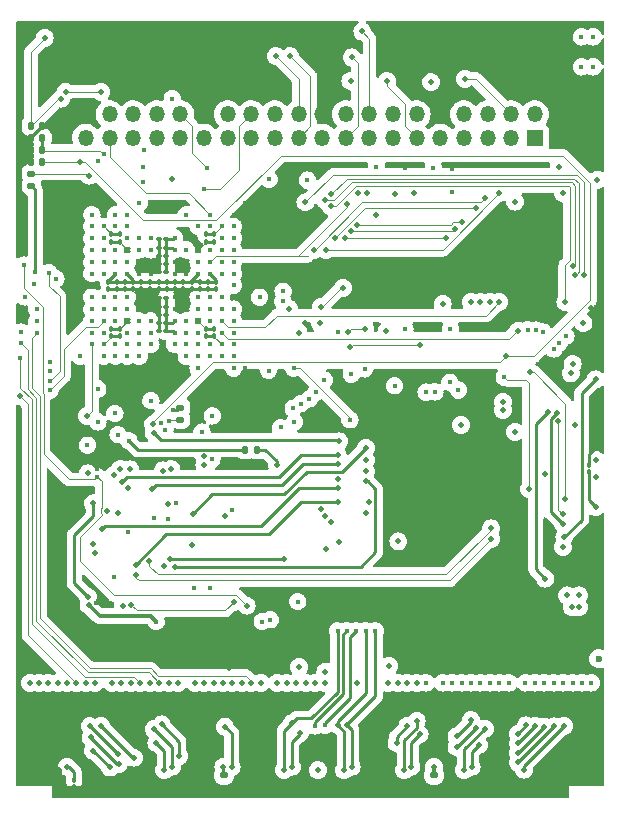
<source format=gbr>
%TF.GenerationSoftware,KiCad,Pcbnew,7.0.10*%
%TF.CreationDate,2024-03-26T21:26:04+03:00*%
%TF.ProjectId,com_1300,636f6d5f-3133-4303-902e-6b696361645f,rev?*%
%TF.SameCoordinates,Original*%
%TF.FileFunction,Copper,L6,Bot*%
%TF.FilePolarity,Positive*%
%FSLAX46Y46*%
G04 Gerber Fmt 4.6, Leading zero omitted, Abs format (unit mm)*
G04 Created by KiCad (PCBNEW 7.0.10) date 2024-03-26 21:26:04*
%MOMM*%
%LPD*%
G01*
G04 APERTURE LIST*
G04 Aperture macros list*
%AMRoundRect*
0 Rectangle with rounded corners*
0 $1 Rounding radius*
0 $2 $3 $4 $5 $6 $7 $8 $9 X,Y pos of 4 corners*
0 Add a 4 corners polygon primitive as box body*
4,1,4,$2,$3,$4,$5,$6,$7,$8,$9,$2,$3,0*
0 Add four circle primitives for the rounded corners*
1,1,$1+$1,$2,$3*
1,1,$1+$1,$4,$5*
1,1,$1+$1,$6,$7*
1,1,$1+$1,$8,$9*
0 Add four rect primitives between the rounded corners*
20,1,$1+$1,$2,$3,$4,$5,0*
20,1,$1+$1,$4,$5,$6,$7,0*
20,1,$1+$1,$6,$7,$8,$9,0*
20,1,$1+$1,$8,$9,$2,$3,0*%
G04 Aperture macros list end*
%TA.AperFunction,ComponentPad*%
%ADD10R,1.350000X1.350000*%
%TD*%
%TA.AperFunction,ComponentPad*%
%ADD11O,1.350000X1.350000*%
%TD*%
%TA.AperFunction,SMDPad,CuDef*%
%ADD12RoundRect,0.100000X0.130000X0.100000X-0.130000X0.100000X-0.130000X-0.100000X0.130000X-0.100000X0*%
%TD*%
%TA.AperFunction,SMDPad,CuDef*%
%ADD13RoundRect,0.135000X-0.185000X0.135000X-0.185000X-0.135000X0.185000X-0.135000X0.185000X0.135000X0*%
%TD*%
%TA.AperFunction,SMDPad,CuDef*%
%ADD14RoundRect,0.100000X-0.100000X0.130000X-0.100000X-0.130000X0.100000X-0.130000X0.100000X0.130000X0*%
%TD*%
%TA.AperFunction,SMDPad,CuDef*%
%ADD15RoundRect,0.140000X0.140000X0.170000X-0.140000X0.170000X-0.140000X-0.170000X0.140000X-0.170000X0*%
%TD*%
%TA.AperFunction,SMDPad,CuDef*%
%ADD16RoundRect,0.140000X-0.140000X-0.170000X0.140000X-0.170000X0.140000X0.170000X-0.140000X0.170000X0*%
%TD*%
%TA.AperFunction,SMDPad,CuDef*%
%ADD17RoundRect,0.100000X0.100000X-0.130000X0.100000X0.130000X-0.100000X0.130000X-0.100000X-0.130000X0*%
%TD*%
%TA.AperFunction,SMDPad,CuDef*%
%ADD18RoundRect,0.135000X0.185000X-0.135000X0.185000X0.135000X-0.185000X0.135000X-0.185000X-0.135000X0*%
%TD*%
%TA.AperFunction,SMDPad,CuDef*%
%ADD19RoundRect,0.135000X-0.135000X-0.185000X0.135000X-0.185000X0.135000X0.185000X-0.135000X0.185000X0*%
%TD*%
%TA.AperFunction,ViaPad*%
%ADD20C,0.450000*%
%TD*%
%TA.AperFunction,ViaPad*%
%ADD21C,0.500000*%
%TD*%
%TA.AperFunction,ViaPad*%
%ADD22C,0.600000*%
%TD*%
%TA.AperFunction,Conductor*%
%ADD23C,0.250000*%
%TD*%
%TA.AperFunction,Conductor*%
%ADD24C,0.125000*%
%TD*%
%TA.AperFunction,Conductor*%
%ADD25C,0.400000*%
%TD*%
%TA.AperFunction,Conductor*%
%ADD26C,0.300000*%
%TD*%
G04 APERTURE END LIST*
D10*
%TO.P,J1,1,Pin_1*%
%TO.N,FPGA_CLK1*%
X59000000Y-25000000D03*
D11*
%TO.P,J1,2,Pin_2*%
%TO.N,USER_IO_0*%
X59000000Y-23000000D03*
%TO.P,J1,3,Pin_3*%
%TO.N,USER_IO_1*%
X57000000Y-25000000D03*
%TO.P,J1,4,Pin_4*%
%TO.N,USER_IO_2*%
X57000000Y-23000000D03*
%TO.P,J1,5,Pin_5*%
%TO.N,USER_IO_3*%
X55000000Y-25000000D03*
%TO.P,J1,6,Pin_6*%
%TO.N,USER_IO_4*%
X55000000Y-23000000D03*
%TO.P,J1,7,Pin_7*%
%TO.N,USER_IO_5*%
X53000000Y-25000000D03*
%TO.P,J1,8,Pin_8*%
%TO.N,USER_IO_6*%
X53000000Y-23000000D03*
%TO.P,J1,9,Pin_9*%
%TO.N,USER_IO_7*%
X51000000Y-25000000D03*
%TO.P,J1,10,Pin_10*%
%TO.N,GND*%
X51000000Y-23000000D03*
%TO.P,J1,11,Pin_11*%
%TO.N,USER_IO_8*%
X49000000Y-25000000D03*
%TO.P,J1,12,Pin_12*%
%TO.N,USER_IO_9*%
X49000000Y-23000000D03*
%TO.P,J1,13,Pin_13*%
%TO.N,USER_IO_10*%
X47000000Y-25000000D03*
%TO.P,J1,14,Pin_14*%
%TO.N,USER_IO_11*%
X47000000Y-23000000D03*
%TO.P,J1,15,Pin_15*%
%TO.N,USER_IO_12*%
X45000000Y-25000000D03*
%TO.P,J1,16,Pin_16*%
%TO.N,USER_IO_13*%
X45000000Y-23000000D03*
%TO.P,J1,17,Pin_17*%
%TO.N,USER_IO_14*%
X43000000Y-25000000D03*
%TO.P,J1,18,Pin_18*%
%TO.N,USER_IO_15*%
X43000000Y-23000000D03*
%TO.P,J1,19,Pin_19*%
%TO.N,USER_IO_16*%
X41000000Y-25000000D03*
%TO.P,J1,20,Pin_20*%
%TO.N,GND*%
X41000000Y-23000000D03*
%TO.P,J1,21,Pin_21*%
%TO.N,USER_IO_17*%
X39000000Y-25000000D03*
%TO.P,J1,22,Pin_22*%
%TO.N,USER_IO_18*%
X39000000Y-23000000D03*
%TO.P,J1,23,Pin_23*%
%TO.N,USER_IO_19*%
X37000000Y-25000000D03*
%TO.P,J1,24,Pin_24*%
%TO.N,USER_IO_20*%
X37000000Y-23000000D03*
%TO.P,J1,25,Pin_25*%
%TO.N,USER_IO_21*%
X35000000Y-25000000D03*
%TO.P,J1,26,Pin_26*%
%TO.N,USER_IO_22*%
X35000000Y-23000000D03*
%TO.P,J1,27,Pin_27*%
%TO.N,USER_IO_23*%
X33000000Y-25000000D03*
%TO.P,J1,28,Pin_28*%
%TO.N,USER_IO_24*%
X33000000Y-23000000D03*
%TO.P,J1,29,Pin_29*%
%TO.N,USER_IO_25*%
X31000000Y-25000000D03*
%TO.P,J1,30,Pin_30*%
%TO.N,GND*%
X31000000Y-23000000D03*
%TO.P,J1,31,Pin_31*%
%TO.N,USER_IO_26*%
X29000000Y-25000000D03*
%TO.P,J1,32,Pin_32*%
%TO.N,USER_IO_27*%
X29000000Y-23000000D03*
%TO.P,J1,33,Pin_33*%
%TO.N,USER_IO_28*%
X27000000Y-25000000D03*
%TO.P,J1,34,Pin_34*%
%TO.N,USER_IO_29*%
X27000000Y-23000000D03*
%TO.P,J1,35,Pin_35*%
%TO.N,SERIAL_IO_2*%
X25000000Y-25000000D03*
%TO.P,J1,36,Pin_36*%
%TO.N,SERIAL_IO_1*%
X25000000Y-23000000D03*
%TO.P,J1,37,Pin_37*%
%TO.N,USER_IO_30*%
X23000000Y-25000000D03*
%TO.P,J1,38,Pin_38*%
%TO.N,USER_IO_31*%
X23000000Y-23000000D03*
%TO.P,J1,39,Pin_39*%
%TO.N,BOOT_SECTOR*%
X21000000Y-25000000D03*
%TO.P,J1,40,Pin_40*%
%TO.N,GND*%
X21000000Y-23000000D03*
%TD*%
D10*
%TO.P,J1,1,Pin_1*%
%TO.N,FPGA_CLK1*%
X59000000Y-25000000D03*
D11*
%TO.P,J1,2,Pin_2*%
%TO.N,USER_IO_0*%
X59000000Y-23000000D03*
%TO.P,J1,3,Pin_3*%
%TO.N,USER_IO_1*%
X57000000Y-25000000D03*
%TO.P,J1,4,Pin_4*%
%TO.N,USER_IO_2*%
X57000000Y-23000000D03*
%TO.P,J1,5,Pin_5*%
%TO.N,USER_IO_3*%
X55000000Y-25000000D03*
%TO.P,J1,6,Pin_6*%
%TO.N,USER_IO_4*%
X55000000Y-23000000D03*
%TO.P,J1,7,Pin_7*%
%TO.N,USER_IO_5*%
X53000000Y-25000000D03*
%TO.P,J1,8,Pin_8*%
%TO.N,USER_IO_6*%
X53000000Y-23000000D03*
%TO.P,J1,9,Pin_9*%
%TO.N,USER_IO_7*%
X51000000Y-25000000D03*
%TO.P,J1,10,Pin_10*%
%TO.N,GND*%
X51000000Y-23000000D03*
%TO.P,J1,11,Pin_11*%
%TO.N,USER_IO_8*%
X49000000Y-25000000D03*
%TO.P,J1,12,Pin_12*%
%TO.N,USER_IO_9*%
X49000000Y-23000000D03*
%TO.P,J1,13,Pin_13*%
%TO.N,USER_IO_10*%
X47000000Y-25000000D03*
%TO.P,J1,14,Pin_14*%
%TO.N,USER_IO_11*%
X47000000Y-23000000D03*
%TO.P,J1,15,Pin_15*%
%TO.N,USER_IO_12*%
X45000000Y-25000000D03*
%TO.P,J1,16,Pin_16*%
%TO.N,USER_IO_13*%
X45000000Y-23000000D03*
%TO.P,J1,17,Pin_17*%
%TO.N,USER_IO_14*%
X43000000Y-25000000D03*
%TO.P,J1,18,Pin_18*%
%TO.N,USER_IO_15*%
X43000000Y-23000000D03*
%TO.P,J1,19,Pin_19*%
%TO.N,USER_IO_16*%
X41000000Y-25000000D03*
%TO.P,J1,20,Pin_20*%
%TO.N,GND*%
X41000000Y-23000000D03*
%TO.P,J1,21,Pin_21*%
%TO.N,USER_IO_17*%
X39000000Y-25000000D03*
%TO.P,J1,22,Pin_22*%
%TO.N,USER_IO_18*%
X39000000Y-23000000D03*
%TO.P,J1,23,Pin_23*%
%TO.N,USER_IO_19*%
X37000000Y-25000000D03*
%TO.P,J1,24,Pin_24*%
%TO.N,USER_IO_20*%
X37000000Y-23000000D03*
%TO.P,J1,25,Pin_25*%
%TO.N,USER_IO_21*%
X35000000Y-25000000D03*
%TO.P,J1,26,Pin_26*%
%TO.N,USER_IO_22*%
X35000000Y-23000000D03*
%TO.P,J1,27,Pin_27*%
%TO.N,USER_IO_23*%
X33000000Y-25000000D03*
%TO.P,J1,28,Pin_28*%
%TO.N,USER_IO_24*%
X33000000Y-23000000D03*
%TO.P,J1,29,Pin_29*%
%TO.N,USER_IO_25*%
X31000000Y-25000000D03*
%TO.P,J1,30,Pin_30*%
%TO.N,GND*%
X31000000Y-23000000D03*
%TO.P,J1,31,Pin_31*%
%TO.N,USER_IO_26*%
X29000000Y-25000000D03*
%TO.P,J1,32,Pin_32*%
%TO.N,USER_IO_27*%
X29000000Y-23000000D03*
%TO.P,J1,33,Pin_33*%
%TO.N,USER_IO_28*%
X27000000Y-25000000D03*
%TO.P,J1,34,Pin_34*%
%TO.N,USER_IO_29*%
X27000000Y-23000000D03*
%TO.P,J1,35,Pin_35*%
%TO.N,SERIAL_IO_2*%
X25000000Y-25000000D03*
%TO.P,J1,36,Pin_36*%
%TO.N,SERIAL_IO_1*%
X25000000Y-23000000D03*
%TO.P,J1,37,Pin_37*%
%TO.N,USER_IO_30*%
X23000000Y-25000000D03*
%TO.P,J1,38,Pin_38*%
%TO.N,USER_IO_31*%
X23000000Y-23000000D03*
%TO.P,J1,39,Pin_39*%
%TO.N,BOOT_SECTOR*%
X21000000Y-25000000D03*
%TO.P,J1,40,Pin_40*%
%TO.N,GND*%
X21000000Y-23000000D03*
%TD*%
D12*
%TO.P,C64,1*%
%TO.N,+3V3*%
X27820000Y-35000000D03*
%TO.P,C64,2*%
%TO.N,GND*%
X27180000Y-35000000D03*
%TD*%
%TO.P,C72,1*%
%TO.N,+3V3*%
X27820000Y-34300000D03*
%TO.P,C72,2*%
%TO.N,GND*%
X27180000Y-34300000D03*
%TD*%
D13*
%TO.P,R11,1*%
%TO.N,+3V3*%
X29000000Y-47840000D03*
%TO.P,R11,2*%
%TO.N,Net-(R11-Pad2)*%
X29000000Y-48860000D03*
%TD*%
D14*
%TO.P,C67,1*%
%TO.N,+1V2*%
X31850000Y-33180000D03*
%TO.P,C67,2*%
%TO.N,GND*%
X31850000Y-33820000D03*
%TD*%
D15*
%TO.P,C24,1*%
%TO.N,uC_CNTRL2*%
X17300000Y-26050000D03*
%TO.P,C24,2*%
%TO.N,GND*%
X16340000Y-26050000D03*
%TD*%
D16*
%TO.P,C27,1*%
%TO.N,FPGA_CLK1*%
X16340000Y-24000000D03*
%TO.P,C27,2*%
%TO.N,GND*%
X17300000Y-24000000D03*
%TD*%
D17*
%TO.P,C69,1*%
%TO.N,+1V2*%
X31850000Y-41820000D03*
%TO.P,C69,2*%
%TO.N,GND*%
X31850000Y-41180000D03*
%TD*%
D12*
%TO.P,C74,1*%
%TO.N,+3V3*%
X27820000Y-33600000D03*
%TO.P,C74,2*%
%TO.N,GND*%
X27180000Y-33600000D03*
%TD*%
D14*
%TO.P,C43,1*%
%TO.N,+3V3*%
X28550000Y-37180000D03*
%TO.P,C43,2*%
%TO.N,GND*%
X28550000Y-37820000D03*
%TD*%
%TO.P,C48,1*%
%TO.N,+3V3*%
X32050000Y-37180000D03*
%TO.P,C48,2*%
%TO.N,GND*%
X32050000Y-37820000D03*
%TD*%
D12*
%TO.P,C63,1*%
%TO.N,+3V3*%
X27820000Y-35700000D03*
%TO.P,C63,2*%
%TO.N,GND*%
X27180000Y-35700000D03*
%TD*%
%TO.P,C50,1*%
%TO.N,+3V3*%
X27820000Y-39300000D03*
%TO.P,C50,2*%
%TO.N,GND*%
X27180000Y-39300000D03*
%TD*%
D14*
%TO.P,C47,1*%
%TO.N,+3V3*%
X31350000Y-37180000D03*
%TO.P,C47,2*%
%TO.N,GND*%
X31350000Y-37820000D03*
%TD*%
%TO.P,C36,1*%
%TO.N,+3V3*%
X23600000Y-37180000D03*
%TO.P,C36,2*%
%TO.N,GND*%
X23600000Y-37820000D03*
%TD*%
D16*
%TO.P,C12,1*%
%TO.N,GND*%
X16340000Y-27050000D03*
%TO.P,C12,2*%
%TO.N,uC_CNTRL4*%
X17300000Y-27050000D03*
%TD*%
D14*
%TO.P,C46,1*%
%TO.N,+3V3*%
X30650000Y-37180000D03*
%TO.P,C46,2*%
%TO.N,GND*%
X30650000Y-37820000D03*
%TD*%
D13*
%TO.P,R16,1*%
%TO.N,Net-(J2-Pad43)*%
X50477500Y-78990000D03*
%TO.P,R16,2*%
%TO.N,GND*%
X50477500Y-80010000D03*
%TD*%
D17*
%TO.P,C60,1*%
%TO.N,+1V2*%
X23850000Y-41820000D03*
%TO.P,C60,2*%
%TO.N,GND*%
X23850000Y-41180000D03*
%TD*%
D12*
%TO.P,C52,1*%
%TO.N,+3V3*%
X27820000Y-40700000D03*
%TO.P,C52,2*%
%TO.N,GND*%
X27180000Y-40700000D03*
%TD*%
D14*
%TO.P,C41,1*%
%TO.N,+3V3*%
X26400000Y-37180000D03*
%TO.P,C41,2*%
%TO.N,GND*%
X26400000Y-37820000D03*
%TD*%
%TO.P,C35,1*%
%TO.N,+3V3*%
X22900000Y-37180000D03*
%TO.P,C35,2*%
%TO.N,GND*%
X22900000Y-37820000D03*
%TD*%
%TO.P,C57,1*%
%TO.N,+1V2*%
X23150000Y-33180000D03*
%TO.P,C57,2*%
%TO.N,GND*%
X23150000Y-33820000D03*
%TD*%
D12*
%TO.P,C59,1*%
%TO.N,+3V3*%
X27820000Y-36400000D03*
%TO.P,C59,2*%
%TO.N,GND*%
X27180000Y-36400000D03*
%TD*%
%TO.P,C56,1*%
%TO.N,+3V3*%
X27820000Y-41400000D03*
%TO.P,C56,2*%
%TO.N,GND*%
X27180000Y-41400000D03*
%TD*%
D17*
%TO.P,R15,1*%
%TO.N,GND*%
X19997500Y-80000000D03*
%TO.P,R15,2*%
%TO.N,Net-(J2-Pad67)*%
X19997500Y-79360000D03*
%TD*%
D14*
%TO.P,C75,1*%
%TO.N,+3V3*%
X27850000Y-37180000D03*
%TO.P,C75,2*%
%TO.N,GND*%
X27850000Y-37820000D03*
%TD*%
%TO.P,C44,1*%
%TO.N,+3V3*%
X29250000Y-37180000D03*
%TO.P,C44,2*%
%TO.N,GND*%
X29250000Y-37820000D03*
%TD*%
D18*
%TO.P,R22,1*%
%TO.N,FPGA_CNTRL1*%
X16380000Y-29050000D03*
%TO.P,R22,2*%
%TO.N,Net-(R22-Pad2)*%
X16380000Y-28030000D03*
%TD*%
D12*
%TO.P,C51,1*%
%TO.N,+3V3*%
X27820000Y-40000000D03*
%TO.P,C51,2*%
%TO.N,GND*%
X27180000Y-40000000D03*
%TD*%
D17*
%TO.P,C11,1*%
%TO.N,+3V3*%
X63580000Y-53320000D03*
%TO.P,C11,2*%
%TO.N,GND*%
X63580000Y-52680000D03*
%TD*%
D14*
%TO.P,C39,1*%
%TO.N,+3V3*%
X25000000Y-37180000D03*
%TO.P,C39,2*%
%TO.N,GND*%
X25000000Y-37820000D03*
%TD*%
%TO.P,C68,1*%
%TO.N,+1V2*%
X31150000Y-33180000D03*
%TO.P,C68,2*%
%TO.N,GND*%
X31150000Y-33820000D03*
%TD*%
D16*
%TO.P,C8,1*%
%TO.N,GND*%
X16340000Y-25050000D03*
%TO.P,C8,2*%
%TO.N,uC_CNTRL2*%
X17300000Y-25050000D03*
%TD*%
D19*
%TO.P,R3,1*%
%TO.N,BOOT0*%
X34490000Y-51400000D03*
%TO.P,R3,2*%
%TO.N,Net-(J4-Pad16)*%
X35510000Y-51400000D03*
%TD*%
D14*
%TO.P,C45,1*%
%TO.N,+3V3*%
X29950000Y-37180000D03*
%TO.P,C45,2*%
%TO.N,GND*%
X29950000Y-37820000D03*
%TD*%
%TO.P,C40,1*%
%TO.N,+3V3*%
X25700000Y-37180000D03*
%TO.P,C40,2*%
%TO.N,GND*%
X25700000Y-37820000D03*
%TD*%
%TO.P,C37,1*%
%TO.N,+3V3*%
X24300000Y-37180000D03*
%TO.P,C37,2*%
%TO.N,GND*%
X24300000Y-37820000D03*
%TD*%
D17*
%TO.P,C70,1*%
%TO.N,+1V2*%
X31150000Y-41820000D03*
%TO.P,C70,2*%
%TO.N,GND*%
X31150000Y-41180000D03*
%TD*%
D18*
%TO.P,R17,1*%
%TO.N,GND*%
X32697500Y-80010000D03*
%TO.P,R17,2*%
%TO.N,Net-(J2-Pad57)*%
X32697500Y-78990000D03*
%TD*%
D17*
%TO.P,C58,1*%
%TO.N,+1V2*%
X23150000Y-41820000D03*
%TO.P,C58,2*%
%TO.N,GND*%
X23150000Y-41180000D03*
%TD*%
D14*
%TO.P,C55,1*%
%TO.N,+1V2*%
X23850000Y-33180000D03*
%TO.P,C55,2*%
%TO.N,GND*%
X23850000Y-33820000D03*
%TD*%
D12*
%TO.P,C49,1*%
%TO.N,+3V3*%
X27820000Y-38600000D03*
%TO.P,C49,2*%
%TO.N,GND*%
X27180000Y-38600000D03*
%TD*%
D14*
%TO.P,C42,1*%
%TO.N,+3V3*%
X27150000Y-37180000D03*
%TO.P,C42,2*%
%TO.N,GND*%
X27150000Y-37820000D03*
%TD*%
D20*
%TO.N,+3V3*%
X30500000Y-38500000D03*
X45600000Y-27500000D03*
X23500000Y-38500000D03*
X63950000Y-18990000D03*
X62950000Y-16450000D03*
X30500000Y-36500000D03*
X44590000Y-44570000D03*
X26500000Y-41500000D03*
X28500000Y-34500000D03*
X24500000Y-38500000D03*
X23500000Y-36500000D03*
X30500000Y-39500000D03*
X24500000Y-36500000D03*
D21*
X64150000Y-56250000D03*
D20*
X31660000Y-52230000D03*
D21*
X62150000Y-64750000D03*
D20*
X50400000Y-27530000D03*
X26500000Y-34500000D03*
X21129309Y-51025000D03*
X29500000Y-40500000D03*
D21*
X24152623Y-64604483D03*
D20*
X28385651Y-48075000D03*
X62950000Y-18990000D03*
X48000000Y-41150000D03*
X28500000Y-41500000D03*
D21*
X44749500Y-56750000D03*
D20*
X28500000Y-33500000D03*
D21*
X63120000Y-40680000D03*
D20*
X39750000Y-28575000D03*
X24500000Y-35500000D03*
D21*
X40812039Y-40688000D03*
D20*
X29500000Y-34500000D03*
D21*
X64300000Y-28560000D03*
X21612000Y-59400000D03*
D20*
X28500000Y-40500000D03*
D21*
X62750000Y-63750000D03*
D20*
X30110000Y-63149500D03*
X63950000Y-16450000D03*
X24500000Y-39500000D03*
D21*
X62750000Y-64750000D03*
D20*
X51860000Y-41160000D03*
X31500000Y-38500000D03*
X31500000Y-36500000D03*
X26500000Y-40500000D03*
X26500000Y-33500000D03*
X30500000Y-35500000D03*
D21*
X61750000Y-63750000D03*
D20*
X25500000Y-34500000D03*
D21*
X57350000Y-49900000D03*
D20*
X25500000Y-40500000D03*
%TO.N,GND*%
X34500000Y-38500000D03*
D21*
X64100000Y-51250000D03*
D20*
X25500000Y-39500000D03*
X26504600Y-44495400D03*
X30500000Y-34500000D03*
D21*
X59370000Y-78520000D03*
X63200000Y-42850000D03*
X47450000Y-69125000D03*
D20*
X50540000Y-41160000D03*
X25500000Y-38500000D03*
X46125806Y-46389530D03*
X62950000Y-24070000D03*
X52000000Y-29600000D03*
X32770000Y-52620000D03*
D21*
X18730000Y-78550000D03*
D22*
X56220000Y-66610000D03*
D20*
X45600000Y-41200000D03*
X62950000Y-21530000D03*
X33500000Y-31500000D03*
D22*
X55220000Y-66610000D03*
D20*
X30500000Y-40500000D03*
X24500000Y-40500000D03*
X31150000Y-65967320D03*
X29500000Y-35500000D03*
X63950000Y-24070000D03*
X21963310Y-53023029D03*
X29500000Y-36500000D03*
D21*
X62400000Y-49350000D03*
D20*
X28500000Y-35500000D03*
X26500000Y-35500000D03*
X15475000Y-40025000D03*
X24500000Y-34500000D03*
X28500000Y-39500000D03*
D21*
X64150000Y-61250000D03*
X22500000Y-71900000D03*
D20*
X21500000Y-37500000D03*
X21876239Y-64390543D03*
X25500000Y-35500000D03*
X63950000Y-21530000D03*
X29500000Y-39500000D03*
D21*
X39550500Y-40679989D03*
D20*
X28500000Y-30500000D03*
X26500000Y-38500000D03*
X25500000Y-36500000D03*
X52025000Y-27643000D03*
X26500000Y-39500000D03*
D21*
X61270000Y-78550000D03*
X31000000Y-21900000D03*
X41000000Y-22050000D03*
D20*
X34500000Y-44500000D03*
X26500000Y-36500000D03*
D21*
X40870000Y-27930000D03*
X63800000Y-39450000D03*
X33100993Y-69925071D03*
D20*
X29500000Y-38500000D03*
X34500000Y-30500000D03*
X28500000Y-38500000D03*
X28500000Y-36500000D03*
X48000000Y-27560000D03*
D21*
X63800000Y-27450000D03*
D20*
X20500000Y-29500000D03*
D21*
%TO.N,VCC*%
X39050000Y-69800000D03*
X40650000Y-78550000D03*
D22*
X64424500Y-69110000D03*
D21*
%TO.N,uC_CNTRL1*%
X25212961Y-61137039D03*
X42300000Y-55850000D03*
D20*
X36500000Y-28520000D03*
%TO.N,+2V5*%
X22500000Y-43500000D03*
X35925000Y-65966820D03*
X35700000Y-38500000D03*
D21*
%TO.N,uC_CNTRL4*%
X56605000Y-43475000D03*
X26691509Y-49266509D03*
X20500000Y-27050000D03*
%TO.N,INOUT_PC_CARD_44*%
X37200000Y-71150000D03*
D20*
X15490000Y-41460000D03*
%TO.N,+1V2*%
X22500000Y-32500000D03*
X32500000Y-32500000D03*
X32500000Y-42500000D03*
X26949336Y-65967320D03*
X22500000Y-42500000D03*
D21*
X21222684Y-64557335D03*
%TO.N,FPGA_CLK1*%
X18912000Y-21684941D03*
D20*
X27356862Y-49106862D03*
X23500000Y-32500000D03*
D21*
X17500000Y-16550000D03*
%TO.N,SDRAM_CNTRL8*%
X42750000Y-37701469D03*
X40900000Y-39331469D03*
D20*
%TO.N,FPGA_TEST_EDGE4*%
X25839332Y-27437917D03*
X50535000Y-46515000D03*
X24500000Y-31500000D03*
%TO.N,FPGA_TEST_EDGE5*%
X59706896Y-41446859D03*
X25500000Y-30500000D03*
X28300000Y-21675000D03*
%TO.N,FPGA_TEST_EDGE6*%
X51805638Y-45705638D03*
X25500000Y-33500000D03*
D21*
%TO.N,uC_PROG1*%
X22369855Y-58099855D03*
X42300000Y-54650000D03*
%TO.N,uC_PROG2*%
X47450000Y-59175500D03*
%TO.N,uC_PROG4*%
X30990000Y-51974500D03*
D20*
%TO.N,Net-(R11-Pad2)*%
X28500000Y-42500000D03*
X28000353Y-49000353D03*
D21*
%TO.N,Net-(J2-Pad67)*%
X19393049Y-78246951D03*
%TO.N,Net-(J2-Pad43)*%
X50470000Y-78280000D03*
%TO.N,Net-(J2-Pad57)*%
X32637000Y-78252600D03*
D20*
%TO.N,BOOT0*%
X24619526Y-50641751D03*
%TO.N,INOUT_PC_CARD_51*%
X20509600Y-43490400D03*
D21*
X21800000Y-71150000D03*
%TO.N,INOUT_PC_CARD_26*%
X21000000Y-71150000D03*
%TO.N,INOUT_PC_CARD_52*%
X20200000Y-71150000D03*
X15425000Y-46850000D03*
%TO.N,INOUT_PC_CARD_27*%
X19400000Y-71150000D03*
%TO.N,INOUT_PC_CARD_53*%
X18600000Y-71150000D03*
D20*
X17975000Y-44000000D03*
D21*
%TO.N,INOUT_PC_CARD_28*%
X17800000Y-71150000D03*
%TO.N,INOUT_PC_CARD_54*%
X17000000Y-71150000D03*
%TO.N,INOUT_PC_CARD_29*%
X16275000Y-71150000D03*
%TO.N,PC_CARD_27*%
X21612489Y-76883911D03*
X23034541Y-78314011D03*
%TO.N,PC_CARD_52*%
X23793000Y-77998600D03*
X21395433Y-75772033D03*
%TO.N,PC_CARD_26*%
X21332934Y-74820533D03*
X23754500Y-77200025D03*
%TO.N,PC_CARD_51*%
X22266945Y-74785211D03*
X25044741Y-77484905D03*
%TO.N,INOUT_PC_CARD_47*%
X28800000Y-71150000D03*
D20*
X22500000Y-41500000D03*
D21*
%TO.N,INOUT_PC_CARD_22*%
X28000000Y-71150000D03*
D20*
X24500000Y-43500000D03*
%TO.N,INOUT_PC_CARD_48*%
X15500000Y-42400000D03*
D21*
X27200000Y-71150000D03*
D20*
%TO.N,INOUT_PC_CARD_23*%
X23450000Y-48335936D03*
D21*
X26400000Y-71150000D03*
%TO.N,INOUT_PC_CARD_49*%
X25600000Y-71150000D03*
D20*
X15450000Y-43650000D03*
%TO.N,INOUT_PC_CARD_24*%
X23500000Y-43500000D03*
D21*
X24800000Y-71150000D03*
D20*
X22006862Y-49056862D03*
%TO.N,INOUT_PC_CARD_50*%
X21500000Y-42500000D03*
D21*
X24000000Y-71150000D03*
X21074011Y-48537000D03*
%TO.N,INOUT_PC_CARD_25*%
X23200000Y-71150000D03*
%TO.N,PC_CARD_49*%
X27632000Y-78554200D03*
X26962488Y-76214110D03*
%TO.N,PC_CARD_23*%
X26743289Y-75080511D03*
X28261650Y-78249500D03*
%TO.N,PC_CARD_48*%
X27406600Y-74671200D03*
X28879800Y-77338200D03*
D20*
%TO.N,INOUT_PC_CARD_17*%
X30500000Y-44500000D03*
D21*
X35800000Y-71150000D03*
D20*
%TO.N,INOUT_PC_CARD_45*%
X16825000Y-41513000D03*
D21*
X35000000Y-71150000D03*
D20*
%TO.N,INOUT_PC_CARD_18*%
X29500000Y-41500000D03*
D21*
X21154320Y-53409389D03*
X34200000Y-71150000D03*
%TO.N,INOUT_PC_CARD_46*%
X33400000Y-71150000D03*
D20*
X17923271Y-44775000D03*
X21500000Y-41500000D03*
%TO.N,INOUT_PC_CARD_19*%
X29500000Y-42500000D03*
D21*
X32600000Y-71150000D03*
D20*
%TO.N,INOUT_PC_CARD_20*%
X25500000Y-41500000D03*
X23724949Y-50138000D03*
D21*
X31800000Y-71150000D03*
D20*
%TO.N,INOUT_PC_CARD_RESET*%
X18446707Y-36932954D03*
D21*
X31000000Y-71150000D03*
D20*
%TO.N,INOUT_PC_CARD_21*%
X25500000Y-42500000D03*
D21*
X30200000Y-71149989D03*
%TO.N,PC_CARD_19*%
X32749599Y-74850500D03*
X33336496Y-78249500D03*
D20*
%TO.N,INOUT_PC_CARD_14*%
X38550000Y-47888000D03*
%TO.N,INOUT_PC_CARD_41*%
X21500000Y-40500000D03*
D21*
X41274086Y-70225914D03*
D20*
%TO.N,INOUT_PC_CARD_55*%
X17868138Y-36406862D03*
X33360000Y-56520000D03*
D21*
X41200000Y-71150000D03*
D20*
X17937000Y-45600000D03*
D21*
%TO.N,INOUT_PC_CARD_42*%
X40400000Y-71150000D03*
D20*
X22500000Y-40500000D03*
X17937011Y-46375000D03*
D21*
%TO.N,INOUT_PC_CARD_15*%
X39600000Y-71150000D03*
D20*
X26500000Y-47250000D03*
X26500000Y-42500000D03*
%TO.N,INOUT_PC_CARD_43*%
X36600000Y-65800000D03*
X23500000Y-40500000D03*
D21*
X38800000Y-71150000D03*
D20*
%TO.N,INOUT_PC_CARD_16*%
X30500000Y-43500000D03*
X38575000Y-44500000D03*
D21*
X38000000Y-71150000D03*
D20*
X43350000Y-48870500D03*
D21*
%TO.N,PC_CARD_43*%
X37777500Y-78514300D03*
D20*
X42300000Y-66750000D03*
D21*
X38418286Y-74580811D03*
%TO.N,PC_CARD_15*%
X38424945Y-78249500D03*
X39099971Y-75400000D03*
D20*
%TO.N,PC_CARD_42*%
X43100000Y-66750000D03*
X40400000Y-74800000D03*
%TO.N,PC_CARD_55*%
X41226100Y-74723900D03*
X43900000Y-66750000D03*
D21*
%TO.N,PC_CARD_41*%
X42316400Y-74747400D03*
D20*
X44700000Y-66750000D03*
D21*
X42857500Y-78539700D03*
D20*
%TO.N,PC_CARD_14*%
X45500000Y-66744502D03*
D21*
X43493965Y-78249500D03*
X43129200Y-74747400D03*
D20*
%TO.N,INOUT_PC_CARD_10*%
X38650000Y-49050000D03*
X49800000Y-71150000D03*
D21*
%TO.N,INOUT_PC_CARD_37*%
X49000000Y-71150000D03*
D20*
X21500000Y-39500000D03*
%TO.N,INOUT_PC_CARD_11*%
X39925000Y-47113000D03*
D21*
X48200000Y-71150000D03*
%TO.N,INOUT_PC_CARD_38*%
X47400000Y-71150000D03*
D20*
X22500000Y-39500000D03*
X16823531Y-39513000D03*
D21*
%TO.N,INOUT_PC_CARD_12*%
X46600000Y-71150000D03*
D20*
X39200000Y-47513000D03*
D21*
%TO.N,INOUT_PC_CARD_39*%
X46675000Y-69713480D03*
D20*
X23500000Y-39500000D03*
%TO.N,INOUT_PC_CARD_13*%
X31500000Y-43500000D03*
%TO.N,INOUT_PC_CARD_40*%
X16823542Y-40500000D03*
D21*
X43924500Y-71200000D03*
%TO.N,PC_CARD_11*%
X48209200Y-74798200D03*
X47294800Y-76220600D03*
%TO.N,PC_CARD_37*%
X48996600Y-74366400D03*
X47929800Y-78557400D03*
%TO.N,PC_CARD_10*%
X48557893Y-78249500D03*
X49250433Y-75509233D03*
D20*
%TO.N,INOUT_PC_CARD_33*%
X56800000Y-71150000D03*
%TO.N,INOUT_PC_CARD_6*%
X56000000Y-71150000D03*
X43475000Y-45025000D03*
%TO.N,INOUT_PC_CARD_34*%
X21500000Y-38500000D03*
X55200000Y-71150000D03*
%TO.N,INOUT_PC_CARD_7*%
X54400000Y-71150000D03*
X41175000Y-45525000D03*
%TO.N,INOUT_PC_CARD_35*%
X53600000Y-71150000D03*
X16574989Y-37350000D03*
X22500000Y-38500000D03*
%TO.N,INOUT_PC_CARD_8*%
X31500000Y-42500000D03*
X52800000Y-71150000D03*
%TO.N,INOUT_PC_CARD_9*%
X32500000Y-43500000D03*
X52000000Y-71150000D03*
X40500000Y-46525000D03*
%TO.N,INOUT_PC_CARD_36*%
X51200000Y-71150000D03*
D21*
%TO.N,PC_CARD_35*%
X53594000Y-74315600D03*
X52374800Y-75687200D03*
%TO.N,PC_CARD_7*%
X54025800Y-74950600D03*
X52374800Y-76601600D03*
%TO.N,PC_CARD_34*%
X54762400Y-75026800D03*
X53017500Y-78532000D03*
%TO.N,PC_CARD_6*%
X54267100Y-76385700D03*
X53657418Y-78249500D03*
D20*
%TO.N,INOUT_PC_CARD_1*%
X63800000Y-71150000D03*
X32500000Y-39500000D03*
%TO.N,INOUT_PC_CARD_2*%
X61628022Y-41800908D03*
X63000000Y-71150000D03*
X33500000Y-37500000D03*
%TO.N,INOUT_PC_CARD_30*%
X25500000Y-43500000D03*
X62200000Y-71150000D03*
%TO.N,INOUT_PC_CARD_3*%
X32500000Y-38500000D03*
X61075000Y-42350000D03*
X61400000Y-71150000D03*
%TO.N,INOUT_PC_CARD_31*%
X23500000Y-42500000D03*
X60600000Y-71150000D03*
%TO.N,INOUT_PC_CARD_4*%
X47130638Y-45994362D03*
X59800000Y-71150000D03*
X37700000Y-38000000D03*
%TO.N,INOUT_PC_CARD_32*%
X15805404Y-38469127D03*
X59000000Y-71150000D03*
%TO.N,INOUT_PC_CARD_5*%
X37675000Y-38825000D03*
X60613000Y-42875000D03*
X58200000Y-71150000D03*
D21*
%TO.N,PC_CARD_32*%
X58260000Y-74760000D03*
X57560000Y-75460000D03*
%TO.N,PC_CARD_4*%
X57558100Y-76279367D03*
X59041233Y-74791233D03*
%TO.N,PC_CARD_31*%
X59797466Y-74847466D03*
X57556795Y-77093121D03*
%TO.N,PC_CARD_3*%
X60628700Y-74828700D03*
X57571191Y-77891191D03*
%TO.N,PC_CARD_30*%
X61469933Y-74799933D03*
X58100000Y-78500000D03*
%TO.N,OSC_OUT*%
X21612000Y-55950000D03*
X21154320Y-63861181D03*
D20*
%TO.N,BOOT_SECTOR*%
X24550000Y-58399500D03*
%TO.N,SERIAL_TX*%
X26796444Y-57171444D03*
%TO.N,SERIAL_RX*%
X27950000Y-57250000D03*
D21*
%TO.N,FPGA_CNTRL3*%
X31034017Y-52673517D03*
D20*
X31700000Y-48550000D03*
X33500000Y-44500000D03*
D21*
%TO.N,TIM3_CH3*%
X28100000Y-60700000D03*
X37800000Y-60675000D03*
%TO.N,TIM3_CH4*%
X27611264Y-61261264D03*
%TO.N,FPGA_CNTRL1*%
X21799500Y-60175000D03*
D20*
X16675000Y-36350000D03*
D21*
%TO.N,uC_A19*%
X32739207Y-57050793D03*
X41753948Y-57568691D03*
D20*
%TO.N,FPGA_CNTRL2*%
X22000000Y-46270000D03*
X23350000Y-62200000D03*
D21*
%TO.N,CAN2_TX*%
X41261933Y-56996997D03*
X24757115Y-53070356D03*
%TO.N,NRST*%
X27924780Y-56035500D03*
X52760000Y-49310000D03*
%TO.N,uC_A16*%
X42415650Y-50700989D03*
X26725461Y-49975461D03*
%TO.N,uC_A15*%
X44700000Y-51250000D03*
X30050000Y-56850000D03*
%TO.N,uC_A14*%
X42300000Y-51850000D03*
X24060000Y-54175500D03*
%TO.N,uC_A13*%
X44700000Y-52250000D03*
X24580000Y-54675500D03*
%TO.N,uC_A12*%
X42300000Y-52650000D03*
X26625000Y-54700989D03*
%TO.N,uC_A11*%
X44700000Y-53250000D03*
X28234994Y-53050000D03*
%TO.N,uC_A10*%
X27495000Y-53171242D03*
X42300000Y-53850000D03*
%TO.N,uC_A9*%
X44750000Y-54100000D03*
X28500000Y-61350000D03*
%TO.N,uC_A18*%
X23350000Y-53534000D03*
X44925500Y-55824500D03*
%TO.N,uC_A8*%
X42400000Y-59257320D03*
%TO.N,uC_A1*%
X59900000Y-62324500D03*
X60106300Y-48256300D03*
D20*
%TO.N,uC_CNTRL3*%
X15725000Y-35775000D03*
D21*
X34600000Y-64605500D03*
D20*
X21977750Y-53700500D03*
X25800000Y-28725000D03*
%TO.N,uC_CNTRL2*%
X38925000Y-64263000D03*
X36468138Y-44706862D03*
D21*
X33527250Y-64284500D03*
D20*
X22487000Y-26375000D03*
D21*
X24850000Y-64550000D03*
%TO.N,uC_AD0*%
X22764500Y-56588000D03*
D20*
X30500000Y-41500000D03*
D21*
X62050000Y-44950000D03*
X61375000Y-59625000D03*
%TO.N,uC_AD1*%
X23675000Y-56750000D03*
D20*
X30500000Y-42500000D03*
D21*
X64150000Y-45450000D03*
X61500000Y-58800000D03*
D20*
%TO.N,uC_AD2*%
X52531862Y-46356862D03*
X27675000Y-49750000D03*
X30825000Y-49925000D03*
D21*
X60881300Y-48293766D03*
X61376120Y-57686193D03*
D20*
X29500000Y-43500000D03*
D21*
%TO.N,uC_AD3*%
X55325008Y-58975008D03*
X60978150Y-49009383D03*
D20*
X37475000Y-49526967D03*
D21*
X61350000Y-56850000D03*
X25275500Y-62050000D03*
%TO.N,uC_AD4*%
X61550000Y-55550000D03*
X58600000Y-44800000D03*
X55300461Y-58074539D03*
X26373789Y-60873789D03*
%TO.N,uC_AD5*%
X29950000Y-59450000D03*
D20*
X56420000Y-45260000D03*
D21*
X58525500Y-54754500D03*
%TO.N,uC_AD6*%
X56300000Y-47350000D03*
X64154500Y-53750000D03*
D20*
X24500000Y-42500000D03*
D21*
%TO.N,uC_AD7*%
X59825500Y-53460000D03*
X56300000Y-48049503D03*
D20*
X24500000Y-41500000D03*
D21*
%TO.N,uC_A0*%
X62200000Y-44150000D03*
X64154500Y-52257411D03*
D20*
%TO.N,uC_A17*%
X31500000Y-63149500D03*
X28583480Y-55890353D03*
D21*
%TO.N,USER_IO_21*%
X28300000Y-28500000D03*
D20*
%TO.N,USER_IO_22*%
X31000000Y-29313000D03*
%TO.N,USER_IO_27*%
X31280638Y-27569362D03*
D21*
%TO.N,USER_IO_2*%
X53100000Y-20000000D03*
%TO.N,Net-(R22-Pad2)*%
X21300000Y-28200000D03*
D20*
%TO.N,FPGA_TEST_EDGE1*%
X58397500Y-41272500D03*
%TO.N,USER_IO_4*%
X21500000Y-31500000D03*
%TO.N,SERIAL_IO_2*%
X23500000Y-31500000D03*
%TO.N,USER_IO_23*%
X29500000Y-31500000D03*
%TO.N,USER_IO_30*%
X31500000Y-31500000D03*
D21*
%TO.N,SDRAM_A1*%
X41734788Y-29769290D03*
X62404678Y-36647149D03*
%TO.N,SDRAM_A0*%
X62248000Y-35860000D03*
X41230000Y-30281290D03*
%TO.N,USER_IO_6*%
X22300000Y-21100000D03*
X19275000Y-21087000D03*
D20*
%TO.N,USER_IO_8*%
X21500000Y-32500000D03*
D21*
X46488000Y-20200000D03*
D20*
%TO.N,FPGA_TEST_EDGE3*%
X59079362Y-41279362D03*
X24500000Y-32500000D03*
X25900000Y-26063000D03*
%TO.N,USER_IO_31*%
X30500000Y-32490000D03*
%TO.N,USER_IO_24*%
X31500000Y-32500000D03*
%TO.N,SDRAM_A2*%
X33500000Y-32500000D03*
D21*
X39582961Y-30462961D03*
X63150000Y-36620000D03*
%TO.N,SDRAM_A3*%
X41725724Y-30793290D03*
X61600000Y-38900000D03*
%TO.N,SDRAM_A4*%
X45540000Y-31500000D03*
X61400000Y-29700000D03*
D20*
%TO.N,USER_IO_7*%
X21500000Y-33500000D03*
D21*
X50225000Y-20300000D03*
%TO.N,USER_IO_12*%
X43400000Y-20176000D03*
D20*
X22500000Y-33500000D03*
%TO.N,FPGA_TEST_EDGE2*%
X24500000Y-33500000D03*
X22000000Y-26925000D03*
X49795514Y-46532396D03*
%TO.N,SDRAM_A5*%
X32500000Y-33500000D03*
D21*
X61038904Y-27492075D03*
D20*
%TO.N,SDRAM_A6*%
X33500000Y-33500000D03*
D21*
X52262961Y-32712961D03*
X43460875Y-32882000D03*
%TO.N,SDRAM_A7*%
X43963480Y-32360000D03*
X52819355Y-32156567D03*
%TO.N,SDRAM_A8*%
X53987039Y-30962000D03*
X42120000Y-33464389D03*
%TO.N,USER_IO_13*%
X44400000Y-16000000D03*
D20*
%TO.N,USER_IO_14*%
X21500000Y-34500000D03*
D21*
X43500000Y-18200000D03*
D20*
%TO.N,USER_IO_11*%
X22500000Y-34500000D03*
%TO.N,USER_IO_16*%
X23500000Y-34500000D03*
%TO.N,SDRAM_A9*%
X31500000Y-34500000D03*
D21*
X57340000Y-30402000D03*
%TO.N,SDRAM_A10*%
X51500000Y-33460000D03*
X42950000Y-33460000D03*
D20*
X32500000Y-34500000D03*
%TO.N,SDRAM_A11*%
X33500000Y-34500000D03*
D21*
X54793330Y-30127775D03*
X40280000Y-34488400D03*
%TO.N,SDRAM_A12*%
X56000000Y-29700000D03*
X41350000Y-34488400D03*
%TO.N,USER_IO_17*%
X38300000Y-18088000D03*
D20*
X21500000Y-35500000D03*
%TO.N,USER_IO_18*%
X22500000Y-35500000D03*
D21*
X37100000Y-18088000D03*
D20*
%TO.N,USER_IO_15*%
X23500000Y-35500000D03*
%TO.N,SDRAM_DQ0*%
X31500000Y-35500000D03*
D21*
X43102039Y-30582039D03*
D20*
%TO.N,SDRAM_DQ1*%
X32500000Y-35500000D03*
D21*
X44000000Y-29700000D03*
%TO.N,SDRAM_DQ2*%
X44800000Y-29700000D03*
D20*
X33500000Y-35500000D03*
%TO.N,USER_IO_19*%
X21500000Y-36500000D03*
%TO.N,USER_IO_20*%
X22500000Y-36500000D03*
D21*
%TO.N,SDRAM_DQ4*%
X47200000Y-29750000D03*
D20*
X32500000Y-36500000D03*
%TO.N,SDRAM_DQ5*%
X33500000Y-36500000D03*
D21*
X48800000Y-29700000D03*
D20*
%TO.N,SDRAM_CNTRL3*%
X31500000Y-39500000D03*
D21*
X54400000Y-38900000D03*
D20*
%TO.N,SDRAM_CNTRL1*%
X33500000Y-39500000D03*
D21*
%TO.N,SDRAM_DQ8*%
X38214105Y-39467580D03*
X51200000Y-39050000D03*
D20*
%TO.N,SDRAM_CNTRL2*%
X31500000Y-40500000D03*
D21*
X55200000Y-38900000D03*
D20*
%TO.N,SDRAM_CNTRL7*%
X32500000Y-40500000D03*
D21*
X56000000Y-38900000D03*
%TO.N,SDRAM_CNTRL6*%
X57610461Y-41335461D03*
D20*
X32500000Y-41500000D03*
D21*
%TO.N,SDRAM_DQ15*%
X39000000Y-41488000D03*
D20*
X33500000Y-41500000D03*
%TO.N,SDRAM_CNTRL10*%
X33500000Y-42500000D03*
X42375000Y-41475000D03*
D21*
%TO.N,SDRAM_DQ13*%
X43187961Y-41437961D03*
X44630000Y-41200000D03*
D20*
%TO.N,SDRAM_DQ12*%
X33500000Y-43500000D03*
D21*
X46437961Y-41387961D03*
%TO.N,SDRAM_DQ9*%
X43350000Y-42750000D03*
X49250000Y-42512000D03*
%TO.N,SDRAM_CNTRL4*%
X53600000Y-38900000D03*
D20*
X33500000Y-40500000D03*
D21*
%TO.N,CAN2_RX*%
X41330000Y-59831820D03*
X23924500Y-53049500D03*
%TO.N,USART3_TX*%
X40860000Y-56424500D03*
%TO.N,Net-(J4-Pad16)*%
X37200000Y-52700000D03*
%TD*%
D23*
%TO.N,+3V3*%
X27820000Y-35000000D02*
X27820000Y-35700000D01*
X27820000Y-40700000D02*
X28300000Y-40700000D01*
X22900000Y-37180000D02*
X23600000Y-37180000D01*
X27820000Y-35000000D02*
X27820000Y-34300000D01*
X27820000Y-33600000D02*
X28400000Y-33600000D01*
X29950000Y-37050000D02*
X30500000Y-36500000D01*
X22900000Y-37180000D02*
X22900000Y-37100000D01*
X32050000Y-37180000D02*
X31350000Y-37180000D01*
X27850000Y-37180000D02*
X28550000Y-37180000D01*
X25000000Y-37180000D02*
X25000000Y-37000000D01*
X23600000Y-37180000D02*
X24300000Y-37180000D01*
X28300000Y-34300000D02*
X28500000Y-34500000D01*
X32050000Y-37180000D02*
X32050000Y-37050000D01*
X28300000Y-40700000D02*
X28500000Y-40500000D01*
X27820000Y-39300000D02*
X27820000Y-40000000D01*
X28676900Y-48075000D02*
X28911900Y-47840000D01*
X29950000Y-37160000D02*
X30630000Y-37160000D01*
X22900000Y-37100000D02*
X23500000Y-36500000D01*
X27820000Y-41400000D02*
X27820000Y-40700000D01*
X29950000Y-37180000D02*
X29950000Y-37050000D01*
X32050000Y-37050000D02*
X31500000Y-36500000D01*
X29930000Y-37180000D02*
X29950000Y-37160000D01*
X27820000Y-38600000D02*
X27820000Y-39300000D01*
X30630000Y-37160000D02*
X30650000Y-37180000D01*
X25700000Y-37180000D02*
X26400000Y-37180000D01*
X26400000Y-37180000D02*
X27150000Y-37180000D01*
X30650000Y-37180000D02*
X31350000Y-37180000D01*
X27820000Y-33600000D02*
X27820000Y-34300000D01*
X63580000Y-53320000D02*
X63580000Y-55680000D01*
X28400000Y-33600000D02*
X28500000Y-33500000D01*
X28385651Y-48075000D02*
X28676900Y-48075000D01*
D24*
X29000000Y-47840000D02*
X28911900Y-47840000D01*
D23*
X27820000Y-40000000D02*
X27820000Y-40700000D01*
X27150000Y-37180000D02*
X27850000Y-37180000D01*
X28550000Y-37180000D02*
X29250000Y-37180000D01*
X27820000Y-41400000D02*
X28400000Y-41400000D01*
X63580000Y-55680000D02*
X64150000Y-56250000D01*
X28400000Y-41400000D02*
X28500000Y-41500000D01*
X27820000Y-34300000D02*
X28300000Y-34300000D01*
X29250000Y-37180000D02*
X29930000Y-37180000D01*
X24300000Y-37180000D02*
X25000000Y-37180000D01*
X25000000Y-37180000D02*
X25700000Y-37180000D01*
X27820000Y-36400000D02*
X27820000Y-35700000D01*
X25000000Y-37000000D02*
X24500000Y-36500000D01*
%TO.N,GND*%
X27850000Y-37820000D02*
X28550000Y-37820000D01*
X32050000Y-37820000D02*
X31350000Y-37820000D01*
X24300000Y-37820000D02*
X25000000Y-37820000D01*
X31150000Y-41180000D02*
X31850000Y-41180000D01*
X26600000Y-38600000D02*
X26500000Y-38500000D01*
D25*
X32697500Y-80010000D02*
X50477500Y-80010000D01*
D23*
X27180000Y-33600000D02*
X27180000Y-34300000D01*
X23150000Y-33820000D02*
X23850000Y-33820000D01*
D24*
X31150000Y-33850000D02*
X30500000Y-34500000D01*
D23*
X27180000Y-35000000D02*
X27180000Y-34300000D01*
X27150000Y-37820000D02*
X27850000Y-37820000D01*
X22900000Y-37820000D02*
X23600000Y-37820000D01*
X16340000Y-27050000D02*
X16340000Y-26050000D01*
D25*
X61270000Y-78550000D02*
X61270000Y-79180000D01*
D23*
X25700000Y-37820000D02*
X26400000Y-37820000D01*
X27180000Y-38600000D02*
X27180000Y-39300000D01*
X26700000Y-39300000D02*
X26500000Y-39500000D01*
X59370000Y-78520000D02*
X61240000Y-78520000D01*
X27180000Y-38600000D02*
X26600000Y-38600000D01*
X17300000Y-24000000D02*
X20000000Y-24000000D01*
X23150000Y-41180000D02*
X23850000Y-41180000D01*
D25*
X19230000Y-80010000D02*
X19997500Y-80010000D01*
X60440000Y-80010000D02*
X50477500Y-80010000D01*
D23*
X27180000Y-39300000D02*
X26700000Y-39300000D01*
X27180000Y-40000000D02*
X27180000Y-40700000D01*
X20000000Y-24000000D02*
X21000000Y-23000000D01*
D24*
X23850000Y-33820000D02*
X23850000Y-33850000D01*
D23*
X25700000Y-37820000D02*
X25700000Y-38300000D01*
X63580000Y-52680000D02*
X63580000Y-51770000D01*
D24*
X23850000Y-33850000D02*
X24500000Y-34500000D01*
D23*
X28550000Y-37820000D02*
X29250000Y-37820000D01*
X16340000Y-25050000D02*
X16340000Y-24966930D01*
D25*
X18730000Y-79510000D02*
X19230000Y-80010000D01*
D23*
X63580000Y-51770000D02*
X64100000Y-51250000D01*
X26400000Y-37820000D02*
X27150000Y-37820000D01*
X29250000Y-38250000D02*
X29500000Y-38500000D01*
X27180000Y-36400000D02*
X27180000Y-35700000D01*
D24*
X23850000Y-41180000D02*
X23850000Y-41150000D01*
D23*
X26400000Y-37820000D02*
X26400000Y-38400000D01*
X27180000Y-36400000D02*
X26600000Y-36400000D01*
X25000000Y-37820000D02*
X25700000Y-37820000D01*
D25*
X19997500Y-80010000D02*
X32697500Y-80010000D01*
X61270000Y-79180000D02*
X60440000Y-80010000D01*
D24*
X31150000Y-41150000D02*
X30500000Y-40500000D01*
D23*
X28550000Y-38450000D02*
X28500000Y-38500000D01*
X30650000Y-37820000D02*
X29950000Y-37820000D01*
X23600000Y-37820000D02*
X24300000Y-37820000D01*
X17300000Y-24006930D02*
X17300000Y-24000000D01*
X16340000Y-25050000D02*
X16340000Y-26050000D01*
X26600000Y-36400000D02*
X26500000Y-36500000D01*
X25700000Y-38300000D02*
X25500000Y-38500000D01*
D24*
X23850000Y-41150000D02*
X24500000Y-40500000D01*
D23*
X27180000Y-41400000D02*
X27180000Y-40700000D01*
X16340000Y-24966930D02*
X17300000Y-24006930D01*
X26700000Y-35700000D02*
X26500000Y-35500000D01*
X27180000Y-40000000D02*
X27180000Y-39300000D01*
D24*
X31150000Y-33820000D02*
X31150000Y-33850000D01*
D23*
X27180000Y-35000000D02*
X27180000Y-35700000D01*
D24*
X31150000Y-41180000D02*
X31150000Y-41150000D01*
D23*
X61240000Y-78520000D02*
X61270000Y-78550000D01*
X27180000Y-35700000D02*
X26700000Y-35700000D01*
D25*
X18730000Y-78550000D02*
X18730000Y-79510000D01*
D23*
X31150000Y-33820000D02*
X31850000Y-33820000D01*
X28550000Y-37820000D02*
X28550000Y-38450000D01*
X26400000Y-38400000D02*
X26500000Y-38500000D01*
X31350000Y-37820000D02*
X30650000Y-37820000D01*
X29250000Y-37820000D02*
X29250000Y-38250000D01*
X29250000Y-37820000D02*
X29950000Y-37820000D01*
%TO.N,uC_CNTRL1*%
X39200000Y-55850000D02*
X42300000Y-55850000D01*
X36500000Y-58550000D02*
X39200000Y-55850000D01*
X27800000Y-58550000D02*
X36500000Y-58550000D01*
X25212961Y-61137039D02*
X27800000Y-58550000D01*
D24*
%TO.N,uC_CNTRL4*%
X20500000Y-27050000D02*
X20900000Y-27050000D01*
X61366440Y-26507500D02*
X63662011Y-28803071D01*
X58955000Y-43475000D02*
X56605000Y-43475000D01*
X27898640Y-47873272D02*
X31761912Y-44010000D01*
X27898640Y-47876360D02*
X27898640Y-47873272D01*
X63662011Y-38767989D02*
X58955000Y-43475000D01*
X20500000Y-27050000D02*
X17300000Y-27050000D01*
X26691509Y-49266509D02*
X26691509Y-49083491D01*
X25837011Y-31987011D02*
X32012989Y-31987011D01*
X26691509Y-49083491D02*
X27898640Y-47876360D01*
X20900000Y-27050000D02*
X25837011Y-31987011D01*
X32012989Y-31987011D02*
X37492500Y-26507500D01*
X37492500Y-26507500D02*
X61366440Y-26507500D01*
X63662011Y-28803071D02*
X63662011Y-38767989D01*
X56070000Y-44010000D02*
X56605000Y-43475000D01*
X31761912Y-44010000D02*
X56070000Y-44010000D01*
D26*
%TO.N,+1V2*%
X21222684Y-64557335D02*
X22165349Y-65500000D01*
D23*
X31150000Y-41820000D02*
X31850000Y-41820000D01*
D26*
X22165349Y-65500000D02*
X26482016Y-65500000D01*
D24*
X23150000Y-41820000D02*
X23150000Y-41850000D01*
X23150000Y-33150000D02*
X22500000Y-32500000D01*
X31850000Y-41850000D02*
X32500000Y-42500000D01*
X23150000Y-33180000D02*
X23150000Y-33150000D01*
X23150000Y-41850000D02*
X22500000Y-42500000D01*
D26*
X26482016Y-65500000D02*
X26949336Y-65967320D01*
D24*
X31850000Y-33150000D02*
X32500000Y-32500000D01*
D23*
X31150000Y-33180000D02*
X31850000Y-33180000D01*
D24*
X31850000Y-41820000D02*
X31850000Y-41850000D01*
X31850000Y-33180000D02*
X31850000Y-33150000D01*
D23*
X23150000Y-41820000D02*
X23850000Y-41820000D01*
X23150000Y-33180000D02*
X23850000Y-33180000D01*
D24*
%TO.N,FPGA_CLK1*%
X16340000Y-24000000D02*
X16350000Y-23990000D01*
X18912000Y-21684941D02*
X18655059Y-21684941D01*
X16350000Y-17700000D02*
X17500000Y-16550000D01*
X18655059Y-21684941D02*
X16340000Y-24000000D01*
X16350000Y-23990000D02*
X16350000Y-17700000D01*
%TO.N,SDRAM_CNTRL8*%
X42573531Y-37701469D02*
X40943531Y-39331469D01*
X40943531Y-39331469D02*
X40900000Y-39331469D01*
X42750000Y-37701469D02*
X42573531Y-37701469D01*
D23*
%TO.N,uC_PROG1*%
X35850000Y-57850000D02*
X39050000Y-54650000D01*
X22369855Y-58099855D02*
X22619710Y-57850000D01*
X39050000Y-54650000D02*
X42300000Y-54650000D01*
X22619710Y-57850000D02*
X35850000Y-57850000D01*
D24*
%TO.N,Net-(R11-Pad2)*%
X29000000Y-48860000D02*
X28140706Y-48860000D01*
X28140706Y-48860000D02*
X28000353Y-49000353D01*
D23*
%TO.N,Net-(J2-Pad67)*%
X19393049Y-78246951D02*
X19556951Y-78246951D01*
X19556951Y-78246951D02*
X19997500Y-78687500D01*
X19997500Y-78687500D02*
X19997500Y-79360000D01*
D26*
%TO.N,Net-(J2-Pad43)*%
X50470000Y-78280000D02*
X50470000Y-78982500D01*
X50470000Y-78982500D02*
X50477500Y-78990000D01*
D23*
%TO.N,Net-(J2-Pad57)*%
X32637000Y-78252600D02*
X32637000Y-78929500D01*
X32637000Y-78929500D02*
X32697500Y-78990000D01*
%TO.N,BOOT0*%
X25377775Y-51400000D02*
X34490000Y-51400000D01*
X24619526Y-50641751D02*
X25377775Y-51400000D01*
D24*
%TO.N,INOUT_PC_CARD_52*%
X15425000Y-46850000D02*
X15425000Y-46875000D01*
X16125000Y-67075000D02*
X20200000Y-71150000D01*
X15425000Y-46875000D02*
X16125000Y-47575000D01*
X16125000Y-47575000D02*
X16125000Y-67075000D01*
D23*
%TO.N,PC_CARD_27*%
X21612489Y-76903489D02*
X23005398Y-78296398D01*
X21612489Y-76883911D02*
X21612489Y-76903489D01*
%TO.N,PC_CARD_52*%
X21395433Y-75782971D02*
X21395433Y-75772033D01*
X23793000Y-77998600D02*
X23611062Y-77998600D01*
X23611062Y-77998600D02*
X21395433Y-75782971D01*
D26*
X21419850Y-75772033D02*
X21395433Y-75772033D01*
%TO.N,PC_CARD_26*%
X21383733Y-74820533D02*
X21332934Y-74820533D01*
X23754500Y-77191300D02*
X21383733Y-74820533D01*
X23754500Y-77200025D02*
X23754500Y-77191300D01*
D23*
%TO.N,PC_CARD_51*%
X22288211Y-74785211D02*
X24987905Y-77484905D01*
D26*
X22266945Y-74785211D02*
X22266945Y-74789345D01*
D23*
X22266945Y-74785211D02*
X22288211Y-74785211D01*
X24987905Y-77484905D02*
X25044741Y-77484905D01*
D24*
%TO.N,INOUT_PC_CARD_48*%
X16774520Y-65874520D02*
X21150000Y-70250000D01*
X15500000Y-42400000D02*
X16062011Y-42962011D01*
X16062011Y-46303071D02*
X16774520Y-47015580D01*
X16062011Y-42962011D02*
X16062011Y-46303071D01*
X16774520Y-47015580D02*
X16774520Y-65874520D01*
X26300000Y-70250000D02*
X27200000Y-71150000D01*
X21150000Y-70250000D02*
X26300000Y-70250000D01*
%TO.N,INOUT_PC_CARD_49*%
X25087989Y-70637989D02*
X25600000Y-71150000D01*
X15450000Y-46150000D02*
X16450000Y-47150000D01*
X15450000Y-43650000D02*
X15450000Y-46150000D01*
X20887989Y-70637989D02*
X25087989Y-70637989D01*
X16450000Y-47150000D02*
X16450000Y-66200000D01*
X16450000Y-66200000D02*
X20887989Y-70637989D01*
%TO.N,INOUT_PC_CARD_50*%
X21500000Y-48111011D02*
X21500000Y-42500000D01*
X21074011Y-48537000D02*
X21500000Y-48111011D01*
D23*
%TO.N,PC_CARD_49*%
X27632000Y-76883622D02*
X26962488Y-76214110D01*
X27632000Y-78554200D02*
X27632000Y-76883622D01*
X27632000Y-78554200D02*
X27632000Y-78299500D01*
%TO.N,PC_CARD_23*%
X28261650Y-76598872D02*
X26743289Y-75080511D01*
X28261650Y-78249500D02*
X28261650Y-76598872D01*
%TO.N,PC_CARD_48*%
X27406600Y-74671200D02*
X28879800Y-76144400D01*
X28879800Y-76144400D02*
X28879800Y-77338200D01*
D24*
%TO.N,INOUT_PC_CARD_45*%
X34550000Y-70550000D02*
X35000000Y-71000000D01*
X16400000Y-46150000D02*
X17099040Y-46849040D01*
X16400000Y-41938000D02*
X16400000Y-46150000D01*
X17099040Y-65674520D02*
X21350000Y-69925480D01*
X16825000Y-41513000D02*
X16400000Y-41938000D01*
X26475480Y-69925480D02*
X27100000Y-70550000D01*
X17099040Y-46849040D02*
X17099040Y-65674520D01*
X27100000Y-70550000D02*
X34550000Y-70550000D01*
X21350000Y-69925480D02*
X26475480Y-69925480D01*
X35000000Y-71000000D02*
X35000000Y-71150000D01*
D23*
%TO.N,PC_CARD_19*%
X33336496Y-78249500D02*
X33336496Y-75437397D01*
X33336496Y-75437397D02*
X32749599Y-74850500D01*
D24*
%TO.N,INOUT_PC_CARD_55*%
X18762472Y-44774528D02*
X17937000Y-45600000D01*
X18762472Y-38437472D02*
X18762472Y-44774528D01*
X17868138Y-37543138D02*
X18762472Y-38437472D01*
X17868138Y-36406862D02*
X17868138Y-37543138D01*
%TO.N,INOUT_PC_CARD_42*%
X21012989Y-40987011D02*
X22012989Y-40987011D01*
X17937011Y-46375000D02*
X19125000Y-45187011D01*
X19125000Y-42875000D02*
X21012989Y-40987011D01*
X19125000Y-45187011D02*
X19125000Y-42875000D01*
X22012989Y-40987011D02*
X22500000Y-40500000D01*
%TO.N,INOUT_PC_CARD_16*%
X43350000Y-48870500D02*
X43350000Y-48686261D01*
X43350000Y-48686261D02*
X39163739Y-44500000D01*
X39163739Y-44500000D02*
X38575000Y-44500000D01*
D23*
%TO.N,PC_CARD_43*%
X40086823Y-74163177D02*
X38835920Y-74163177D01*
X37777500Y-78514300D02*
X37769800Y-78506600D01*
X37769800Y-75229297D02*
X38418286Y-74580811D01*
X42300000Y-66750000D02*
X42300000Y-71950000D01*
X42300000Y-71950000D02*
X40086823Y-74163177D01*
X38835920Y-74163177D02*
X38418286Y-74580811D01*
X37769800Y-78506600D02*
X37769800Y-75229297D01*
%TO.N,PC_CARD_15*%
X39099971Y-75450029D02*
X38424945Y-76125055D01*
X39099971Y-75400000D02*
X39099971Y-75450029D01*
X38424945Y-76125055D02*
X38424945Y-78249500D01*
%TO.N,PC_CARD_42*%
X43100000Y-66750000D02*
X42800000Y-67050000D01*
X42800000Y-67050000D02*
X42800000Y-72100000D01*
X42800000Y-72100000D02*
X40400000Y-74500000D01*
X40400000Y-74500000D02*
X40400000Y-74800000D01*
%TO.N,PC_CARD_55*%
X43350000Y-72450000D02*
X41226100Y-74573900D01*
X43900000Y-66750000D02*
X43350000Y-67300000D01*
X43350000Y-67300000D02*
X43350000Y-72450000D01*
X41200000Y-74697800D02*
X41226100Y-74723900D01*
X41226100Y-74573900D02*
X41226100Y-74723900D01*
%TO.N,PC_CARD_41*%
X42849800Y-75280800D02*
X42316400Y-74747400D01*
X42316400Y-74383600D02*
X42316400Y-74747400D01*
X42857500Y-78539700D02*
X42849800Y-78532000D01*
X42849800Y-78532000D02*
X42849800Y-75280800D01*
X44700000Y-72000000D02*
X42316400Y-74383600D01*
X44700000Y-66750000D02*
X44700000Y-72000000D01*
%TO.N,PC_CARD_14*%
X45500000Y-72300000D02*
X43129200Y-74670800D01*
X45500000Y-66744502D02*
X45500000Y-72300000D01*
X43129200Y-74670800D02*
X43129200Y-74747400D01*
X43484800Y-75103000D02*
X43129200Y-74747400D01*
X43484800Y-78240335D02*
X43484800Y-75103000D01*
X43493965Y-78249500D02*
X43484800Y-78240335D01*
%TO.N,PC_CARD_11*%
X47294800Y-75712600D02*
X48209200Y-74798200D01*
X47294800Y-76220600D02*
X47294800Y-75712600D01*
%TO.N,PC_CARD_37*%
X47929800Y-76017400D02*
X48996600Y-74950600D01*
X48996600Y-74950600D02*
X48996600Y-74366400D01*
X47929800Y-78557400D02*
X47929800Y-76017400D01*
%TO.N,PC_CARD_10*%
X48557893Y-78249500D02*
X48557893Y-76201773D01*
X48557893Y-76201773D02*
X49250433Y-75509233D01*
%TO.N,PC_CARD_35*%
X53594000Y-74468000D02*
X53594000Y-74315600D01*
X52374800Y-75687200D02*
X53594000Y-74468000D01*
%TO.N,PC_CARD_7*%
X52374800Y-76601600D02*
X54025800Y-74950600D01*
%TO.N,PC_CARD_34*%
X53017500Y-78532000D02*
X53017500Y-76771700D01*
X53017500Y-76771700D02*
X54762400Y-75026800D01*
%TO.N,PC_CARD_6*%
X53657418Y-76995382D02*
X54267100Y-76385700D01*
X53657418Y-78249500D02*
X53657418Y-76995382D01*
%TO.N,PC_CARD_32*%
X57560000Y-75460000D02*
X58260000Y-74760000D01*
%TO.N,PC_CARD_4*%
X57560633Y-76279367D02*
X59041233Y-74798767D01*
X59041233Y-74798767D02*
X59041233Y-74791233D01*
X57558100Y-76279367D02*
X57560633Y-76279367D01*
%TO.N,PC_CARD_31*%
X57556795Y-77093121D02*
X57556879Y-77093121D01*
X57556879Y-77093121D02*
X59797466Y-74852534D01*
X59797466Y-74852534D02*
X59797466Y-74847466D01*
%TO.N,PC_CARD_3*%
X57578809Y-77891191D02*
X60628700Y-74841300D01*
X57571191Y-77891191D02*
X57578809Y-77891191D01*
X60628700Y-74841300D02*
X60628700Y-74828700D01*
%TO.N,PC_CARD_30*%
X61469933Y-74799933D02*
X61469933Y-74799949D01*
X58100000Y-78169882D02*
X58100000Y-78500000D01*
X61469933Y-74799949D02*
X58100000Y-78169882D01*
%TO.N,OSC_OUT*%
X20000000Y-62706861D02*
X20000000Y-58664282D01*
X21612000Y-57052282D02*
X21612000Y-55950000D01*
X20000000Y-58664282D02*
X21612000Y-57052282D01*
X21154320Y-63861181D02*
X20000000Y-62706861D01*
%TO.N,TIM3_CH3*%
X28100000Y-60700000D02*
X28125000Y-60675000D01*
X28125000Y-60675000D02*
X37800000Y-60675000D01*
%TO.N,FPGA_CNTRL1*%
X16690601Y-29360601D02*
X16385638Y-29055638D01*
D25*
X16385638Y-29055638D02*
X16380000Y-29050000D01*
D23*
X16690601Y-36334399D02*
X16690601Y-29360601D01*
X16675000Y-36350000D02*
X16690601Y-36334399D01*
%TO.N,uC_A16*%
X26725461Y-49975461D02*
X27350000Y-50600000D01*
X42314661Y-50600000D02*
X42415650Y-50700989D01*
X27350000Y-50600000D02*
X42314661Y-50600000D01*
%TO.N,uC_A15*%
X42674511Y-53275489D02*
X44700000Y-51250000D01*
X39674511Y-53275489D02*
X42674511Y-53275489D01*
X31700000Y-55200000D02*
X37750000Y-55200000D01*
X37750000Y-55200000D02*
X39674511Y-53275489D01*
X30050000Y-56850000D02*
X31700000Y-55200000D01*
%TO.N,uC_A14*%
X39200000Y-51850000D02*
X42300000Y-51850000D01*
X37304258Y-53745742D02*
X39200000Y-51850000D01*
X24489758Y-53745742D02*
X37304258Y-53745742D01*
X24060000Y-54175500D02*
X24489758Y-53745742D01*
%TO.N,uC_A12*%
X26925989Y-54400000D02*
X37600000Y-54400000D01*
X37600000Y-54400000D02*
X39350000Y-52650000D01*
X26625000Y-54700989D02*
X26925989Y-54400000D01*
X39350000Y-52650000D02*
X42300000Y-52650000D01*
%TO.N,uC_A9*%
X44850000Y-54100000D02*
X44750000Y-54100000D01*
X44250000Y-61350000D02*
X45500000Y-60100000D01*
X45500000Y-60100000D02*
X45500000Y-54750000D01*
X28500000Y-61350000D02*
X44250000Y-61350000D01*
X45500000Y-54750000D02*
X44850000Y-54100000D01*
%TO.N,uC_A1*%
X59100000Y-61524500D02*
X59900000Y-62324500D01*
X59100000Y-49262600D02*
X59100000Y-61524500D01*
X60106300Y-48256300D02*
X59100000Y-49262600D01*
D24*
%TO.N,uC_CNTRL3*%
X34600000Y-64605500D02*
X33694500Y-63700000D01*
X15725000Y-37700000D02*
X17325000Y-39300000D01*
X22252000Y-56800285D02*
X22252000Y-56375715D01*
X20500000Y-58800000D02*
X22320000Y-56980000D01*
X23350000Y-63700000D02*
X20500000Y-60850000D01*
X17325000Y-39300000D02*
X17325000Y-46616060D01*
X19591889Y-53921889D02*
X21756361Y-53921889D01*
X17423560Y-51753560D02*
X19591889Y-53921889D01*
X15725000Y-35775000D02*
X15725000Y-37700000D01*
X22320000Y-56868285D02*
X22252000Y-56800285D01*
X22320000Y-56980000D02*
X22320000Y-56868285D01*
X17423560Y-46714620D02*
X17423560Y-51753560D01*
X22320000Y-56307715D02*
X22320000Y-54042750D01*
X20500000Y-60850000D02*
X20500000Y-58800000D01*
X17325000Y-46616060D02*
X17423560Y-46714620D01*
X22320000Y-54042750D02*
X21977750Y-53700500D01*
X21756361Y-53921889D02*
X21977750Y-53700500D01*
X33694500Y-63700000D02*
X23350000Y-63700000D01*
X22252000Y-56375715D02*
X22320000Y-56307715D01*
%TO.N,uC_CNTRL2*%
X22212000Y-26100000D02*
X17350000Y-26100000D01*
X33527250Y-64284500D02*
X32811750Y-65000000D01*
X17350000Y-26100000D02*
X17300000Y-26050000D01*
X32811750Y-65000000D02*
X25300000Y-65000000D01*
X22487000Y-26375000D02*
X22212000Y-26100000D01*
X25300000Y-65000000D02*
X24850000Y-64550000D01*
D23*
X17300000Y-25050000D02*
X17300000Y-26050000D01*
%TO.N,uC_AD1*%
X62974511Y-57325489D02*
X62974511Y-46625489D01*
X61500000Y-58800000D02*
X62974511Y-57325489D01*
X62974511Y-46625489D02*
X64150000Y-45450000D01*
%TO.N,uC_AD2*%
X60881300Y-48293766D02*
X60400000Y-48775066D01*
X60400000Y-48775066D02*
X60400000Y-56712482D01*
X61112029Y-57424511D02*
X61114438Y-57424511D01*
X61114438Y-57424511D02*
X61376120Y-57686193D01*
X60400000Y-56712482D02*
X61112029Y-57424511D01*
D24*
%TO.N,uC_AD3*%
X25450000Y-62450000D02*
X25275500Y-62275500D01*
X60975489Y-56475489D02*
X61350000Y-56850000D01*
X55312056Y-58975008D02*
X51837064Y-62450000D01*
D23*
X60978150Y-49009383D02*
X60975489Y-49012044D01*
D24*
X25275500Y-62275500D02*
X25275500Y-62050000D01*
X51837064Y-62450000D02*
X25450000Y-62450000D01*
X60975489Y-49012044D02*
X60975489Y-56475489D01*
D23*
X55325008Y-58975008D02*
X55312056Y-58975008D01*
%TO.N,uC_AD4*%
X61550000Y-55550000D02*
X61600000Y-55500000D01*
D24*
X51524598Y-61950000D02*
X27100000Y-61950000D01*
X61600000Y-47500000D02*
X58900000Y-44800000D01*
X55300461Y-58074539D02*
X55300461Y-58174137D01*
X26373789Y-61223789D02*
X26373789Y-60873789D01*
X58900000Y-44800000D02*
X58600000Y-44800000D01*
X27100000Y-61950000D02*
X26373789Y-61223789D01*
X55300461Y-58174137D02*
X51524598Y-61950000D01*
X61600000Y-55500000D02*
X61600000Y-47500000D01*
%TO.N,uC_AD5*%
X58242504Y-45500500D02*
X56660500Y-45500500D01*
X56660500Y-45500500D02*
X56420000Y-45260000D01*
D23*
X58525500Y-54754500D02*
X58530000Y-54750000D01*
D24*
X58530000Y-45787996D02*
X58242504Y-45500500D01*
X58530000Y-54750000D02*
X58530000Y-45787996D01*
%TO.N,USER_IO_22*%
X34000000Y-27700000D02*
X34000000Y-24000000D01*
X32387000Y-29313000D02*
X34000000Y-27700000D01*
X34000000Y-24000000D02*
X35000000Y-23000000D01*
X31000000Y-29313000D02*
X32387000Y-29313000D01*
%TO.N,USER_IO_27*%
X31280638Y-27569362D02*
X30000000Y-26288724D01*
X30000000Y-26288724D02*
X30000000Y-24000000D01*
X30000000Y-24000000D02*
X29000000Y-23000000D01*
%TO.N,USER_IO_2*%
X54000000Y-20000000D02*
X57000000Y-23000000D01*
X53100000Y-20000000D02*
X54000000Y-20000000D01*
%TO.N,Net-(R22-Pad2)*%
X21130000Y-28030000D02*
X21300000Y-28200000D01*
X16380000Y-28030000D02*
X21130000Y-28030000D01*
%TO.N,USER_IO_30*%
X29700000Y-29700000D02*
X31500000Y-31500000D01*
X26075000Y-29700000D02*
X29700000Y-29700000D01*
X23000000Y-26625000D02*
X26075000Y-29700000D01*
X23000000Y-25000000D02*
X23000000Y-26625000D01*
%TO.N,SDRAM_A1*%
X62637989Y-36407917D02*
X62637989Y-36413838D01*
X62637989Y-36413838D02*
X62404678Y-36647149D01*
X62760000Y-28870000D02*
X62760000Y-36285906D01*
X41780710Y-29769290D02*
X43089040Y-28460960D01*
X41734788Y-29769290D02*
X41780710Y-29769290D01*
X62760000Y-36285906D02*
X62637989Y-36407917D01*
X43089040Y-28460960D02*
X62350960Y-28460960D01*
X62350960Y-28460960D02*
X62760000Y-28870000D01*
%TO.N,SDRAM_A0*%
X62410000Y-35698000D02*
X62410000Y-30210000D01*
X42005713Y-30281290D02*
X43501523Y-28785480D01*
X62410000Y-29070000D02*
X62410000Y-30210000D01*
X62248000Y-35860000D02*
X62410000Y-35698000D01*
X43501523Y-28785480D02*
X62125480Y-28785480D01*
X62125480Y-28785480D02*
X62410000Y-29070000D01*
X62410000Y-30210000D02*
X62410000Y-30150000D01*
X41230000Y-30281290D02*
X42005713Y-30281290D01*
%TO.N,USER_IO_6*%
X19275000Y-21087000D02*
X19288000Y-21100000D01*
X19288000Y-21100000D02*
X22300000Y-21100000D01*
%TO.N,USER_IO_8*%
X46488000Y-20588000D02*
X48000000Y-22100000D01*
X46488000Y-20200000D02*
X46488000Y-20588000D01*
X48000000Y-24000000D02*
X49000000Y-25000000D01*
X48000000Y-22100000D02*
X48000000Y-24000000D01*
%TO.N,SDRAM_A2*%
X63150000Y-28750000D02*
X63150000Y-36620000D01*
X39587039Y-30462961D02*
X41913560Y-28136440D01*
X62536440Y-28136440D02*
X63150000Y-28750000D01*
X41913560Y-28136440D02*
X62536440Y-28136440D01*
X39582961Y-30462961D02*
X39587039Y-30462961D01*
%TO.N,SDRAM_A3*%
X42166710Y-30793290D02*
X43850000Y-29110000D01*
X61580000Y-35760000D02*
X61580000Y-38880000D01*
X61960000Y-35380000D02*
X61580000Y-35760000D01*
X61960000Y-29158940D02*
X61960000Y-35380000D01*
X61911060Y-29110000D02*
X61960000Y-29158940D01*
X43850000Y-29110000D02*
X61911060Y-29110000D01*
X41725724Y-30793290D02*
X42166710Y-30793290D01*
X61580000Y-38880000D02*
X61600000Y-38900000D01*
%TO.N,SDRAM_A6*%
X52093922Y-32882000D02*
X52262961Y-32712961D01*
X43460875Y-32882000D02*
X52093922Y-32882000D01*
%TO.N,SDRAM_A7*%
X52095261Y-32156567D02*
X52819355Y-32156567D01*
X51891828Y-32360000D02*
X52095261Y-32156567D01*
X43963480Y-32360000D02*
X51891828Y-32360000D01*
%TO.N,SDRAM_A8*%
X42120000Y-33464389D02*
X42125611Y-33464389D01*
X42125611Y-33464389D02*
X44628000Y-30962000D01*
X44628000Y-30962000D02*
X53987039Y-30962000D01*
%TO.N,USER_IO_13*%
X45000000Y-23000000D02*
X45000000Y-16600000D01*
X45000000Y-16600000D02*
X44400000Y-16000000D01*
%TO.N,USER_IO_14*%
X44000000Y-18700000D02*
X44000000Y-24000000D01*
X44000000Y-24000000D02*
X43000000Y-25000000D01*
X43500000Y-18200000D02*
X44000000Y-18700000D01*
%TO.N,SDRAM_A10*%
X42950000Y-33460000D02*
X51500000Y-33460000D01*
%TO.N,SDRAM_A11*%
X40280000Y-34488400D02*
X40361600Y-34488400D01*
X54471105Y-30450000D02*
X54793330Y-30127775D01*
X44400000Y-30450000D02*
X54471105Y-30450000D01*
X40361600Y-34488400D02*
X44400000Y-30450000D01*
%TO.N,SDRAM_A12*%
X41350000Y-34488400D02*
X51211600Y-34488400D01*
X51211600Y-34488400D02*
X56000000Y-29700000D01*
%TO.N,USER_IO_17*%
X38300000Y-18088000D02*
X40000000Y-19788000D01*
X40000000Y-24000000D02*
X39000000Y-25000000D01*
X40000000Y-19788000D02*
X40000000Y-24000000D01*
%TO.N,USER_IO_18*%
X39000000Y-23000000D02*
X39000000Y-19988000D01*
X39000000Y-19988000D02*
X37100000Y-18088000D01*
%TO.N,SDRAM_DQ0*%
X39759600Y-35000400D02*
X31999600Y-35000400D01*
X31999600Y-35000400D02*
X31500000Y-35500000D01*
X43102039Y-30582039D02*
X43102039Y-30857961D01*
X43102039Y-30857961D02*
X38959600Y-35000400D01*
%TO.N,SDRAM_CNTRL7*%
X33000000Y-41000000D02*
X32500000Y-40500000D01*
X56000000Y-38900000D02*
X54850000Y-40050000D01*
X37150000Y-40050000D02*
X36200000Y-41000000D01*
X36200000Y-41000000D02*
X33000000Y-41000000D01*
X37150000Y-40050000D02*
X54850000Y-40050000D01*
%TO.N,SDRAM_CNTRL6*%
X56800000Y-42000000D02*
X33000000Y-42000000D01*
X57464539Y-41335461D02*
X57610461Y-41335461D01*
X56800000Y-42000000D02*
X57464539Y-41335461D01*
X32500000Y-41500000D02*
X33000000Y-42000000D01*
%TO.N,SDRAM_DQ13*%
X44630000Y-41200000D02*
X43425922Y-41200000D01*
X43425922Y-41200000D02*
X43187961Y-41437961D01*
%TO.N,SDRAM_DQ9*%
X43350000Y-42750000D02*
X43575500Y-42524500D01*
X49237500Y-42524500D02*
X49250000Y-42512000D01*
X43575500Y-42524500D02*
X49237500Y-42524500D01*
D23*
%TO.N,Net-(J4-Pad16)*%
X36200000Y-51400000D02*
X35510000Y-51400000D01*
X37200000Y-52400000D02*
X36200000Y-51400000D01*
X37200000Y-52700000D02*
X37200000Y-52400000D01*
%TD*%
%TA.AperFunction,Conductor*%
%TO.N,GND*%
G36*
X42743795Y-44601002D02*
G01*
X42790288Y-44654658D01*
X42800392Y-44724932D01*
X42794603Y-44748615D01*
X42783570Y-44780147D01*
X42755366Y-44860748D01*
X42736859Y-45025000D01*
X42755366Y-45189252D01*
X42790491Y-45289634D01*
X42809958Y-45345267D01*
X42809959Y-45345269D01*
X42897897Y-45485223D01*
X43014776Y-45602102D01*
X43071445Y-45637709D01*
X43154733Y-45690042D01*
X43310748Y-45744634D01*
X43475000Y-45763141D01*
X43639252Y-45744634D01*
X43795267Y-45690042D01*
X43935223Y-45602102D01*
X44052102Y-45485223D01*
X44140042Y-45345267D01*
X44146936Y-45325564D01*
X44188313Y-45267873D01*
X44254313Y-45241710D01*
X44307478Y-45248249D01*
X44425748Y-45289634D01*
X44590000Y-45308141D01*
X44754252Y-45289634D01*
X44910267Y-45235042D01*
X45050223Y-45147102D01*
X45167102Y-45030223D01*
X45255042Y-44890267D01*
X45309634Y-44734252D01*
X45314294Y-44692889D01*
X45341799Y-44627438D01*
X45400323Y-44587246D01*
X45439502Y-44581000D01*
X55757484Y-44581000D01*
X55825605Y-44601002D01*
X55872098Y-44654658D01*
X55882202Y-44724932D01*
X55852708Y-44789512D01*
X55846579Y-44796095D01*
X55842899Y-44799774D01*
X55842897Y-44799776D01*
X55754959Y-44939730D01*
X55754958Y-44939732D01*
X55705461Y-45081186D01*
X55700366Y-45095748D01*
X55681859Y-45260000D01*
X55700366Y-45424252D01*
X55735619Y-45525000D01*
X55754958Y-45580267D01*
X55754959Y-45580269D01*
X55842897Y-45720223D01*
X55959776Y-45837102D01*
X56035239Y-45884518D01*
X56099733Y-45925042D01*
X56255748Y-45979634D01*
X56333390Y-45988381D01*
X56367499Y-45997180D01*
X56372534Y-45999265D01*
X56372536Y-45999267D01*
X56413220Y-46016118D01*
X56511439Y-46056803D01*
X56623075Y-46071500D01*
X56623077Y-46071500D01*
X56660500Y-46076427D01*
X56689737Y-46072578D01*
X56706183Y-46071500D01*
X57833000Y-46071500D01*
X57901121Y-46091502D01*
X57947614Y-46145158D01*
X57959000Y-46197500D01*
X57959000Y-49158875D01*
X57938998Y-49226996D01*
X57885342Y-49273489D01*
X57815068Y-49283593D01*
X57765964Y-49265562D01*
X57681185Y-49212292D01*
X57681183Y-49212291D01*
X57661395Y-49205367D01*
X57519850Y-49155838D01*
X57519848Y-49155837D01*
X57519850Y-49155837D01*
X57350000Y-49136701D01*
X57180151Y-49155837D01*
X57018817Y-49212290D01*
X56874087Y-49303231D01*
X56753231Y-49424087D01*
X56662290Y-49568817D01*
X56605837Y-49730151D01*
X56586701Y-49900000D01*
X56605837Y-50069848D01*
X56662290Y-50231182D01*
X56753231Y-50375912D01*
X56874087Y-50496768D01*
X56874089Y-50496769D01*
X56874091Y-50496771D01*
X57018817Y-50587709D01*
X57180150Y-50644162D01*
X57180149Y-50644162D01*
X57197348Y-50646099D01*
X57350000Y-50663299D01*
X57519850Y-50644162D01*
X57681183Y-50587709D01*
X57765965Y-50534436D01*
X57834284Y-50515131D01*
X57902197Y-50535826D01*
X57948141Y-50589952D01*
X57959000Y-50641124D01*
X57959000Y-54196543D01*
X57938998Y-54264664D01*
X57931512Y-54275101D01*
X57928732Y-54278587D01*
X57928730Y-54278589D01*
X57928729Y-54278591D01*
X57905394Y-54315728D01*
X57837790Y-54423317D01*
X57781337Y-54584651D01*
X57762201Y-54754500D01*
X57781337Y-54924348D01*
X57837790Y-55085682D01*
X57928731Y-55230412D01*
X58049587Y-55351268D01*
X58049589Y-55351269D01*
X58049591Y-55351271D01*
X58194317Y-55442209D01*
X58355650Y-55498662D01*
X58355657Y-55498662D01*
X58362556Y-55500238D01*
X58362212Y-55501743D01*
X58420049Y-55526039D01*
X58460249Y-55584558D01*
X58466500Y-55623752D01*
X58466500Y-61440646D01*
X58464751Y-61456488D01*
X58465044Y-61456516D01*
X58464298Y-61464407D01*
X58466438Y-61532484D01*
X58466500Y-61536443D01*
X58466500Y-61564351D01*
X58466501Y-61564369D01*
X58467007Y-61568377D01*
X58467937Y-61580196D01*
X58469326Y-61624388D01*
X58469327Y-61624393D01*
X58474977Y-61643839D01*
X58478986Y-61663197D01*
X58481525Y-61683293D01*
X58481526Y-61683300D01*
X58497800Y-61724403D01*
X58501644Y-61735629D01*
X58513982Y-61778093D01*
X58524294Y-61795531D01*
X58532988Y-61813279D01*
X58540444Y-61832109D01*
X58540450Y-61832120D01*
X58566432Y-61867881D01*
X58572949Y-61877801D01*
X58595458Y-61915862D01*
X58595459Y-61915863D01*
X58595461Y-61915866D01*
X58609779Y-61930184D01*
X58622617Y-61945214D01*
X58634526Y-61961604D01*
X58634530Y-61961609D01*
X58668592Y-61989787D01*
X58677373Y-61997777D01*
X59125756Y-62446161D01*
X59155589Y-62493640D01*
X59206410Y-62638877D01*
X59212291Y-62655683D01*
X59272018Y-62750738D01*
X59303231Y-62800412D01*
X59424087Y-62921268D01*
X59424089Y-62921269D01*
X59424091Y-62921271D01*
X59568817Y-63012209D01*
X59730150Y-63068662D01*
X59730149Y-63068662D01*
X59747348Y-63070599D01*
X59900000Y-63087799D01*
X60069850Y-63068662D01*
X60231183Y-63012209D01*
X60375909Y-62921271D01*
X60496771Y-62800409D01*
X60587709Y-62655683D01*
X60644162Y-62494350D01*
X60663299Y-62324500D01*
X60644162Y-62154650D01*
X60587709Y-61993317D01*
X60496771Y-61848591D01*
X60496769Y-61848589D01*
X60496768Y-61848587D01*
X60375912Y-61727731D01*
X60231183Y-61636791D01*
X60069139Y-61580089D01*
X60021660Y-61550255D01*
X59770405Y-61299000D01*
X59736379Y-61236688D01*
X59733500Y-61209905D01*
X59733500Y-57251047D01*
X59753502Y-57182926D01*
X59807158Y-57136433D01*
X59877432Y-57126329D01*
X59939813Y-57153961D01*
X59968608Y-57177782D01*
X59977378Y-57185764D01*
X60603171Y-57811557D01*
X60633005Y-57859036D01*
X60688411Y-58017376D01*
X60779351Y-58162105D01*
X60846882Y-58229636D01*
X60880908Y-58291948D01*
X60875843Y-58362763D01*
X60864474Y-58385767D01*
X60812292Y-58468813D01*
X60812291Y-58468816D01*
X60755837Y-58630151D01*
X60736701Y-58800000D01*
X60755837Y-58969846D01*
X60755837Y-58969848D01*
X60755838Y-58969850D01*
X60768365Y-59005650D01*
X60784091Y-59050593D01*
X60787709Y-59121497D01*
X60771849Y-59159243D01*
X60687290Y-59293818D01*
X60630837Y-59455151D01*
X60611701Y-59625000D01*
X60630837Y-59794848D01*
X60687290Y-59956182D01*
X60778231Y-60100912D01*
X60899087Y-60221768D01*
X60899089Y-60221769D01*
X60899091Y-60221771D01*
X61043817Y-60312709D01*
X61205150Y-60369162D01*
X61205149Y-60369162D01*
X61222348Y-60371099D01*
X61375000Y-60388299D01*
X61544850Y-60369162D01*
X61706183Y-60312709D01*
X61850909Y-60221771D01*
X61971771Y-60100909D01*
X62062709Y-59956183D01*
X62119162Y-59794850D01*
X62138299Y-59625000D01*
X62119162Y-59455150D01*
X62090907Y-59374404D01*
X62087288Y-59303504D01*
X62103147Y-59265760D01*
X62187709Y-59131183D01*
X62238649Y-58985606D01*
X62244412Y-58969136D01*
X62274244Y-58921658D01*
X63363168Y-57832734D01*
X63375603Y-57822773D01*
X63375416Y-57822546D01*
X63381527Y-57817490D01*
X63381526Y-57817490D01*
X63381529Y-57817489D01*
X63428187Y-57767801D01*
X63430878Y-57765024D01*
X63450645Y-57745259D01*
X63453128Y-57742056D01*
X63460819Y-57733051D01*
X63491097Y-57700810D01*
X63500856Y-57683056D01*
X63511708Y-57666535D01*
X63524124Y-57650530D01*
X63541679Y-57609959D01*
X63546903Y-57599297D01*
X63549943Y-57593768D01*
X63568206Y-57560549D01*
X63573244Y-57540924D01*
X63579649Y-57522219D01*
X63587692Y-57503634D01*
X63594607Y-57459965D01*
X63597014Y-57448345D01*
X63599746Y-57437709D01*
X63608011Y-57405519D01*
X63608011Y-57385258D01*
X63609562Y-57365547D01*
X63612730Y-57345546D01*
X63608570Y-57301534D01*
X63608011Y-57289677D01*
X63608011Y-57033230D01*
X63628013Y-56965109D01*
X63681669Y-56918616D01*
X63751943Y-56908512D01*
X63801049Y-56926544D01*
X63818817Y-56937709D01*
X63980150Y-56994162D01*
X63980149Y-56994162D01*
X63997348Y-56996099D01*
X64150000Y-57013299D01*
X64319850Y-56994162D01*
X64481183Y-56937709D01*
X64625909Y-56846771D01*
X64645899Y-56826781D01*
X64684905Y-56787776D01*
X64747217Y-56753750D01*
X64818032Y-56758815D01*
X64874868Y-56801362D01*
X64899679Y-56867882D01*
X64900000Y-56876871D01*
X64900000Y-68242236D01*
X64879998Y-68310357D01*
X64826342Y-68356850D01*
X64756068Y-68366954D01*
X64732385Y-68361165D01*
X64661196Y-68336255D01*
X64605547Y-68316783D01*
X64424500Y-68296384D01*
X64243453Y-68316783D01*
X64243450Y-68316783D01*
X64243449Y-68316784D01*
X64071484Y-68376957D01*
X64071481Y-68376958D01*
X63917220Y-68473887D01*
X63917218Y-68473888D01*
X63788388Y-68602718D01*
X63788387Y-68602720D01*
X63691458Y-68756981D01*
X63691457Y-68756984D01*
X63691457Y-68756985D01*
X63631283Y-68928953D01*
X63610884Y-69110000D01*
X63631283Y-69291047D01*
X63631283Y-69291049D01*
X63631284Y-69291050D01*
X63691457Y-69463015D01*
X63691458Y-69463018D01*
X63788387Y-69617279D01*
X63788388Y-69617281D01*
X63917218Y-69746111D01*
X63917220Y-69746112D01*
X64071481Y-69843041D01*
X64071482Y-69843041D01*
X64071485Y-69843043D01*
X64243453Y-69903217D01*
X64424500Y-69923616D01*
X64605547Y-69903217D01*
X64732387Y-69858833D01*
X64803289Y-69855214D01*
X64864894Y-69890503D01*
X64897641Y-69953497D01*
X64900000Y-69977763D01*
X64900000Y-79774000D01*
X64879998Y-79842121D01*
X64826342Y-79888614D01*
X64774000Y-79900000D01*
X61900000Y-79900000D01*
X61900000Y-80774000D01*
X61879998Y-80842121D01*
X61826342Y-80888614D01*
X61774000Y-80900000D01*
X18226000Y-80900000D01*
X18157879Y-80879998D01*
X18111386Y-80826342D01*
X18100000Y-80774000D01*
X18100000Y-79900000D01*
X15226000Y-79900000D01*
X15157879Y-79879998D01*
X15111386Y-79826342D01*
X15100000Y-79774000D01*
X15100000Y-78246951D01*
X18629750Y-78246951D01*
X18648886Y-78416799D01*
X18705339Y-78578133D01*
X18747476Y-78645193D01*
X18794385Y-78719848D01*
X18796280Y-78722863D01*
X18917136Y-78843719D01*
X18917138Y-78843720D01*
X18917140Y-78843722D01*
X19023865Y-78910782D01*
X19061866Y-78934660D01*
X19214471Y-78988059D01*
X19272163Y-79029437D01*
X19298325Y-79095438D01*
X19297778Y-79123432D01*
X19289000Y-79190108D01*
X19289000Y-79529883D01*
X19289001Y-79529892D01*
X19301529Y-79625056D01*
X19304662Y-79648850D01*
X19356501Y-79774000D01*
X19365977Y-79796878D01*
X19388586Y-79826342D01*
X19463513Y-79923987D01*
X19590624Y-80021524D01*
X19738650Y-80082838D01*
X19857615Y-80098500D01*
X20137384Y-80098499D01*
X20256350Y-80082838D01*
X20404376Y-80021524D01*
X20531487Y-79923987D01*
X20629024Y-79796876D01*
X20690338Y-79648850D01*
X20706000Y-79529885D01*
X20705999Y-79190116D01*
X20705983Y-79189998D01*
X20701267Y-79154169D01*
X20690338Y-79071150D01*
X20640591Y-78951048D01*
X20631000Y-78902831D01*
X20631000Y-78771349D01*
X20632749Y-78755512D01*
X20632455Y-78755485D01*
X20633201Y-78747592D01*
X20631062Y-78679531D01*
X20631000Y-78675573D01*
X20631000Y-78647651D01*
X20631000Y-78647644D01*
X20630491Y-78643623D01*
X20629561Y-78631796D01*
X20628173Y-78587610D01*
X20622522Y-78568163D01*
X20618512Y-78548800D01*
X20618201Y-78546336D01*
X20615974Y-78528703D01*
X20599692Y-78487581D01*
X20595858Y-78476382D01*
X20583518Y-78433906D01*
X20573200Y-78416461D01*
X20564505Y-78398709D01*
X20557053Y-78379885D01*
X20557050Y-78379879D01*
X20531064Y-78344113D01*
X20524545Y-78334189D01*
X20522156Y-78330150D01*
X20502042Y-78296137D01*
X20502041Y-78296135D01*
X20487718Y-78281812D01*
X20474877Y-78266779D01*
X20462971Y-78250392D01*
X20428905Y-78222210D01*
X20420126Y-78214221D01*
X20064195Y-77858290D01*
X20054230Y-77845852D01*
X20054003Y-77846041D01*
X20048949Y-77839931D01*
X20040550Y-77832044D01*
X20022113Y-77814730D01*
X20001683Y-77789921D01*
X19989820Y-77771042D01*
X19989817Y-77771039D01*
X19989816Y-77771037D01*
X19868961Y-77650182D01*
X19724231Y-77559241D01*
X19602657Y-77516701D01*
X19562899Y-77502789D01*
X19562897Y-77502788D01*
X19562899Y-77502788D01*
X19393049Y-77483652D01*
X19223200Y-77502788D01*
X19061866Y-77559241D01*
X18917136Y-77650182D01*
X18796280Y-77771038D01*
X18705339Y-77915768D01*
X18648886Y-78077102D01*
X18629750Y-78246951D01*
X15100000Y-78246951D01*
X15100000Y-74820533D01*
X20569635Y-74820533D01*
X20588771Y-74990381D01*
X20645224Y-75151715D01*
X20665387Y-75183803D01*
X20724951Y-75278599D01*
X20725190Y-75278978D01*
X20744496Y-75347300D01*
X20725191Y-75413050D01*
X20707724Y-75440848D01*
X20707724Y-75440849D01*
X20651270Y-75602184D01*
X20632134Y-75772033D01*
X20651270Y-75941881D01*
X20707723Y-76103215D01*
X20798664Y-76247945D01*
X20922672Y-76371953D01*
X20956698Y-76434265D01*
X20951633Y-76505080D01*
X20940265Y-76528083D01*
X20924780Y-76552727D01*
X20868326Y-76714062D01*
X20849190Y-76883911D01*
X20868326Y-77053759D01*
X20924779Y-77215093D01*
X21015720Y-77359823D01*
X21136576Y-77480679D01*
X21136578Y-77480680D01*
X21136580Y-77480682D01*
X21281306Y-77571620D01*
X21413231Y-77617782D01*
X21460712Y-77647616D01*
X22266504Y-78453409D01*
X22296337Y-78500889D01*
X22346831Y-78645193D01*
X22408138Y-78742762D01*
X22420162Y-78761898D01*
X22437772Y-78789923D01*
X22558628Y-78910779D01*
X22558630Y-78910780D01*
X22558632Y-78910782D01*
X22703358Y-79001720D01*
X22864691Y-79058173D01*
X22864690Y-79058173D01*
X22881889Y-79060110D01*
X23034541Y-79077310D01*
X23204391Y-79058173D01*
X23365724Y-79001720D01*
X23510450Y-78910782D01*
X23629963Y-78791268D01*
X23692273Y-78757245D01*
X23733164Y-78755157D01*
X23793000Y-78761899D01*
X23962850Y-78742762D01*
X24124183Y-78686309D01*
X24268909Y-78595371D01*
X24389771Y-78474509D01*
X24480709Y-78329783D01*
X24515578Y-78230132D01*
X24556953Y-78172445D01*
X24622953Y-78146282D01*
X24692621Y-78159954D01*
X24701540Y-78165063D01*
X24701811Y-78165233D01*
X24713558Y-78172614D01*
X24874891Y-78229067D01*
X24874890Y-78229067D01*
X24892089Y-78231004D01*
X25044741Y-78248204D01*
X25214591Y-78229067D01*
X25375924Y-78172614D01*
X25520650Y-78081676D01*
X25641512Y-77960814D01*
X25732450Y-77816088D01*
X25788903Y-77654755D01*
X25808040Y-77484905D01*
X25788903Y-77315055D01*
X25732450Y-77153722D01*
X25641512Y-77008996D01*
X25641510Y-77008994D01*
X25641509Y-77008992D01*
X25520653Y-76888136D01*
X25375923Y-76797195D01*
X25214594Y-76740743D01*
X25214587Y-76740742D01*
X25173938Y-76736161D01*
X25108485Y-76708656D01*
X25098954Y-76700049D01*
X23479416Y-75080511D01*
X25979990Y-75080511D01*
X25999126Y-75250359D01*
X26055579Y-75411693D01*
X26112769Y-75502709D01*
X26135032Y-75538141D01*
X26146520Y-75556423D01*
X26267376Y-75677279D01*
X26270354Y-75679654D01*
X26271773Y-75681676D01*
X26272383Y-75682286D01*
X26272276Y-75682392D01*
X26311142Y-75737764D01*
X26314039Y-75808702D01*
X26298484Y-75845199D01*
X26274778Y-75882927D01*
X26218325Y-76044261D01*
X26199189Y-76214110D01*
X26218325Y-76383958D01*
X26274778Y-76545292D01*
X26365719Y-76690022D01*
X26486575Y-76810878D01*
X26486577Y-76810879D01*
X26486579Y-76810881D01*
X26631305Y-76901819D01*
X26792638Y-76958272D01*
X26792639Y-76958272D01*
X26793345Y-76958519D01*
X26840825Y-76988352D01*
X26961595Y-77109121D01*
X26995620Y-77171433D01*
X26998500Y-77198217D01*
X26998500Y-78100444D01*
X26979187Y-78167479D01*
X26969835Y-78182363D01*
X26944290Y-78223017D01*
X26887837Y-78384351D01*
X26868701Y-78554200D01*
X26887837Y-78724048D01*
X26944290Y-78885382D01*
X27008006Y-78986784D01*
X27025104Y-79013996D01*
X27035231Y-79030112D01*
X27156087Y-79150968D01*
X27156089Y-79150969D01*
X27156091Y-79150971D01*
X27300817Y-79241909D01*
X27462150Y-79298362D01*
X27462149Y-79298362D01*
X27479348Y-79300299D01*
X27632000Y-79317499D01*
X27801850Y-79298362D01*
X27963183Y-79241909D01*
X28045816Y-79189987D01*
X31869000Y-79189987D01*
X31871870Y-79226464D01*
X31917232Y-79382600D01*
X31999992Y-79522539D01*
X31999998Y-79522546D01*
X32114953Y-79637501D01*
X32114960Y-79637507D01*
X32254899Y-79720267D01*
X32254902Y-79720267D01*
X32254904Y-79720269D01*
X32411034Y-79765629D01*
X32447511Y-79768500D01*
X32947488Y-79768499D01*
X32983966Y-79765629D01*
X33140096Y-79720269D01*
X33140098Y-79720267D01*
X33140100Y-79720267D01*
X33260861Y-79648849D01*
X33280041Y-79637506D01*
X33395006Y-79522541D01*
X33477769Y-79382596D01*
X33523129Y-79226466D01*
X33526000Y-79189989D01*
X33525999Y-79076185D01*
X33546000Y-79008066D01*
X33599656Y-78961573D01*
X33610372Y-78957260D01*
X33667679Y-78937209D01*
X33812405Y-78846271D01*
X33933267Y-78725409D01*
X34024205Y-78580683D01*
X34080658Y-78419350D01*
X34099795Y-78249500D01*
X34080658Y-78079650D01*
X34024205Y-77918317D01*
X33989308Y-77862779D01*
X33969996Y-77795744D01*
X33969996Y-75521251D01*
X33971745Y-75505409D01*
X33971452Y-75505382D01*
X33972196Y-75497496D01*
X33972198Y-75497489D01*
X33970058Y-75429397D01*
X33969996Y-75425439D01*
X33969996Y-75397547D01*
X33969996Y-75397541D01*
X33969489Y-75393532D01*
X33968558Y-75381703D01*
X33967170Y-75337508D01*
X33961513Y-75318039D01*
X33957508Y-75298695D01*
X33954970Y-75278600D01*
X33938692Y-75237489D01*
X33934852Y-75226274D01*
X33922514Y-75183804D01*
X33912202Y-75166367D01*
X33903506Y-75148618D01*
X33896048Y-75129780D01*
X33870048Y-75093995D01*
X33863555Y-75084111D01*
X33841038Y-75046035D01*
X33826710Y-75031707D01*
X33813880Y-75016686D01*
X33801968Y-75000290D01*
X33801965Y-75000288D01*
X33801965Y-75000287D01*
X33767896Y-74972102D01*
X33759117Y-74964114D01*
X33523841Y-74728837D01*
X33494008Y-74681357D01*
X33487634Y-74663142D01*
X33437308Y-74519317D01*
X33346370Y-74374591D01*
X33346368Y-74374589D01*
X33346367Y-74374587D01*
X33225511Y-74253731D01*
X33080781Y-74162790D01*
X32973502Y-74125252D01*
X32919449Y-74106338D01*
X32919447Y-74106337D01*
X32919449Y-74106337D01*
X32749599Y-74087201D01*
X32579750Y-74106337D01*
X32418416Y-74162790D01*
X32273686Y-74253731D01*
X32152830Y-74374587D01*
X32061889Y-74519317D01*
X32005436Y-74680651D01*
X31986300Y-74850500D01*
X32005436Y-75020348D01*
X32061889Y-75181682D01*
X32121054Y-75275842D01*
X32135406Y-75298683D01*
X32152830Y-75326412D01*
X32273686Y-75447268D01*
X32273688Y-75447269D01*
X32273690Y-75447271D01*
X32418416Y-75538209D01*
X32579749Y-75594662D01*
X32579750Y-75594662D01*
X32580459Y-75594910D01*
X32627939Y-75624744D01*
X32666091Y-75662896D01*
X32700117Y-75725208D01*
X32702996Y-75751991D01*
X32702996Y-77369264D01*
X32682994Y-77437385D01*
X32629338Y-77483878D01*
X32591103Y-77494472D01*
X32467151Y-77508437D01*
X32305817Y-77564890D01*
X32161087Y-77655831D01*
X32040231Y-77776687D01*
X31949290Y-77921417D01*
X31892837Y-78082751D01*
X31873701Y-78252600D01*
X31892837Y-78422448D01*
X31921331Y-78503879D01*
X31924950Y-78574784D01*
X31918041Y-78595530D01*
X31917231Y-78597401D01*
X31871870Y-78753534D01*
X31871870Y-78753535D01*
X31869000Y-78790001D01*
X31869000Y-79189987D01*
X28045816Y-79189987D01*
X28107909Y-79150971D01*
X28212929Y-79045950D01*
X28275239Y-79011927D01*
X28287907Y-79009840D01*
X28431500Y-78993662D01*
X28592833Y-78937209D01*
X28737559Y-78846271D01*
X28858421Y-78725409D01*
X28949359Y-78580683D01*
X29005812Y-78419350D01*
X29024949Y-78249500D01*
X29019018Y-78196863D01*
X29031267Y-78126934D01*
X29079380Y-78074726D01*
X29102597Y-78063834D01*
X29210983Y-78025909D01*
X29355709Y-77934971D01*
X29476571Y-77814109D01*
X29567509Y-77669383D01*
X29623962Y-77508050D01*
X29643099Y-77338200D01*
X29623962Y-77168350D01*
X29567509Y-77007017D01*
X29532612Y-76951479D01*
X29513300Y-76884444D01*
X29513300Y-76228249D01*
X29515049Y-76212412D01*
X29514755Y-76212385D01*
X29515501Y-76204492D01*
X29513362Y-76136431D01*
X29513300Y-76132473D01*
X29513300Y-76104551D01*
X29513300Y-76104544D01*
X29512791Y-76100523D01*
X29511861Y-76088696D01*
X29510787Y-76054516D01*
X29510473Y-76044510D01*
X29504822Y-76025063D01*
X29500812Y-76005700D01*
X29498274Y-75985603D01*
X29481992Y-75944481D01*
X29478158Y-75933282D01*
X29465818Y-75890806D01*
X29455500Y-75873361D01*
X29446805Y-75855609D01*
X29439353Y-75836785D01*
X29439350Y-75836779D01*
X29413364Y-75801013D01*
X29406845Y-75791089D01*
X29394942Y-75770962D01*
X29384342Y-75753037D01*
X29384341Y-75753035D01*
X29370018Y-75738712D01*
X29357177Y-75723679D01*
X29345271Y-75707292D01*
X29311205Y-75679110D01*
X29302426Y-75671121D01*
X28180844Y-74549539D01*
X28151010Y-74502059D01*
X28125381Y-74428817D01*
X28094309Y-74340017D01*
X28003371Y-74195291D01*
X28003369Y-74195289D01*
X28003368Y-74195287D01*
X27882512Y-74074431D01*
X27855143Y-74057234D01*
X27836818Y-74045719D01*
X27737782Y-73983490D01*
X27637870Y-73948530D01*
X27576450Y-73927038D01*
X27576448Y-73927037D01*
X27576450Y-73927037D01*
X27406600Y-73907901D01*
X27236751Y-73927037D01*
X27075417Y-73983490D01*
X26930687Y-74074431D01*
X26809832Y-74195286D01*
X26809829Y-74195290D01*
X26764734Y-74267056D01*
X26711554Y-74314093D01*
X26672157Y-74325225D01*
X26573439Y-74336349D01*
X26573436Y-74336349D01*
X26573435Y-74336350D01*
X26412106Y-74392801D01*
X26267376Y-74483742D01*
X26146520Y-74604598D01*
X26055579Y-74749328D01*
X25999126Y-74910662D01*
X25979990Y-75080511D01*
X23479416Y-75080511D01*
X23029741Y-74630836D01*
X22999908Y-74583359D01*
X22954654Y-74454028D01*
X22863716Y-74309302D01*
X22863714Y-74309300D01*
X22863713Y-74309298D01*
X22742857Y-74188442D01*
X22725745Y-74177690D01*
X22697204Y-74159756D01*
X22598127Y-74097501D01*
X22473912Y-74054037D01*
X22436795Y-74041049D01*
X22436793Y-74041048D01*
X22436795Y-74041048D01*
X22266945Y-74021912D01*
X22097096Y-74041048D01*
X21935761Y-74097502D01*
X21935759Y-74097503D01*
X21838868Y-74158384D01*
X21770547Y-74177690D01*
X21704795Y-74158384D01*
X21664116Y-74132823D01*
X21532545Y-74086785D01*
X21502784Y-74076371D01*
X21502782Y-74076370D01*
X21502784Y-74076370D01*
X21332934Y-74057234D01*
X21163085Y-74076370D01*
X21001751Y-74132823D01*
X20857021Y-74223764D01*
X20736165Y-74344620D01*
X20645224Y-74489350D01*
X20588771Y-74650684D01*
X20569635Y-74820533D01*
X15100000Y-74820533D01*
X15100000Y-47716749D01*
X15120002Y-47648628D01*
X15173658Y-47602135D01*
X15243932Y-47592031D01*
X15254046Y-47593910D01*
X15255146Y-47594160D01*
X15255150Y-47594162D01*
X15303181Y-47599573D01*
X15368633Y-47627075D01*
X15378170Y-47635686D01*
X15517095Y-47774611D01*
X15551121Y-47836923D01*
X15554000Y-47863706D01*
X15554000Y-67029317D01*
X15552922Y-67045763D01*
X15549073Y-67075000D01*
X15554000Y-67112422D01*
X15554000Y-67112425D01*
X15568697Y-67224060D01*
X15568697Y-67224061D01*
X15590222Y-67276027D01*
X15626230Y-67362961D01*
X15626231Y-67362963D01*
X15626232Y-67362964D01*
X15694779Y-67452295D01*
X15715580Y-67479404D01*
X15717759Y-67482243D01*
X15741159Y-67500199D01*
X15753550Y-67511066D01*
X18449974Y-70207490D01*
X18484000Y-70269802D01*
X18478935Y-70340617D01*
X18436388Y-70397453D01*
X18402495Y-70415514D01*
X18268815Y-70462291D01*
X18268811Y-70462293D01*
X18267025Y-70463416D01*
X18265708Y-70463787D01*
X18262442Y-70465361D01*
X18262166Y-70464788D01*
X18198702Y-70482715D01*
X18137810Y-70464835D01*
X18137558Y-70465361D01*
X18134369Y-70463825D01*
X18132975Y-70463416D01*
X18131188Y-70462293D01*
X18131182Y-70462290D01*
X17997502Y-70415514D01*
X17969850Y-70405838D01*
X17969848Y-70405837D01*
X17969850Y-70405837D01*
X17800000Y-70386701D01*
X17630151Y-70405837D01*
X17468817Y-70462290D01*
X17468811Y-70462293D01*
X17467025Y-70463416D01*
X17465708Y-70463787D01*
X17462442Y-70465361D01*
X17462166Y-70464788D01*
X17398702Y-70482715D01*
X17337810Y-70464835D01*
X17337558Y-70465361D01*
X17334369Y-70463825D01*
X17332975Y-70463416D01*
X17331188Y-70462293D01*
X17331182Y-70462290D01*
X17197502Y-70415514D01*
X17169850Y-70405838D01*
X17169848Y-70405837D01*
X17169850Y-70405837D01*
X17000000Y-70386701D01*
X16830151Y-70405837D01*
X16679115Y-70458687D01*
X16608211Y-70462306D01*
X16595885Y-70458687D01*
X16444847Y-70405837D01*
X16444850Y-70405837D01*
X16275000Y-70386701D01*
X16105151Y-70405837D01*
X15943817Y-70462290D01*
X15799087Y-70553231D01*
X15678231Y-70674087D01*
X15587290Y-70818817D01*
X15530837Y-70980151D01*
X15511701Y-71150000D01*
X15530837Y-71319848D01*
X15587290Y-71481182D01*
X15678231Y-71625912D01*
X15799087Y-71746768D01*
X15799089Y-71746769D01*
X15799091Y-71746771D01*
X15943817Y-71837709D01*
X16105150Y-71894162D01*
X16105149Y-71894162D01*
X16122348Y-71896099D01*
X16275000Y-71913299D01*
X16444850Y-71894162D01*
X16595886Y-71841311D01*
X16666789Y-71837692D01*
X16679107Y-71841309D01*
X16830150Y-71894162D01*
X17000000Y-71913299D01*
X17169850Y-71894162D01*
X17331183Y-71837709D01*
X17332959Y-71836592D01*
X17334271Y-71836222D01*
X17337563Y-71834637D01*
X17337840Y-71835213D01*
X17401279Y-71817283D01*
X17462182Y-71835166D01*
X17462437Y-71834637D01*
X17465652Y-71836185D01*
X17467040Y-71836592D01*
X17468817Y-71837709D01*
X17630150Y-71894162D01*
X17630149Y-71894162D01*
X17647348Y-71896099D01*
X17800000Y-71913299D01*
X17969850Y-71894162D01*
X18131183Y-71837709D01*
X18132959Y-71836592D01*
X18134271Y-71836222D01*
X18137563Y-71834637D01*
X18137840Y-71835213D01*
X18201279Y-71817283D01*
X18262182Y-71835166D01*
X18262437Y-71834637D01*
X18265652Y-71836185D01*
X18267040Y-71836592D01*
X18268817Y-71837709D01*
X18430150Y-71894162D01*
X18430149Y-71894162D01*
X18447348Y-71896099D01*
X18600000Y-71913299D01*
X18769850Y-71894162D01*
X18931183Y-71837709D01*
X18932959Y-71836592D01*
X18934271Y-71836222D01*
X18937563Y-71834637D01*
X18937840Y-71835213D01*
X19001279Y-71817283D01*
X19062182Y-71835166D01*
X19062437Y-71834637D01*
X19065652Y-71836185D01*
X19067040Y-71836592D01*
X19068817Y-71837709D01*
X19230150Y-71894162D01*
X19230149Y-71894162D01*
X19247348Y-71896099D01*
X19400000Y-71913299D01*
X19569850Y-71894162D01*
X19731183Y-71837709D01*
X19732959Y-71836592D01*
X19734271Y-71836222D01*
X19737563Y-71834637D01*
X19737840Y-71835213D01*
X19801279Y-71817283D01*
X19862182Y-71835166D01*
X19862437Y-71834637D01*
X19865652Y-71836185D01*
X19867040Y-71836592D01*
X19868817Y-71837709D01*
X20030150Y-71894162D01*
X20030149Y-71894162D01*
X20047348Y-71896099D01*
X20200000Y-71913299D01*
X20369850Y-71894162D01*
X20531183Y-71837709D01*
X20532959Y-71836592D01*
X20534271Y-71836222D01*
X20537563Y-71834637D01*
X20537840Y-71835213D01*
X20601279Y-71817283D01*
X20662182Y-71835166D01*
X20662437Y-71834637D01*
X20665652Y-71836185D01*
X20667040Y-71836592D01*
X20668817Y-71837709D01*
X20830150Y-71894162D01*
X20830149Y-71894162D01*
X20847348Y-71896099D01*
X21000000Y-71913299D01*
X21169850Y-71894162D01*
X21331183Y-71837709D01*
X21332959Y-71836592D01*
X21334271Y-71836222D01*
X21337563Y-71834637D01*
X21337840Y-71835213D01*
X21401279Y-71817283D01*
X21462182Y-71835166D01*
X21462437Y-71834637D01*
X21465652Y-71836185D01*
X21467040Y-71836592D01*
X21468817Y-71837709D01*
X21630150Y-71894162D01*
X21630149Y-71894162D01*
X21647348Y-71896099D01*
X21800000Y-71913299D01*
X21969850Y-71894162D01*
X22131183Y-71837709D01*
X22275909Y-71746771D01*
X22396771Y-71625909D01*
X22396774Y-71625904D01*
X22401181Y-71620379D01*
X22403608Y-71622315D01*
X22446448Y-71584395D01*
X22516611Y-71573548D01*
X22581500Y-71602356D01*
X22597812Y-71621181D01*
X22598819Y-71620379D01*
X22603232Y-71625913D01*
X22724087Y-71746768D01*
X22724089Y-71746769D01*
X22724091Y-71746771D01*
X22868817Y-71837709D01*
X23030150Y-71894162D01*
X23030149Y-71894162D01*
X23047348Y-71896099D01*
X23200000Y-71913299D01*
X23369850Y-71894162D01*
X23531183Y-71837709D01*
X23532959Y-71836592D01*
X23534271Y-71836222D01*
X23537563Y-71834637D01*
X23537840Y-71835213D01*
X23601279Y-71817283D01*
X23662182Y-71835166D01*
X23662437Y-71834637D01*
X23665652Y-71836185D01*
X23667040Y-71836592D01*
X23668817Y-71837709D01*
X23830150Y-71894162D01*
X23830149Y-71894162D01*
X23847348Y-71896099D01*
X24000000Y-71913299D01*
X24169850Y-71894162D01*
X24331183Y-71837709D01*
X24332959Y-71836592D01*
X24334271Y-71836222D01*
X24337563Y-71834637D01*
X24337840Y-71835213D01*
X24401279Y-71817283D01*
X24462182Y-71835166D01*
X24462437Y-71834637D01*
X24465652Y-71836185D01*
X24467040Y-71836592D01*
X24468817Y-71837709D01*
X24630150Y-71894162D01*
X24630149Y-71894162D01*
X24647348Y-71896099D01*
X24800000Y-71913299D01*
X24969850Y-71894162D01*
X25131183Y-71837709D01*
X25132959Y-71836592D01*
X25134271Y-71836222D01*
X25137563Y-71834637D01*
X25137840Y-71835213D01*
X25201279Y-71817283D01*
X25262182Y-71835166D01*
X25262437Y-71834637D01*
X25265652Y-71836185D01*
X25267040Y-71836592D01*
X25268817Y-71837709D01*
X25430150Y-71894162D01*
X25430149Y-71894162D01*
X25447348Y-71896099D01*
X25600000Y-71913299D01*
X25769850Y-71894162D01*
X25931183Y-71837709D01*
X25932959Y-71836592D01*
X25934271Y-71836222D01*
X25937563Y-71834637D01*
X25937840Y-71835213D01*
X26001279Y-71817283D01*
X26062182Y-71835166D01*
X26062437Y-71834637D01*
X26065652Y-71836185D01*
X26067040Y-71836592D01*
X26068817Y-71837709D01*
X26230150Y-71894162D01*
X26230149Y-71894162D01*
X26247348Y-71896099D01*
X26400000Y-71913299D01*
X26569850Y-71894162D01*
X26731183Y-71837709D01*
X26732959Y-71836592D01*
X26734271Y-71836222D01*
X26737563Y-71834637D01*
X26737840Y-71835213D01*
X26801279Y-71817283D01*
X26862182Y-71835166D01*
X26862437Y-71834637D01*
X26865652Y-71836185D01*
X26867040Y-71836592D01*
X26868817Y-71837709D01*
X27030150Y-71894162D01*
X27030149Y-71894162D01*
X27047348Y-71896099D01*
X27200000Y-71913299D01*
X27369850Y-71894162D01*
X27531183Y-71837709D01*
X27532959Y-71836592D01*
X27534271Y-71836222D01*
X27537563Y-71834637D01*
X27537840Y-71835213D01*
X27601279Y-71817283D01*
X27662182Y-71835166D01*
X27662437Y-71834637D01*
X27665652Y-71836185D01*
X27667040Y-71836592D01*
X27668817Y-71837709D01*
X27830150Y-71894162D01*
X27830149Y-71894162D01*
X27847348Y-71896099D01*
X28000000Y-71913299D01*
X28169850Y-71894162D01*
X28331183Y-71837709D01*
X28332959Y-71836592D01*
X28334271Y-71836222D01*
X28337563Y-71834637D01*
X28337840Y-71835213D01*
X28401279Y-71817283D01*
X28462182Y-71835166D01*
X28462437Y-71834637D01*
X28465652Y-71836185D01*
X28467040Y-71836592D01*
X28468817Y-71837709D01*
X28630150Y-71894162D01*
X28630149Y-71894162D01*
X28647348Y-71896099D01*
X28800000Y-71913299D01*
X28969850Y-71894162D01*
X29131183Y-71837709D01*
X29275909Y-71746771D01*
X29396771Y-71625909D01*
X29396774Y-71625904D01*
X29401181Y-71620379D01*
X29403626Y-71622329D01*
X29446324Y-71584448D01*
X29516475Y-71573523D01*
X29581396Y-71602259D01*
X29597807Y-71621174D01*
X29598819Y-71620368D01*
X29603232Y-71625902D01*
X29724087Y-71746757D01*
X29724089Y-71746758D01*
X29724091Y-71746760D01*
X29868817Y-71837698D01*
X30030150Y-71894151D01*
X30030149Y-71894151D01*
X30047348Y-71896088D01*
X30200000Y-71913288D01*
X30369850Y-71894151D01*
X30531183Y-71837698D01*
X30532942Y-71836592D01*
X30534241Y-71836224D01*
X30537560Y-71834627D01*
X30537839Y-71835207D01*
X30601258Y-71817277D01*
X30662183Y-71835162D01*
X30662437Y-71834637D01*
X30665630Y-71836174D01*
X30667028Y-71836585D01*
X30668817Y-71837709D01*
X30830150Y-71894162D01*
X30830149Y-71894162D01*
X30847348Y-71896099D01*
X31000000Y-71913299D01*
X31169850Y-71894162D01*
X31331183Y-71837709D01*
X31332959Y-71836592D01*
X31334271Y-71836222D01*
X31337563Y-71834637D01*
X31337840Y-71835213D01*
X31401279Y-71817283D01*
X31462182Y-71835166D01*
X31462437Y-71834637D01*
X31465652Y-71836185D01*
X31467040Y-71836592D01*
X31468817Y-71837709D01*
X31630150Y-71894162D01*
X31630149Y-71894162D01*
X31647348Y-71896099D01*
X31800000Y-71913299D01*
X31969850Y-71894162D01*
X32131183Y-71837709D01*
X32132959Y-71836592D01*
X32134271Y-71836222D01*
X32137563Y-71834637D01*
X32137840Y-71835213D01*
X32201279Y-71817283D01*
X32262182Y-71835166D01*
X32262437Y-71834637D01*
X32265652Y-71836185D01*
X32267040Y-71836592D01*
X32268817Y-71837709D01*
X32430150Y-71894162D01*
X32430149Y-71894162D01*
X32447348Y-71896099D01*
X32600000Y-71913299D01*
X32769850Y-71894162D01*
X32931183Y-71837709D01*
X32932959Y-71836592D01*
X32934271Y-71836222D01*
X32937563Y-71834637D01*
X32937840Y-71835213D01*
X33001279Y-71817283D01*
X33062182Y-71835166D01*
X33062437Y-71834637D01*
X33065652Y-71836185D01*
X33067040Y-71836592D01*
X33068817Y-71837709D01*
X33230150Y-71894162D01*
X33230149Y-71894162D01*
X33247348Y-71896099D01*
X33400000Y-71913299D01*
X33569850Y-71894162D01*
X33731183Y-71837709D01*
X33732959Y-71836592D01*
X33734271Y-71836222D01*
X33737563Y-71834637D01*
X33737840Y-71835213D01*
X33801279Y-71817283D01*
X33862182Y-71835166D01*
X33862437Y-71834637D01*
X33865652Y-71836185D01*
X33867040Y-71836592D01*
X33868817Y-71837709D01*
X34030150Y-71894162D01*
X34030149Y-71894162D01*
X34047348Y-71896099D01*
X34200000Y-71913299D01*
X34369850Y-71894162D01*
X34531183Y-71837709D01*
X34532959Y-71836592D01*
X34534271Y-71836222D01*
X34537563Y-71834637D01*
X34537840Y-71835213D01*
X34601279Y-71817283D01*
X34662182Y-71835166D01*
X34662437Y-71834637D01*
X34665652Y-71836185D01*
X34667040Y-71836592D01*
X34668817Y-71837709D01*
X34830150Y-71894162D01*
X34830149Y-71894162D01*
X34847348Y-71896099D01*
X35000000Y-71913299D01*
X35169850Y-71894162D01*
X35331183Y-71837709D01*
X35332959Y-71836592D01*
X35334271Y-71836222D01*
X35337563Y-71834637D01*
X35337840Y-71835213D01*
X35401279Y-71817283D01*
X35462182Y-71835166D01*
X35462437Y-71834637D01*
X35465652Y-71836185D01*
X35467040Y-71836592D01*
X35468817Y-71837709D01*
X35630150Y-71894162D01*
X35630149Y-71894162D01*
X35647348Y-71896099D01*
X35800000Y-71913299D01*
X35969850Y-71894162D01*
X36131183Y-71837709D01*
X36275909Y-71746771D01*
X36396771Y-71625909D01*
X36396774Y-71625904D01*
X36401181Y-71620379D01*
X36403608Y-71622315D01*
X36446448Y-71584395D01*
X36516611Y-71573548D01*
X36581500Y-71602356D01*
X36597812Y-71621181D01*
X36598819Y-71620379D01*
X36603232Y-71625913D01*
X36724087Y-71746768D01*
X36724089Y-71746769D01*
X36724091Y-71746771D01*
X36868817Y-71837709D01*
X37030150Y-71894162D01*
X37030149Y-71894162D01*
X37047348Y-71896099D01*
X37200000Y-71913299D01*
X37369850Y-71894162D01*
X37531183Y-71837709D01*
X37532959Y-71836592D01*
X37534271Y-71836222D01*
X37537563Y-71834637D01*
X37537840Y-71835213D01*
X37601279Y-71817283D01*
X37662182Y-71835166D01*
X37662437Y-71834637D01*
X37665652Y-71836185D01*
X37667040Y-71836592D01*
X37668817Y-71837709D01*
X37830150Y-71894162D01*
X37830149Y-71894162D01*
X37847348Y-71896099D01*
X38000000Y-71913299D01*
X38169850Y-71894162D01*
X38331183Y-71837709D01*
X38332959Y-71836592D01*
X38334271Y-71836222D01*
X38337563Y-71834637D01*
X38337840Y-71835213D01*
X38401279Y-71817283D01*
X38462182Y-71835166D01*
X38462437Y-71834637D01*
X38465652Y-71836185D01*
X38467040Y-71836592D01*
X38468817Y-71837709D01*
X38630150Y-71894162D01*
X38630149Y-71894162D01*
X38647348Y-71896099D01*
X38800000Y-71913299D01*
X38969850Y-71894162D01*
X39131183Y-71837709D01*
X39132959Y-71836592D01*
X39134271Y-71836222D01*
X39137563Y-71834637D01*
X39137840Y-71835213D01*
X39201279Y-71817283D01*
X39262182Y-71835166D01*
X39262437Y-71834637D01*
X39265652Y-71836185D01*
X39267040Y-71836592D01*
X39268817Y-71837709D01*
X39430150Y-71894162D01*
X39430149Y-71894162D01*
X39447348Y-71896099D01*
X39600000Y-71913299D01*
X39769850Y-71894162D01*
X39931183Y-71837709D01*
X39932959Y-71836592D01*
X39934271Y-71836222D01*
X39937563Y-71834637D01*
X39937840Y-71835213D01*
X40001279Y-71817283D01*
X40062182Y-71835166D01*
X40062437Y-71834637D01*
X40065652Y-71836185D01*
X40067040Y-71836592D01*
X40068817Y-71837709D01*
X40230150Y-71894162D01*
X40230149Y-71894162D01*
X40247348Y-71896099D01*
X40400000Y-71913299D01*
X40569850Y-71894162D01*
X40731183Y-71837709D01*
X40732959Y-71836592D01*
X40734271Y-71836222D01*
X40737563Y-71834637D01*
X40737840Y-71835213D01*
X40801279Y-71817283D01*
X40862182Y-71835166D01*
X40862437Y-71834637D01*
X40865652Y-71836185D01*
X40867040Y-71836592D01*
X40868817Y-71837709D01*
X41030150Y-71894162D01*
X41030149Y-71894162D01*
X41066571Y-71898265D01*
X41156415Y-71908388D01*
X41221868Y-71935891D01*
X41262061Y-71994415D01*
X41264234Y-72065378D01*
X41231403Y-72122691D01*
X39861323Y-73492772D01*
X39799011Y-73526797D01*
X39772228Y-73529677D01*
X38919774Y-73529677D01*
X38903932Y-73527927D01*
X38903905Y-73528221D01*
X38896012Y-73527474D01*
X38827922Y-73529615D01*
X38823964Y-73529677D01*
X38796064Y-73529677D01*
X38796058Y-73529677D01*
X38796052Y-73529678D01*
X38792053Y-73530183D01*
X38780233Y-73531113D01*
X38736031Y-73532502D01*
X38716570Y-73538156D01*
X38697224Y-73542162D01*
X38677124Y-73544702D01*
X38677123Y-73544702D01*
X38636015Y-73560977D01*
X38624790Y-73564820D01*
X38582333Y-73577155D01*
X38582324Y-73577159D01*
X38564882Y-73587474D01*
X38547135Y-73596168D01*
X38528303Y-73603624D01*
X38528301Y-73603625D01*
X38492534Y-73629611D01*
X38482620Y-73636124D01*
X38444556Y-73658636D01*
X38444553Y-73658638D01*
X38430232Y-73672960D01*
X38415203Y-73685796D01*
X38398813Y-73697704D01*
X38370625Y-73731776D01*
X38362638Y-73740553D01*
X38296622Y-73806568D01*
X38249143Y-73836401D01*
X38087102Y-73893102D01*
X37942373Y-73984042D01*
X37821517Y-74104898D01*
X37730577Y-74249627D01*
X37673876Y-74411669D01*
X37644042Y-74459148D01*
X37381136Y-74722054D01*
X37368701Y-74732017D01*
X37368889Y-74732244D01*
X37362782Y-74737296D01*
X37316170Y-74786932D01*
X37313420Y-74789770D01*
X37293663Y-74809528D01*
X37291174Y-74812736D01*
X37283488Y-74821733D01*
X37253218Y-74853970D01*
X37253211Y-74853980D01*
X37243451Y-74871732D01*
X37232603Y-74888247D01*
X37220186Y-74904255D01*
X37202624Y-74944837D01*
X37197404Y-74955492D01*
X37176105Y-74994236D01*
X37176103Y-74994241D01*
X37171067Y-75013856D01*
X37164664Y-75032559D01*
X37156619Y-75051149D01*
X37149701Y-75094822D01*
X37147295Y-75106439D01*
X37136300Y-75149265D01*
X37136300Y-75169520D01*
X37134749Y-75189230D01*
X37131580Y-75209240D01*
X37131774Y-75211291D01*
X37135741Y-75253258D01*
X37136300Y-75265116D01*
X37136300Y-78072798D01*
X37116988Y-78139833D01*
X37089790Y-78183118D01*
X37033337Y-78344451D01*
X37014201Y-78514300D01*
X37033337Y-78684148D01*
X37089790Y-78845482D01*
X37180731Y-78990212D01*
X37301587Y-79111068D01*
X37301589Y-79111069D01*
X37301591Y-79111071D01*
X37446317Y-79202009D01*
X37607650Y-79258462D01*
X37607649Y-79258462D01*
X37624848Y-79260399D01*
X37777500Y-79277599D01*
X37947350Y-79258462D01*
X38108683Y-79202009D01*
X38253409Y-79111071D01*
X38316194Y-79048285D01*
X38378503Y-79014261D01*
X38419398Y-79012174D01*
X38424945Y-79012799D01*
X38594795Y-78993662D01*
X38756128Y-78937209D01*
X38900854Y-78846271D01*
X39021716Y-78725409D01*
X39112654Y-78580683D01*
X39123390Y-78550000D01*
X39886701Y-78550000D01*
X39905837Y-78719848D01*
X39962290Y-78881182D01*
X39995893Y-78934660D01*
X40044443Y-79011927D01*
X40053231Y-79025912D01*
X40174087Y-79146768D01*
X40174089Y-79146769D01*
X40174091Y-79146771D01*
X40318817Y-79237709D01*
X40480150Y-79294162D01*
X40480149Y-79294162D01*
X40490241Y-79295299D01*
X40650000Y-79313299D01*
X40819850Y-79294162D01*
X40981183Y-79237709D01*
X41125909Y-79146771D01*
X41246771Y-79025909D01*
X41337709Y-78881183D01*
X41394162Y-78719850D01*
X41413299Y-78550000D01*
X41394162Y-78380150D01*
X41337709Y-78218817D01*
X41246771Y-78074091D01*
X41246769Y-78074089D01*
X41246768Y-78074087D01*
X41125912Y-77953231D01*
X40981182Y-77862290D01*
X40881270Y-77827330D01*
X40819850Y-77805838D01*
X40819848Y-77805837D01*
X40819850Y-77805837D01*
X40650000Y-77786701D01*
X40480151Y-77805837D01*
X40318817Y-77862290D01*
X40174087Y-77953231D01*
X40053231Y-78074087D01*
X39962290Y-78218817D01*
X39905837Y-78380151D01*
X39886701Y-78550000D01*
X39123390Y-78550000D01*
X39169107Y-78419350D01*
X39188244Y-78249500D01*
X39169107Y-78079650D01*
X39112654Y-77918317D01*
X39077757Y-77862779D01*
X39058445Y-77795744D01*
X39058445Y-76439649D01*
X39078447Y-76371528D01*
X39095345Y-76350558D01*
X39298589Y-76147313D01*
X39346068Y-76117480D01*
X39431154Y-76087709D01*
X39575880Y-75996771D01*
X39696742Y-75875909D01*
X39787680Y-75731183D01*
X39844133Y-75569850D01*
X39848286Y-75532989D01*
X39875789Y-75467537D01*
X39934312Y-75427343D01*
X40005275Y-75425170D01*
X40040531Y-75440410D01*
X40074955Y-75462040D01*
X40079733Y-75465042D01*
X40235748Y-75519634D01*
X40400000Y-75538141D01*
X40564252Y-75519634D01*
X40720267Y-75465042D01*
X40813059Y-75406736D01*
X40881376Y-75387432D01*
X40921703Y-75394495D01*
X41061848Y-75443534D01*
X41226100Y-75462041D01*
X41390352Y-75443534D01*
X41546367Y-75388942D01*
X41669411Y-75311627D01*
X41737729Y-75292323D01*
X41805643Y-75313018D01*
X41825540Y-75329221D01*
X41840487Y-75344168D01*
X41840489Y-75344169D01*
X41840491Y-75344171D01*
X41985217Y-75435109D01*
X42131920Y-75486442D01*
X42189607Y-75527818D01*
X42215769Y-75593818D01*
X42216300Y-75605369D01*
X42216300Y-78098198D01*
X42196988Y-78165233D01*
X42169790Y-78208518D01*
X42113337Y-78369851D01*
X42094201Y-78539700D01*
X42113337Y-78709548D01*
X42169790Y-78870882D01*
X42209865Y-78934660D01*
X42259715Y-79013996D01*
X42260731Y-79015612D01*
X42381587Y-79136468D01*
X42381589Y-79136469D01*
X42381591Y-79136471D01*
X42526317Y-79227409D01*
X42687650Y-79283862D01*
X42687649Y-79283862D01*
X42704848Y-79285799D01*
X42857500Y-79302999D01*
X43027350Y-79283862D01*
X43188683Y-79227409D01*
X43333409Y-79136471D01*
X43421223Y-79048656D01*
X43483533Y-79014633D01*
X43496192Y-79012547D01*
X43663815Y-78993662D01*
X43825148Y-78937209D01*
X43969874Y-78846271D01*
X44090736Y-78725409D01*
X44181674Y-78580683D01*
X44238127Y-78419350D01*
X44257264Y-78249500D01*
X44238127Y-78079650D01*
X44181674Y-77918317D01*
X44164630Y-77891191D01*
X44137613Y-77848194D01*
X44118300Y-77781158D01*
X44118300Y-76220600D01*
X46531501Y-76220600D01*
X46550637Y-76390448D01*
X46607090Y-76551782D01*
X46698031Y-76696512D01*
X46818887Y-76817368D01*
X46818889Y-76817369D01*
X46818891Y-76817371D01*
X46963617Y-76908309D01*
X47124950Y-76964762D01*
X47124949Y-76964762D01*
X47184407Y-76971461D01*
X47249860Y-76998964D01*
X47290053Y-77057488D01*
X47296300Y-77096669D01*
X47296300Y-78103644D01*
X47276987Y-78170679D01*
X47275773Y-78172613D01*
X47242090Y-78226217D01*
X47185637Y-78387551D01*
X47166501Y-78557400D01*
X47185637Y-78727248D01*
X47242090Y-78888582D01*
X47333031Y-79033312D01*
X47453887Y-79154168D01*
X47453889Y-79154169D01*
X47453891Y-79154171D01*
X47598617Y-79245109D01*
X47759950Y-79301562D01*
X47759949Y-79301562D01*
X47772695Y-79302998D01*
X47929800Y-79320699D01*
X48099650Y-79301562D01*
X48260983Y-79245109D01*
X48348709Y-79189987D01*
X49649000Y-79189987D01*
X49651870Y-79226464D01*
X49697232Y-79382600D01*
X49779992Y-79522539D01*
X49779998Y-79522546D01*
X49894953Y-79637501D01*
X49894960Y-79637507D01*
X50034899Y-79720267D01*
X50034902Y-79720267D01*
X50034904Y-79720269D01*
X50191034Y-79765629D01*
X50227511Y-79768500D01*
X50727488Y-79768499D01*
X50763966Y-79765629D01*
X50920096Y-79720269D01*
X50920098Y-79720267D01*
X50920100Y-79720267D01*
X51040861Y-79648849D01*
X51060041Y-79637506D01*
X51175006Y-79522541D01*
X51257769Y-79382596D01*
X51303129Y-79226466D01*
X51306000Y-79189989D01*
X51305999Y-78790012D01*
X51303129Y-78753534D01*
X51257769Y-78597404D01*
X51227564Y-78546331D01*
X51210106Y-78477520D01*
X51213179Y-78454154D01*
X51214157Y-78449862D01*
X51214162Y-78449850D01*
X51233299Y-78280000D01*
X51214162Y-78110150D01*
X51157709Y-77948817D01*
X51066771Y-77804091D01*
X51066769Y-77804089D01*
X51066768Y-77804087D01*
X50945912Y-77683231D01*
X50801182Y-77592290D01*
X50689373Y-77553167D01*
X50639850Y-77535838D01*
X50639848Y-77535837D01*
X50639850Y-77535837D01*
X50470000Y-77516701D01*
X50300151Y-77535837D01*
X50138817Y-77592290D01*
X49994087Y-77683231D01*
X49873231Y-77804087D01*
X49782290Y-77948817D01*
X49725837Y-78110151D01*
X49706701Y-78280000D01*
X49725837Y-78449846D01*
X49725837Y-78449848D01*
X49725838Y-78449850D01*
X49728288Y-78456851D01*
X49731906Y-78527754D01*
X49717813Y-78562601D01*
X49697231Y-78597403D01*
X49651870Y-78753534D01*
X49651870Y-78753535D01*
X49649000Y-78790001D01*
X49649000Y-79189987D01*
X48348709Y-79189987D01*
X48405709Y-79154171D01*
X48514533Y-79045346D01*
X48576843Y-79011323D01*
X48589511Y-79009236D01*
X48727743Y-78993662D01*
X48889076Y-78937209D01*
X49033802Y-78846271D01*
X49154664Y-78725409D01*
X49245602Y-78580683D01*
X49302055Y-78419350D01*
X49321192Y-78249500D01*
X49302055Y-78079650D01*
X49245602Y-77918317D01*
X49210705Y-77862779D01*
X49191393Y-77795744D01*
X49191393Y-76601600D01*
X51611501Y-76601600D01*
X51630637Y-76771448D01*
X51687090Y-76932782D01*
X51778031Y-77077512D01*
X51898887Y-77198368D01*
X51898889Y-77198369D01*
X51898891Y-77198371D01*
X52043617Y-77289309D01*
X52204950Y-77345762D01*
X52272107Y-77353328D01*
X52337559Y-77380830D01*
X52377753Y-77439354D01*
X52384000Y-77478536D01*
X52384000Y-78078244D01*
X52364687Y-78145281D01*
X52329790Y-78200817D01*
X52273337Y-78362151D01*
X52254201Y-78532000D01*
X52273337Y-78701848D01*
X52329790Y-78863182D01*
X52420731Y-79007912D01*
X52541587Y-79128768D01*
X52541589Y-79128769D01*
X52541591Y-79128771D01*
X52686317Y-79219709D01*
X52847650Y-79276162D01*
X52847649Y-79276162D01*
X52860395Y-79277598D01*
X53017500Y-79295299D01*
X53187350Y-79276162D01*
X53348683Y-79219709D01*
X53493409Y-79128771D01*
X53572475Y-79049703D01*
X53634787Y-79015679D01*
X53650431Y-79013996D01*
X53650386Y-79013591D01*
X53657416Y-79012798D01*
X53657418Y-79012799D01*
X53827268Y-78993662D01*
X53988601Y-78937209D01*
X54133327Y-78846271D01*
X54254189Y-78725409D01*
X54345127Y-78580683D01*
X54401580Y-78419350D01*
X54420717Y-78249500D01*
X54401580Y-78079650D01*
X54345127Y-77918317D01*
X54310230Y-77862779D01*
X54290918Y-77795744D01*
X54290918Y-77309976D01*
X54310920Y-77241855D01*
X54327819Y-77220884D01*
X54388760Y-77159942D01*
X54436238Y-77130111D01*
X54496224Y-77109121D01*
X54541949Y-77093121D01*
X56793496Y-77093121D01*
X56812632Y-77262969D01*
X56869086Y-77424304D01*
X56877183Y-77437191D01*
X56896488Y-77505512D01*
X56885357Y-77553167D01*
X56885819Y-77553329D01*
X56884318Y-77557616D01*
X56884023Y-77558883D01*
X56883483Y-77560003D01*
X56827028Y-77721342D01*
X56807892Y-77891191D01*
X56827028Y-78061039D01*
X56883481Y-78222373D01*
X56974422Y-78367103D01*
X57095278Y-78487959D01*
X57095280Y-78487960D01*
X57095282Y-78487962D01*
X57238787Y-78578133D01*
X57240008Y-78578900D01*
X57278460Y-78592355D01*
X57336152Y-78633733D01*
X57355774Y-78669668D01*
X57386419Y-78757245D01*
X57412291Y-78831183D01*
X57491508Y-78957256D01*
X57503231Y-78975912D01*
X57624087Y-79096768D01*
X57624089Y-79096769D01*
X57624091Y-79096771D01*
X57768817Y-79187709D01*
X57930150Y-79244162D01*
X57930149Y-79244162D01*
X57938555Y-79245109D01*
X58100000Y-79263299D01*
X58269850Y-79244162D01*
X58431183Y-79187709D01*
X58575909Y-79096771D01*
X58696771Y-78975909D01*
X58787709Y-78831183D01*
X58844162Y-78669850D01*
X58863299Y-78500000D01*
X58850091Y-78382778D01*
X58862340Y-78312851D01*
X58886201Y-78279583D01*
X61591619Y-75574166D01*
X61639097Y-75544333D01*
X61639774Y-75544095D01*
X61639783Y-75544095D01*
X61801116Y-75487642D01*
X61945842Y-75396704D01*
X62066704Y-75275842D01*
X62157642Y-75131116D01*
X62214095Y-74969783D01*
X62233232Y-74799933D01*
X62214095Y-74630083D01*
X62157642Y-74468750D01*
X62066704Y-74324024D01*
X62066702Y-74324022D01*
X62066701Y-74324020D01*
X61945845Y-74203164D01*
X61938885Y-74198791D01*
X61882293Y-74163231D01*
X61801115Y-74112223D01*
X61686991Y-74072290D01*
X61639783Y-74055771D01*
X61639781Y-74055770D01*
X61639783Y-74055770D01*
X61469933Y-74036634D01*
X61300084Y-74055770D01*
X61138751Y-74112223D01*
X61093460Y-74140681D01*
X61025138Y-74159986D01*
X60966838Y-74142867D01*
X60966263Y-74144063D01*
X60959883Y-74140991D01*
X60924063Y-74128457D01*
X60798550Y-74084538D01*
X60798548Y-74084537D01*
X60798550Y-74084537D01*
X60628700Y-74065401D01*
X60458851Y-74084537D01*
X60297517Y-74140990D01*
X60297514Y-74140992D01*
X60265184Y-74161306D01*
X60196863Y-74180611D01*
X60135180Y-74162501D01*
X60135024Y-74162827D01*
X60133048Y-74161875D01*
X60131122Y-74161310D01*
X60128653Y-74159759D01*
X60128648Y-74159756D01*
X60028736Y-74124796D01*
X59967316Y-74103304D01*
X59967314Y-74103303D01*
X59967316Y-74103303D01*
X59797466Y-74084167D01*
X59627619Y-74103303D01*
X59520746Y-74140699D01*
X59449842Y-74144317D01*
X59412097Y-74128457D01*
X59374609Y-74104902D01*
X59372416Y-74103524D01*
X59372415Y-74103523D01*
X59372414Y-74103523D01*
X59294817Y-74076371D01*
X59211083Y-74047071D01*
X59211081Y-74047070D01*
X59211083Y-74047070D01*
X59041233Y-74027934D01*
X58871387Y-74047070D01*
X58871384Y-74047070D01*
X58871383Y-74047071D01*
X58842339Y-74057234D01*
X58722900Y-74099027D01*
X58651996Y-74102645D01*
X58614251Y-74086785D01*
X58591183Y-74072291D01*
X58591180Y-74072290D01*
X58429850Y-74015838D01*
X58429848Y-74015837D01*
X58429850Y-74015837D01*
X58260000Y-73996701D01*
X58090151Y-74015837D01*
X57928817Y-74072290D01*
X57784087Y-74163231D01*
X57663231Y-74284087D01*
X57572291Y-74428816D01*
X57515590Y-74590858D01*
X57485756Y-74638337D01*
X57438337Y-74685756D01*
X57390858Y-74715590D01*
X57228816Y-74772291D01*
X57084087Y-74863231D01*
X56963231Y-74984087D01*
X56872290Y-75128817D01*
X56815837Y-75290151D01*
X56796701Y-75460000D01*
X56815837Y-75629848D01*
X56872291Y-75791183D01*
X56872290Y-75791183D01*
X56878543Y-75801133D01*
X56897850Y-75869454D01*
X56878547Y-75935203D01*
X56870390Y-75948184D01*
X56813937Y-76109518D01*
X56794801Y-76279367D01*
X56813937Y-76449215D01*
X56870391Y-76610550D01*
X56875177Y-76618167D01*
X56894484Y-76686488D01*
X56875181Y-76752236D01*
X56869087Y-76761934D01*
X56869085Y-76761938D01*
X56812632Y-76923272D01*
X56793496Y-77093121D01*
X54541949Y-77093121D01*
X54598283Y-77073409D01*
X54743009Y-76982471D01*
X54863871Y-76861609D01*
X54954809Y-76716883D01*
X55011262Y-76555550D01*
X55030399Y-76385700D01*
X55011262Y-76215850D01*
X54954809Y-76054517D01*
X54911507Y-75985602D01*
X54888747Y-75949380D01*
X54869441Y-75881059D01*
X54890136Y-75813146D01*
X54944263Y-75767203D01*
X54953819Y-75763415D01*
X55030562Y-75736561D01*
X55093583Y-75714509D01*
X55238309Y-75623571D01*
X55359171Y-75502709D01*
X55450109Y-75357983D01*
X55506562Y-75196650D01*
X55525699Y-75026800D01*
X55506562Y-74856950D01*
X55450109Y-74695617D01*
X55359171Y-74550891D01*
X55359169Y-74550889D01*
X55359168Y-74550887D01*
X55238312Y-74430031D01*
X55236378Y-74428816D01*
X55179063Y-74392802D01*
X55093582Y-74339090D01*
X54993670Y-74304130D01*
X54932250Y-74282638D01*
X54932248Y-74282637D01*
X54932250Y-74282637D01*
X54762400Y-74263501D01*
X54592554Y-74282637D01*
X54592551Y-74282637D01*
X54592550Y-74282638D01*
X54518700Y-74308479D01*
X54447797Y-74312097D01*
X54410051Y-74296236D01*
X54402310Y-74291372D01*
X54355272Y-74238194D01*
X54344138Y-74198791D01*
X54338163Y-74145757D01*
X54338162Y-74145755D01*
X54338162Y-74145750D01*
X54281709Y-73984417D01*
X54190771Y-73839691D01*
X54190769Y-73839689D01*
X54190768Y-73839687D01*
X54069912Y-73718831D01*
X53925182Y-73627890D01*
X53809678Y-73587474D01*
X53763850Y-73571438D01*
X53763848Y-73571437D01*
X53763850Y-73571437D01*
X53594000Y-73552301D01*
X53424151Y-73571437D01*
X53262817Y-73627890D01*
X53118087Y-73718831D01*
X52997231Y-73839687D01*
X52906290Y-73984417D01*
X52849837Y-74145751D01*
X52833124Y-74294094D01*
X52805621Y-74359547D01*
X52797011Y-74369082D01*
X52253137Y-74912956D01*
X52205658Y-74942790D01*
X52043616Y-74999491D01*
X51898887Y-75090431D01*
X51778031Y-75211287D01*
X51687090Y-75356017D01*
X51630637Y-75517351D01*
X51611501Y-75687200D01*
X51630637Y-75857048D01*
X51687091Y-76018383D01*
X51687092Y-76018385D01*
X51724151Y-76077364D01*
X51743457Y-76145685D01*
X51724151Y-76211436D01*
X51687092Y-76270414D01*
X51687091Y-76270416D01*
X51630637Y-76431751D01*
X51611501Y-76601600D01*
X49191393Y-76601600D01*
X49191393Y-76516367D01*
X49211395Y-76448246D01*
X49228293Y-76427276D01*
X49372093Y-76283476D01*
X49419571Y-76253644D01*
X49435858Y-76247945D01*
X49581616Y-76196942D01*
X49726342Y-76106004D01*
X49847204Y-75985142D01*
X49938142Y-75840416D01*
X49994595Y-75679083D01*
X50013732Y-75509233D01*
X49994595Y-75339383D01*
X49938142Y-75178050D01*
X49847204Y-75033324D01*
X49847202Y-75033322D01*
X49847201Y-75033320D01*
X49726345Y-74912464D01*
X49713282Y-74904256D01*
X49706091Y-74899737D01*
X49659056Y-74846560D01*
X49648236Y-74776392D01*
X49666444Y-74726014D01*
X49684309Y-74697583D01*
X49740762Y-74536250D01*
X49759899Y-74366400D01*
X49740762Y-74196550D01*
X49684309Y-74035217D01*
X49593371Y-73890491D01*
X49593369Y-73890489D01*
X49593368Y-73890487D01*
X49472512Y-73769631D01*
X49327782Y-73678690D01*
X49227870Y-73643730D01*
X49166450Y-73622238D01*
X49166448Y-73622237D01*
X49166450Y-73622237D01*
X48996600Y-73603101D01*
X48826751Y-73622237D01*
X48665417Y-73678690D01*
X48520687Y-73769631D01*
X48399829Y-73890489D01*
X48344605Y-73978377D01*
X48291426Y-74025414D01*
X48223815Y-74036547D01*
X48209203Y-74034901D01*
X48209201Y-74034901D01*
X48209200Y-74034901D01*
X48194591Y-74036547D01*
X48039351Y-74054037D01*
X47878017Y-74110490D01*
X47733287Y-74201431D01*
X47612431Y-74322287D01*
X47521491Y-74467016D01*
X47464790Y-74629057D01*
X47434957Y-74676536D01*
X46906138Y-75205356D01*
X46893703Y-75215319D01*
X46893891Y-75215546D01*
X46887782Y-75220599D01*
X46841170Y-75270235D01*
X46838420Y-75273073D01*
X46818663Y-75292831D01*
X46816174Y-75296039D01*
X46808488Y-75305036D01*
X46778218Y-75337273D01*
X46778211Y-75337283D01*
X46768451Y-75355035D01*
X46757603Y-75371550D01*
X46745186Y-75387558D01*
X46727624Y-75428140D01*
X46722404Y-75438795D01*
X46701105Y-75477539D01*
X46701103Y-75477544D01*
X46696067Y-75497159D01*
X46689664Y-75515862D01*
X46681619Y-75534452D01*
X46674701Y-75578125D01*
X46672295Y-75589742D01*
X46661300Y-75632568D01*
X46661300Y-75652823D01*
X46659749Y-75672533D01*
X46658188Y-75682392D01*
X46656580Y-75692543D01*
X46660233Y-75731183D01*
X46660741Y-75736561D01*
X46661300Y-75748419D01*
X46661300Y-75766844D01*
X46641987Y-75833879D01*
X46634875Y-75845199D01*
X46607090Y-75889417D01*
X46550637Y-76050751D01*
X46531501Y-76220600D01*
X44118300Y-76220600D01*
X44118300Y-75186849D01*
X44120049Y-75171012D01*
X44119755Y-75170985D01*
X44120501Y-75163092D01*
X44120143Y-75151716D01*
X44118362Y-75095031D01*
X44118300Y-75091073D01*
X44118300Y-75063151D01*
X44118300Y-75063144D01*
X44117791Y-75059123D01*
X44116861Y-75047296D01*
X44115473Y-75003110D01*
X44109822Y-74983663D01*
X44105812Y-74964300D01*
X44105789Y-74964114D01*
X44103274Y-74944203D01*
X44086995Y-74903090D01*
X44083153Y-74891869D01*
X44070818Y-74849407D01*
X44060505Y-74831969D01*
X44051810Y-74814222D01*
X44044352Y-74795383D01*
X44044350Y-74795380D01*
X44040533Y-74788437D01*
X44042817Y-74787181D01*
X44023222Y-74732297D01*
X44039288Y-74663142D01*
X44059916Y-74635986D01*
X45888657Y-72807245D01*
X45901092Y-72797284D01*
X45900905Y-72797057D01*
X45907016Y-72792001D01*
X45907015Y-72792001D01*
X45907018Y-72792000D01*
X45953676Y-72742312D01*
X45956367Y-72739535D01*
X45976135Y-72719769D01*
X45978614Y-72716571D01*
X45986299Y-72707571D01*
X46016586Y-72675321D01*
X46026345Y-72657567D01*
X46037204Y-72641038D01*
X46049614Y-72625040D01*
X46067177Y-72584451D01*
X46072396Y-72573801D01*
X46093694Y-72535061D01*
X46093695Y-72535060D01*
X46098733Y-72515435D01*
X46105138Y-72496730D01*
X46113181Y-72478145D01*
X46120096Y-72434481D01*
X46122504Y-72422852D01*
X46133500Y-72380030D01*
X46133500Y-72359775D01*
X46135051Y-72340063D01*
X46138220Y-72320057D01*
X46134059Y-72276036D01*
X46133500Y-72264179D01*
X46133500Y-71967939D01*
X46153502Y-71899818D01*
X46207158Y-71853325D01*
X46277432Y-71843221D01*
X46301107Y-71849007D01*
X46430150Y-71894162D01*
X46600000Y-71913299D01*
X46769850Y-71894162D01*
X46931183Y-71837709D01*
X46932959Y-71836592D01*
X46934271Y-71836222D01*
X46937563Y-71834637D01*
X46937840Y-71835213D01*
X47001279Y-71817283D01*
X47062182Y-71835166D01*
X47062437Y-71834637D01*
X47065652Y-71836185D01*
X47067040Y-71836592D01*
X47068817Y-71837709D01*
X47230150Y-71894162D01*
X47230149Y-71894162D01*
X47247348Y-71896099D01*
X47400000Y-71913299D01*
X47569850Y-71894162D01*
X47731183Y-71837709D01*
X47732959Y-71836592D01*
X47734271Y-71836222D01*
X47737563Y-71834637D01*
X47737840Y-71835213D01*
X47801279Y-71817283D01*
X47862182Y-71835166D01*
X47862437Y-71834637D01*
X47865652Y-71836185D01*
X47867040Y-71836592D01*
X47868817Y-71837709D01*
X48030150Y-71894162D01*
X48030149Y-71894162D01*
X48047348Y-71896099D01*
X48200000Y-71913299D01*
X48369850Y-71894162D01*
X48531183Y-71837709D01*
X48532959Y-71836592D01*
X48534271Y-71836222D01*
X48537563Y-71834637D01*
X48537840Y-71835213D01*
X48601279Y-71817283D01*
X48662182Y-71835166D01*
X48662437Y-71834637D01*
X48665652Y-71836185D01*
X48667040Y-71836592D01*
X48668817Y-71837709D01*
X48830150Y-71894162D01*
X48830149Y-71894162D01*
X48847348Y-71896099D01*
X49000000Y-71913299D01*
X49169850Y-71894162D01*
X49331183Y-71837709D01*
X49357093Y-71821427D01*
X49425411Y-71802121D01*
X49472877Y-71813209D01*
X49473054Y-71812705D01*
X49477741Y-71814345D01*
X49478802Y-71814593D01*
X49479723Y-71815036D01*
X49479733Y-71815042D01*
X49635748Y-71869634D01*
X49800000Y-71888141D01*
X49964252Y-71869634D01*
X50120267Y-71815042D01*
X50260223Y-71727102D01*
X50377102Y-71610223D01*
X50393313Y-71584422D01*
X50446490Y-71537386D01*
X50516657Y-71526565D01*
X50581536Y-71555397D01*
X50606685Y-71584421D01*
X50606703Y-71584448D01*
X50622899Y-71610225D01*
X50739776Y-71727102D01*
X50846980Y-71794462D01*
X50879733Y-71815042D01*
X51035748Y-71869634D01*
X51200000Y-71888141D01*
X51364252Y-71869634D01*
X51520267Y-71815042D01*
X51532962Y-71807064D01*
X51601283Y-71787758D01*
X51667037Y-71807064D01*
X51679733Y-71815042D01*
X51835748Y-71869634D01*
X52000000Y-71888141D01*
X52164252Y-71869634D01*
X52320267Y-71815042D01*
X52332962Y-71807064D01*
X52401283Y-71787758D01*
X52467037Y-71807064D01*
X52479733Y-71815042D01*
X52635748Y-71869634D01*
X52800000Y-71888141D01*
X52964252Y-71869634D01*
X53120267Y-71815042D01*
X53132962Y-71807064D01*
X53201283Y-71787758D01*
X53267037Y-71807064D01*
X53279733Y-71815042D01*
X53435748Y-71869634D01*
X53600000Y-71888141D01*
X53764252Y-71869634D01*
X53920267Y-71815042D01*
X53932962Y-71807064D01*
X54001283Y-71787758D01*
X54067037Y-71807064D01*
X54079733Y-71815042D01*
X54235748Y-71869634D01*
X54400000Y-71888141D01*
X54564252Y-71869634D01*
X54720267Y-71815042D01*
X54732962Y-71807064D01*
X54801283Y-71787758D01*
X54867037Y-71807064D01*
X54879733Y-71815042D01*
X55035748Y-71869634D01*
X55200000Y-71888141D01*
X55364252Y-71869634D01*
X55520267Y-71815042D01*
X55532962Y-71807064D01*
X55601283Y-71787758D01*
X55667037Y-71807064D01*
X55679733Y-71815042D01*
X55835748Y-71869634D01*
X56000000Y-71888141D01*
X56164252Y-71869634D01*
X56320267Y-71815042D01*
X56332962Y-71807064D01*
X56401283Y-71787758D01*
X56467037Y-71807064D01*
X56479733Y-71815042D01*
X56635748Y-71869634D01*
X56800000Y-71888141D01*
X56964252Y-71869634D01*
X57120267Y-71815042D01*
X57260223Y-71727102D01*
X57377102Y-71610223D01*
X57393313Y-71584422D01*
X57446490Y-71537386D01*
X57516657Y-71526565D01*
X57581536Y-71555397D01*
X57606685Y-71584421D01*
X57606703Y-71584448D01*
X57622899Y-71610225D01*
X57739776Y-71727102D01*
X57846980Y-71794462D01*
X57879733Y-71815042D01*
X58035748Y-71869634D01*
X58200000Y-71888141D01*
X58364252Y-71869634D01*
X58520267Y-71815042D01*
X58532962Y-71807064D01*
X58601283Y-71787758D01*
X58667037Y-71807064D01*
X58679733Y-71815042D01*
X58835748Y-71869634D01*
X59000000Y-71888141D01*
X59164252Y-71869634D01*
X59320267Y-71815042D01*
X59332962Y-71807064D01*
X59401283Y-71787758D01*
X59467037Y-71807064D01*
X59479733Y-71815042D01*
X59635748Y-71869634D01*
X59800000Y-71888141D01*
X59964252Y-71869634D01*
X60120267Y-71815042D01*
X60132962Y-71807064D01*
X60201283Y-71787758D01*
X60267037Y-71807064D01*
X60279733Y-71815042D01*
X60435748Y-71869634D01*
X60600000Y-71888141D01*
X60764252Y-71869634D01*
X60920267Y-71815042D01*
X60932962Y-71807064D01*
X61001283Y-71787758D01*
X61067037Y-71807064D01*
X61079733Y-71815042D01*
X61235748Y-71869634D01*
X61400000Y-71888141D01*
X61564252Y-71869634D01*
X61720267Y-71815042D01*
X61732962Y-71807064D01*
X61801283Y-71787758D01*
X61867037Y-71807064D01*
X61879733Y-71815042D01*
X62035748Y-71869634D01*
X62200000Y-71888141D01*
X62364252Y-71869634D01*
X62520267Y-71815042D01*
X62532962Y-71807064D01*
X62601283Y-71787758D01*
X62667037Y-71807064D01*
X62679733Y-71815042D01*
X62835748Y-71869634D01*
X63000000Y-71888141D01*
X63164252Y-71869634D01*
X63320267Y-71815042D01*
X63332962Y-71807064D01*
X63401283Y-71787758D01*
X63467037Y-71807064D01*
X63479733Y-71815042D01*
X63635748Y-71869634D01*
X63800000Y-71888141D01*
X63964252Y-71869634D01*
X64120267Y-71815042D01*
X64260223Y-71727102D01*
X64377102Y-71610223D01*
X64465042Y-71470267D01*
X64519634Y-71314252D01*
X64538141Y-71150000D01*
X64519634Y-70985748D01*
X64465042Y-70829733D01*
X64429667Y-70773434D01*
X64377102Y-70689776D01*
X64260223Y-70572897D01*
X64120269Y-70484959D01*
X64120267Y-70484958D01*
X64064262Y-70465361D01*
X63964252Y-70430366D01*
X63800000Y-70411859D01*
X63635748Y-70430366D01*
X63635745Y-70430366D01*
X63635745Y-70430367D01*
X63479733Y-70484957D01*
X63467032Y-70492938D01*
X63398710Y-70512241D01*
X63332968Y-70492938D01*
X63323986Y-70487295D01*
X63320267Y-70484958D01*
X63320266Y-70484957D01*
X63188215Y-70438751D01*
X63164252Y-70430366D01*
X63000000Y-70411859D01*
X62835748Y-70430366D01*
X62835745Y-70430366D01*
X62835745Y-70430367D01*
X62679733Y-70484957D01*
X62667032Y-70492938D01*
X62598710Y-70512241D01*
X62532968Y-70492938D01*
X62523986Y-70487295D01*
X62520267Y-70484958D01*
X62520266Y-70484957D01*
X62388215Y-70438751D01*
X62364252Y-70430366D01*
X62200000Y-70411859D01*
X62035748Y-70430366D01*
X62035745Y-70430366D01*
X62035745Y-70430367D01*
X61879733Y-70484957D01*
X61867032Y-70492938D01*
X61798710Y-70512241D01*
X61732968Y-70492938D01*
X61723986Y-70487295D01*
X61720267Y-70484958D01*
X61720266Y-70484957D01*
X61588215Y-70438751D01*
X61564252Y-70430366D01*
X61400000Y-70411859D01*
X61235748Y-70430366D01*
X61235745Y-70430366D01*
X61235745Y-70430367D01*
X61079733Y-70484957D01*
X61067032Y-70492938D01*
X60998710Y-70512241D01*
X60932968Y-70492938D01*
X60923986Y-70487295D01*
X60920267Y-70484958D01*
X60920266Y-70484957D01*
X60788215Y-70438751D01*
X60764252Y-70430366D01*
X60600000Y-70411859D01*
X60435748Y-70430366D01*
X60435745Y-70430366D01*
X60435745Y-70430367D01*
X60279733Y-70484957D01*
X60267032Y-70492938D01*
X60198710Y-70512241D01*
X60132968Y-70492938D01*
X60123986Y-70487295D01*
X60120267Y-70484958D01*
X60120266Y-70484957D01*
X59988215Y-70438751D01*
X59964252Y-70430366D01*
X59800000Y-70411859D01*
X59635748Y-70430366D01*
X59635745Y-70430366D01*
X59635745Y-70430367D01*
X59479733Y-70484957D01*
X59467032Y-70492938D01*
X59398710Y-70512241D01*
X59332968Y-70492938D01*
X59323986Y-70487295D01*
X59320267Y-70484958D01*
X59320266Y-70484957D01*
X59188215Y-70438751D01*
X59164252Y-70430366D01*
X59000000Y-70411859D01*
X58835748Y-70430366D01*
X58835745Y-70430366D01*
X58835745Y-70430367D01*
X58679733Y-70484957D01*
X58667032Y-70492938D01*
X58598710Y-70512241D01*
X58532968Y-70492938D01*
X58523986Y-70487295D01*
X58520267Y-70484958D01*
X58520266Y-70484957D01*
X58388215Y-70438751D01*
X58364252Y-70430366D01*
X58200000Y-70411859D01*
X58035748Y-70430366D01*
X58035745Y-70430366D01*
X58035745Y-70430367D01*
X57879732Y-70484958D01*
X57879730Y-70484959D01*
X57739776Y-70572897D01*
X57622897Y-70689776D01*
X57606687Y-70715576D01*
X57553509Y-70762614D01*
X57483341Y-70773434D01*
X57418463Y-70744601D01*
X57393313Y-70715576D01*
X57377102Y-70689776D01*
X57260223Y-70572897D01*
X57120269Y-70484959D01*
X57120267Y-70484958D01*
X57064262Y-70465361D01*
X56964252Y-70430366D01*
X56800000Y-70411859D01*
X56635748Y-70430366D01*
X56635745Y-70430366D01*
X56635745Y-70430367D01*
X56479733Y-70484957D01*
X56467032Y-70492938D01*
X56398710Y-70512241D01*
X56332968Y-70492938D01*
X56323986Y-70487295D01*
X56320267Y-70484958D01*
X56320266Y-70484957D01*
X56188215Y-70438751D01*
X56164252Y-70430366D01*
X56000000Y-70411859D01*
X55835748Y-70430366D01*
X55835745Y-70430366D01*
X55835745Y-70430367D01*
X55679733Y-70484957D01*
X55667032Y-70492938D01*
X55598710Y-70512241D01*
X55532968Y-70492938D01*
X55523986Y-70487295D01*
X55520267Y-70484958D01*
X55520266Y-70484957D01*
X55388215Y-70438751D01*
X55364252Y-70430366D01*
X55200000Y-70411859D01*
X55035748Y-70430366D01*
X55035745Y-70430366D01*
X55035745Y-70430367D01*
X54879733Y-70484957D01*
X54867032Y-70492938D01*
X54798710Y-70512241D01*
X54732968Y-70492938D01*
X54723986Y-70487295D01*
X54720267Y-70484958D01*
X54720266Y-70484957D01*
X54588215Y-70438751D01*
X54564252Y-70430366D01*
X54400000Y-70411859D01*
X54235748Y-70430366D01*
X54235745Y-70430366D01*
X54235745Y-70430367D01*
X54079733Y-70484957D01*
X54067032Y-70492938D01*
X53998710Y-70512241D01*
X53932968Y-70492938D01*
X53923986Y-70487295D01*
X53920267Y-70484958D01*
X53920266Y-70484957D01*
X53788215Y-70438751D01*
X53764252Y-70430366D01*
X53600000Y-70411859D01*
X53435748Y-70430366D01*
X53435745Y-70430366D01*
X53435745Y-70430367D01*
X53279733Y-70484957D01*
X53267032Y-70492938D01*
X53198710Y-70512241D01*
X53132968Y-70492938D01*
X53123986Y-70487295D01*
X53120267Y-70484958D01*
X53120266Y-70484957D01*
X52988215Y-70438751D01*
X52964252Y-70430366D01*
X52800000Y-70411859D01*
X52635748Y-70430366D01*
X52635745Y-70430366D01*
X52635745Y-70430367D01*
X52479733Y-70484957D01*
X52467032Y-70492938D01*
X52398710Y-70512241D01*
X52332968Y-70492938D01*
X52323986Y-70487295D01*
X52320267Y-70484958D01*
X52320266Y-70484957D01*
X52188215Y-70438751D01*
X52164252Y-70430366D01*
X52000000Y-70411859D01*
X51835748Y-70430366D01*
X51835745Y-70430366D01*
X51835745Y-70430367D01*
X51679733Y-70484957D01*
X51667032Y-70492938D01*
X51598710Y-70512241D01*
X51532968Y-70492938D01*
X51523986Y-70487295D01*
X51520267Y-70484958D01*
X51520266Y-70484957D01*
X51388215Y-70438751D01*
X51364252Y-70430366D01*
X51200000Y-70411859D01*
X51035748Y-70430366D01*
X51035745Y-70430366D01*
X51035745Y-70430367D01*
X50879732Y-70484958D01*
X50879730Y-70484959D01*
X50739776Y-70572897D01*
X50622897Y-70689776D01*
X50606687Y-70715576D01*
X50553509Y-70762614D01*
X50483341Y-70773434D01*
X50418463Y-70744601D01*
X50393313Y-70715576D01*
X50377102Y-70689776D01*
X50260223Y-70572897D01*
X50120269Y-70484959D01*
X50120267Y-70484958D01*
X50064262Y-70465361D01*
X49964252Y-70430366D01*
X49800000Y-70411859D01*
X49635748Y-70430366D01*
X49635745Y-70430366D01*
X49635745Y-70430367D01*
X49479729Y-70484959D01*
X49478789Y-70485412D01*
X49478121Y-70485521D01*
X49473054Y-70487295D01*
X49472743Y-70486406D01*
X49408735Y-70496941D01*
X49357092Y-70478571D01*
X49331183Y-70462291D01*
X49313862Y-70456230D01*
X49169850Y-70405838D01*
X49169848Y-70405837D01*
X49169850Y-70405837D01*
X49000000Y-70386701D01*
X48830151Y-70405837D01*
X48668817Y-70462290D01*
X48668811Y-70462293D01*
X48667025Y-70463416D01*
X48665708Y-70463787D01*
X48662442Y-70465361D01*
X48662166Y-70464788D01*
X48598702Y-70482715D01*
X48537810Y-70464835D01*
X48537558Y-70465361D01*
X48534369Y-70463825D01*
X48532975Y-70463416D01*
X48531188Y-70462293D01*
X48531182Y-70462290D01*
X48397502Y-70415514D01*
X48369850Y-70405838D01*
X48369848Y-70405837D01*
X48369850Y-70405837D01*
X48200000Y-70386701D01*
X48030151Y-70405837D01*
X47868817Y-70462290D01*
X47868811Y-70462293D01*
X47867025Y-70463416D01*
X47865708Y-70463787D01*
X47862442Y-70465361D01*
X47862166Y-70464788D01*
X47798702Y-70482715D01*
X47737810Y-70464835D01*
X47737558Y-70465361D01*
X47734369Y-70463825D01*
X47732975Y-70463416D01*
X47731188Y-70462293D01*
X47731182Y-70462290D01*
X47597502Y-70415514D01*
X47569850Y-70405838D01*
X47569848Y-70405837D01*
X47569850Y-70405837D01*
X47417198Y-70388638D01*
X47400000Y-70386701D01*
X47399999Y-70386701D01*
X47399996Y-70386701D01*
X47388499Y-70387996D01*
X47318568Y-70375745D01*
X47266361Y-70327630D01*
X47248455Y-70258929D01*
X47269037Y-70196027D01*
X47268006Y-70195380D01*
X47271769Y-70189390D01*
X47271771Y-70189389D01*
X47362709Y-70044663D01*
X47419162Y-69883330D01*
X47438299Y-69713480D01*
X47419162Y-69543630D01*
X47362709Y-69382297D01*
X47271771Y-69237571D01*
X47271769Y-69237569D01*
X47271768Y-69237567D01*
X47150912Y-69116711D01*
X47006182Y-69025770D01*
X46906270Y-68990810D01*
X46844850Y-68969318D01*
X46844848Y-68969317D01*
X46844850Y-68969317D01*
X46675000Y-68950181D01*
X46505151Y-68969317D01*
X46343817Y-69025770D01*
X46326534Y-69036630D01*
X46258212Y-69055934D01*
X46190299Y-69035237D01*
X46144357Y-68981109D01*
X46133500Y-68929941D01*
X46133500Y-67151267D01*
X46152813Y-67084230D01*
X46165042Y-67064769D01*
X46219634Y-66908754D01*
X46238141Y-66744502D01*
X46219634Y-66580250D01*
X46165042Y-66424235D01*
X46151437Y-66402583D01*
X46077102Y-66284278D01*
X45960223Y-66167399D01*
X45820269Y-66079461D01*
X45820267Y-66079460D01*
X45742019Y-66052080D01*
X45664252Y-66024868D01*
X45500000Y-66006361D01*
X45335748Y-66024868D01*
X45335745Y-66024868D01*
X45335745Y-66024869D01*
X45179733Y-66079459D01*
X45179727Y-66079462D01*
X45162657Y-66090188D01*
X45094336Y-66109492D01*
X45028591Y-66090188D01*
X45020266Y-66084957D01*
X44912652Y-66047302D01*
X44864252Y-66030366D01*
X44700000Y-66011859D01*
X44535748Y-66030366D01*
X44535745Y-66030366D01*
X44535745Y-66030367D01*
X44379733Y-66084957D01*
X44367032Y-66092938D01*
X44298710Y-66112241D01*
X44232968Y-66092938D01*
X44224707Y-66087747D01*
X44220267Y-66084958D01*
X44220266Y-66084957D01*
X44112652Y-66047302D01*
X44064252Y-66030366D01*
X43900000Y-66011859D01*
X43735748Y-66030366D01*
X43735745Y-66030366D01*
X43735745Y-66030367D01*
X43579733Y-66084957D01*
X43567032Y-66092938D01*
X43498710Y-66112241D01*
X43432968Y-66092938D01*
X43424707Y-66087747D01*
X43420267Y-66084958D01*
X43420266Y-66084957D01*
X43312652Y-66047302D01*
X43264252Y-66030366D01*
X43100000Y-66011859D01*
X42935748Y-66030366D01*
X42935745Y-66030366D01*
X42935745Y-66030367D01*
X42779733Y-66084957D01*
X42767032Y-66092938D01*
X42698710Y-66112241D01*
X42632968Y-66092938D01*
X42624707Y-66087747D01*
X42620267Y-66084958D01*
X42620266Y-66084957D01*
X42512652Y-66047302D01*
X42464252Y-66030366D01*
X42300000Y-66011859D01*
X42135748Y-66030366D01*
X42135745Y-66030366D01*
X42135745Y-66030367D01*
X41979732Y-66084958D01*
X41979730Y-66084959D01*
X41839776Y-66172897D01*
X41722897Y-66289776D01*
X41634959Y-66429730D01*
X41634958Y-66429732D01*
X41582291Y-66580247D01*
X41580366Y-66585748D01*
X41561859Y-66750000D01*
X41580366Y-66914252D01*
X41580367Y-66914254D01*
X41626383Y-67045763D01*
X41634958Y-67070267D01*
X41647186Y-67089728D01*
X41666500Y-67156765D01*
X41666500Y-69382050D01*
X41646498Y-69450171D01*
X41592842Y-69496664D01*
X41522568Y-69506768D01*
X41498886Y-69500980D01*
X41443936Y-69481752D01*
X41443934Y-69481751D01*
X41443932Y-69481751D01*
X41274086Y-69462615D01*
X41104237Y-69481751D01*
X40942903Y-69538204D01*
X40798173Y-69629145D01*
X40677317Y-69750001D01*
X40586376Y-69894731D01*
X40529923Y-70056065D01*
X40510787Y-70225913D01*
X40513180Y-70247151D01*
X40500930Y-70317083D01*
X40452818Y-70369291D01*
X40402079Y-70386466D01*
X40230151Y-70405837D01*
X40068817Y-70462290D01*
X40068811Y-70462293D01*
X40067025Y-70463416D01*
X40065708Y-70463787D01*
X40062442Y-70465361D01*
X40062166Y-70464788D01*
X39998702Y-70482715D01*
X39937810Y-70464835D01*
X39937558Y-70465361D01*
X39934369Y-70463825D01*
X39932975Y-70463416D01*
X39931188Y-70462293D01*
X39931182Y-70462290D01*
X39769845Y-70405836D01*
X39763930Y-70404486D01*
X39701970Y-70369824D01*
X39668585Y-70307166D01*
X39674376Y-70236406D01*
X39685283Y-70214617D01*
X39737709Y-70131183D01*
X39794162Y-69969850D01*
X39813299Y-69800000D01*
X39794162Y-69630150D01*
X39737709Y-69468817D01*
X39646771Y-69324091D01*
X39646769Y-69324089D01*
X39646768Y-69324087D01*
X39525912Y-69203231D01*
X39381182Y-69112290D01*
X39281270Y-69077330D01*
X39219850Y-69055838D01*
X39219848Y-69055837D01*
X39219850Y-69055837D01*
X39050000Y-69036701D01*
X38880151Y-69055837D01*
X38718817Y-69112290D01*
X38574087Y-69203231D01*
X38453231Y-69324087D01*
X38362290Y-69468817D01*
X38305837Y-69630151D01*
X38286701Y-69800000D01*
X38305837Y-69969848D01*
X38362291Y-70131183D01*
X38362292Y-70131185D01*
X38446164Y-70264666D01*
X38465470Y-70332987D01*
X38444775Y-70400900D01*
X38390648Y-70446843D01*
X38320275Y-70456230D01*
X38297862Y-70450631D01*
X38169847Y-70405837D01*
X38169850Y-70405837D01*
X38000000Y-70386701D01*
X37830151Y-70405837D01*
X37668817Y-70462290D01*
X37668811Y-70462293D01*
X37667025Y-70463416D01*
X37665708Y-70463787D01*
X37662442Y-70465361D01*
X37662166Y-70464788D01*
X37598702Y-70482715D01*
X37537810Y-70464835D01*
X37537558Y-70465361D01*
X37534369Y-70463825D01*
X37532975Y-70463416D01*
X37531188Y-70462293D01*
X37531182Y-70462290D01*
X37397502Y-70415514D01*
X37369850Y-70405838D01*
X37369848Y-70405837D01*
X37369850Y-70405837D01*
X37200000Y-70386701D01*
X37030151Y-70405837D01*
X36868817Y-70462290D01*
X36724087Y-70553231D01*
X36603232Y-70674086D01*
X36598819Y-70679621D01*
X36596406Y-70677696D01*
X36553447Y-70715654D01*
X36483274Y-70726436D01*
X36418411Y-70697568D01*
X36402173Y-70678829D01*
X36401181Y-70679621D01*
X36396767Y-70674086D01*
X36275912Y-70553231D01*
X36266498Y-70547316D01*
X36223494Y-70520294D01*
X36131182Y-70462290D01*
X35997502Y-70415514D01*
X35969850Y-70405838D01*
X35969848Y-70405837D01*
X35969850Y-70405837D01*
X35800000Y-70386701D01*
X35630151Y-70405837D01*
X35468817Y-70462290D01*
X35468811Y-70462293D01*
X35467025Y-70463416D01*
X35465708Y-70463787D01*
X35462442Y-70465361D01*
X35462166Y-70464788D01*
X35398702Y-70482715D01*
X35337810Y-70464835D01*
X35337558Y-70465361D01*
X35334369Y-70463825D01*
X35332975Y-70463416D01*
X35331188Y-70462293D01*
X35331186Y-70462292D01*
X35263911Y-70438751D01*
X35216433Y-70408917D01*
X34986062Y-70178546D01*
X34975193Y-70166153D01*
X34957242Y-70142758D01*
X34927294Y-70119778D01*
X34927294Y-70119777D01*
X34837965Y-70051232D01*
X34837963Y-70051231D01*
X34756596Y-70017529D01*
X34699061Y-69993697D01*
X34587425Y-69979000D01*
X34587423Y-69979000D01*
X34550000Y-69974073D01*
X34520763Y-69977922D01*
X34504317Y-69979000D01*
X27388706Y-69979000D01*
X27320585Y-69958998D01*
X27299611Y-69942095D01*
X26911542Y-69554026D01*
X26900673Y-69541633D01*
X26882722Y-69518238D01*
X26852774Y-69495258D01*
X26852774Y-69495257D01*
X26763445Y-69426712D01*
X26763443Y-69426711D01*
X26682076Y-69393009D01*
X26656215Y-69382297D01*
X26624541Y-69369177D01*
X26512905Y-69354480D01*
X26512903Y-69354480D01*
X26475480Y-69349553D01*
X26446243Y-69353402D01*
X26429797Y-69354480D01*
X21638706Y-69354480D01*
X21570585Y-69334478D01*
X21549611Y-69317575D01*
X17706945Y-65474909D01*
X17672919Y-65412597D01*
X17670040Y-65385814D01*
X17670040Y-53111746D01*
X17690042Y-53043625D01*
X17743698Y-52997132D01*
X17813972Y-52987028D01*
X17878552Y-53016522D01*
X17885135Y-53022651D01*
X19155822Y-54293338D01*
X19166689Y-54305728D01*
X19184648Y-54329132D01*
X19211315Y-54349594D01*
X19211321Y-54349599D01*
X19211322Y-54349599D01*
X19214593Y-54352109D01*
X19214594Y-54352110D01*
X19303925Y-54420656D01*
X19325174Y-54429457D01*
X19325176Y-54429459D01*
X19325177Y-54429459D01*
X19356381Y-54442384D01*
X19442828Y-54478192D01*
X19554464Y-54492889D01*
X19554466Y-54492889D01*
X19591889Y-54497816D01*
X19621126Y-54493967D01*
X19637572Y-54492889D01*
X21623000Y-54492889D01*
X21691121Y-54512891D01*
X21737614Y-54566547D01*
X21749000Y-54618889D01*
X21749000Y-55061143D01*
X21728998Y-55129264D01*
X21675342Y-55175757D01*
X21619075Y-55184729D01*
X21619075Y-55186701D01*
X21612001Y-55186701D01*
X21612000Y-55186701D01*
X21592864Y-55188857D01*
X21442151Y-55205837D01*
X21280817Y-55262290D01*
X21136087Y-55353231D01*
X21015231Y-55474087D01*
X20924290Y-55618817D01*
X20867837Y-55780151D01*
X20848701Y-55950000D01*
X20867837Y-56119848D01*
X20924291Y-56281183D01*
X20924293Y-56281187D01*
X20959186Y-56336718D01*
X20978500Y-56403755D01*
X20978500Y-56737686D01*
X20958498Y-56805807D01*
X20941595Y-56826781D01*
X19611336Y-58157039D01*
X19598901Y-58167003D01*
X19599089Y-58167230D01*
X19592979Y-58172284D01*
X19546370Y-58221917D01*
X19543620Y-58224755D01*
X19523863Y-58244513D01*
X19521374Y-58247721D01*
X19513688Y-58256718D01*
X19483418Y-58288955D01*
X19483411Y-58288965D01*
X19473651Y-58306717D01*
X19462803Y-58323232D01*
X19450386Y-58339240D01*
X19432824Y-58379822D01*
X19427604Y-58390477D01*
X19406305Y-58429221D01*
X19406303Y-58429226D01*
X19401267Y-58448841D01*
X19394864Y-58467544D01*
X19386819Y-58486134D01*
X19379901Y-58529807D01*
X19377495Y-58541424D01*
X19366500Y-58584250D01*
X19366500Y-58604505D01*
X19364949Y-58624215D01*
X19361780Y-58644224D01*
X19365941Y-58688243D01*
X19366500Y-58700101D01*
X19366500Y-62623007D01*
X19364751Y-62638849D01*
X19365044Y-62638877D01*
X19364298Y-62646768D01*
X19366438Y-62714845D01*
X19366500Y-62718804D01*
X19366500Y-62746712D01*
X19366501Y-62746730D01*
X19367007Y-62750738D01*
X19367937Y-62762557D01*
X19369326Y-62806749D01*
X19369327Y-62806754D01*
X19374977Y-62826200D01*
X19378986Y-62845558D01*
X19381525Y-62865654D01*
X19381526Y-62865661D01*
X19397800Y-62906764D01*
X19401644Y-62917990D01*
X19413982Y-62960454D01*
X19424294Y-62977892D01*
X19432988Y-62995640D01*
X19440444Y-63014470D01*
X19440450Y-63014481D01*
X19466432Y-63050242D01*
X19472949Y-63060162D01*
X19495458Y-63098223D01*
X19495459Y-63098224D01*
X19495461Y-63098227D01*
X19509779Y-63112545D01*
X19522617Y-63127575D01*
X19534526Y-63143965D01*
X19534530Y-63143970D01*
X19568592Y-63172148D01*
X19577373Y-63180138D01*
X20380076Y-63982842D01*
X20409909Y-64030321D01*
X20466611Y-64192365D01*
X20485832Y-64222955D01*
X20505137Y-64291276D01*
X20498074Y-64331602D01*
X20478523Y-64387478D01*
X20478521Y-64387487D01*
X20459385Y-64557335D01*
X20478521Y-64727183D01*
X20534974Y-64888517D01*
X20625915Y-65033247D01*
X20746771Y-65154103D01*
X20746773Y-65154104D01*
X20746775Y-65154106D01*
X20891501Y-65245044D01*
X20999158Y-65282715D01*
X21046637Y-65312548D01*
X21638474Y-65904385D01*
X21648687Y-65917131D01*
X21648880Y-65916972D01*
X21653932Y-65923079D01*
X21705606Y-65971604D01*
X21708448Y-65974359D01*
X21729016Y-65994927D01*
X21732307Y-65997480D01*
X21732520Y-65997645D01*
X21741547Y-66005355D01*
X21775216Y-66036972D01*
X21794018Y-66047308D01*
X21810524Y-66058151D01*
X21827481Y-66071304D01*
X21869891Y-66089656D01*
X21880531Y-66094870D01*
X21921008Y-66117122D01*
X21921012Y-66117124D01*
X21941781Y-66122456D01*
X21960483Y-66128859D01*
X21980173Y-66137380D01*
X22025797Y-66144605D01*
X22037420Y-66147012D01*
X22082161Y-66158500D01*
X22103608Y-66158500D01*
X22123316Y-66160050D01*
X22144501Y-66163406D01*
X22190489Y-66159058D01*
X22202345Y-66158500D01*
X26149723Y-66158500D01*
X26217844Y-66178502D01*
X26264337Y-66232158D01*
X26268652Y-66242885D01*
X26284294Y-66287587D01*
X26284295Y-66287589D01*
X26372233Y-66427543D01*
X26489112Y-66544422D01*
X26546128Y-66580247D01*
X26629069Y-66632362D01*
X26785084Y-66686954D01*
X26949336Y-66705461D01*
X27113588Y-66686954D01*
X27269603Y-66632362D01*
X27409559Y-66544422D01*
X27526438Y-66427543D01*
X27614378Y-66287587D01*
X27668970Y-66131572D01*
X27687477Y-65967320D01*
X27687421Y-65966820D01*
X35186859Y-65966820D01*
X35205366Y-66131072D01*
X35231040Y-66204444D01*
X35259958Y-66287087D01*
X35259959Y-66287089D01*
X35347897Y-66427043D01*
X35464776Y-66543922D01*
X35583081Y-66618257D01*
X35604733Y-66631862D01*
X35760748Y-66686454D01*
X35925000Y-66704961D01*
X36089252Y-66686454D01*
X36245267Y-66631862D01*
X36385223Y-66543922D01*
X36385227Y-66543917D01*
X36388349Y-66541956D01*
X36456670Y-66522650D01*
X36469467Y-66523433D01*
X36600000Y-66538141D01*
X36764252Y-66519634D01*
X36920267Y-66465042D01*
X37060223Y-66377102D01*
X37177102Y-66260223D01*
X37265042Y-66120267D01*
X37319634Y-65964252D01*
X37338141Y-65800000D01*
X37319634Y-65635748D01*
X37265042Y-65479733D01*
X37208482Y-65389718D01*
X37177102Y-65339776D01*
X37060223Y-65222897D01*
X36920269Y-65134959D01*
X36920267Y-65134958D01*
X36920264Y-65134957D01*
X36764252Y-65080366D01*
X36600000Y-65061859D01*
X36435748Y-65080366D01*
X36435745Y-65080366D01*
X36435745Y-65080367D01*
X36279734Y-65134957D01*
X36136649Y-65224863D01*
X36068327Y-65244168D01*
X36055506Y-65243383D01*
X35925000Y-65228679D01*
X35760748Y-65247186D01*
X35760745Y-65247186D01*
X35760745Y-65247187D01*
X35604732Y-65301778D01*
X35604730Y-65301779D01*
X35464776Y-65389717D01*
X35347897Y-65506596D01*
X35259959Y-65646550D01*
X35259958Y-65646552D01*
X35259958Y-65646553D01*
X35205366Y-65802568D01*
X35186859Y-65966820D01*
X27687421Y-65966820D01*
X27668970Y-65803068D01*
X27646417Y-65738615D01*
X27642798Y-65667711D01*
X27678087Y-65606105D01*
X27741080Y-65573359D01*
X27765346Y-65571000D01*
X32766068Y-65571000D01*
X32782514Y-65572077D01*
X32811750Y-65575927D01*
X32849173Y-65571000D01*
X32849175Y-65571000D01*
X32960811Y-65556303D01*
X33018342Y-65532471D01*
X33018346Y-65532471D01*
X33018346Y-65532470D01*
X33099714Y-65498768D01*
X33189045Y-65430221D01*
X33189045Y-65430220D01*
X33218992Y-65407242D01*
X33236954Y-65383831D01*
X33247806Y-65371458D01*
X33545905Y-65073359D01*
X33608215Y-65039335D01*
X33620892Y-65037248D01*
X33697092Y-65028663D01*
X33697092Y-65028662D01*
X33697100Y-65028662D01*
X33826040Y-64983544D01*
X33896944Y-64979924D01*
X33958549Y-65015214D01*
X33974341Y-65035436D01*
X34003227Y-65081406D01*
X34003232Y-65081413D01*
X34124087Y-65202268D01*
X34124089Y-65202269D01*
X34124091Y-65202271D01*
X34268817Y-65293209D01*
X34430150Y-65349662D01*
X34430149Y-65349662D01*
X34447348Y-65351599D01*
X34600000Y-65368799D01*
X34769850Y-65349662D01*
X34931183Y-65293209D01*
X35075909Y-65202271D01*
X35196771Y-65081409D01*
X35287709Y-64936683D01*
X35344162Y-64775350D01*
X35363299Y-64605500D01*
X35344162Y-64435650D01*
X35287709Y-64274317D01*
X35280598Y-64263000D01*
X38186859Y-64263000D01*
X38205366Y-64427252D01*
X38248856Y-64551538D01*
X38259958Y-64583267D01*
X38259959Y-64583269D01*
X38347897Y-64723223D01*
X38464776Y-64840102D01*
X38583081Y-64914437D01*
X38604733Y-64928042D01*
X38760748Y-64982634D01*
X38925000Y-65001141D01*
X39089252Y-64982634D01*
X39245267Y-64928042D01*
X39385223Y-64840102D01*
X39502102Y-64723223D01*
X39590042Y-64583267D01*
X39644634Y-64427252D01*
X39663141Y-64263000D01*
X39644634Y-64098748D01*
X39590042Y-63942733D01*
X39538899Y-63861339D01*
X39502102Y-63802776D01*
X39449326Y-63750000D01*
X60986701Y-63750000D01*
X61005837Y-63919848D01*
X61062290Y-64081182D01*
X61153231Y-64225912D01*
X61274086Y-64346767D01*
X61274090Y-64346770D01*
X61274091Y-64346771D01*
X61338887Y-64387485D01*
X61363956Y-64403237D01*
X61410994Y-64456415D01*
X61421814Y-64526583D01*
X61415850Y-64551535D01*
X61405838Y-64580150D01*
X61405837Y-64580153D01*
X61386701Y-64750000D01*
X61405837Y-64919848D01*
X61462290Y-65081182D01*
X61496080Y-65134958D01*
X61551336Y-65222897D01*
X61553231Y-65225912D01*
X61674087Y-65346768D01*
X61674089Y-65346769D01*
X61674091Y-65346771D01*
X61818817Y-65437709D01*
X61980150Y-65494162D01*
X61980149Y-65494162D01*
X61997348Y-65496099D01*
X62150000Y-65513299D01*
X62319850Y-65494162D01*
X62408385Y-65463182D01*
X62479289Y-65459562D01*
X62491616Y-65463182D01*
X62580150Y-65494162D01*
X62750000Y-65513299D01*
X62919850Y-65494162D01*
X63081183Y-65437709D01*
X63225909Y-65346771D01*
X63346771Y-65225909D01*
X63437709Y-65081183D01*
X63494162Y-64919850D01*
X63513299Y-64750000D01*
X63494162Y-64580150D01*
X63437709Y-64418817D01*
X63373754Y-64317034D01*
X63354449Y-64248716D01*
X63373754Y-64182965D01*
X63437709Y-64081183D01*
X63494162Y-63919850D01*
X63513299Y-63750000D01*
X63494162Y-63580150D01*
X63437709Y-63418817D01*
X63346771Y-63274091D01*
X63346769Y-63274089D01*
X63346768Y-63274087D01*
X63225912Y-63153231D01*
X63211165Y-63143965D01*
X63155516Y-63108998D01*
X63081182Y-63062290D01*
X62963180Y-63021000D01*
X62919850Y-63005838D01*
X62919848Y-63005837D01*
X62919850Y-63005837D01*
X62750000Y-62986701D01*
X62580151Y-63005837D01*
X62418816Y-63062291D01*
X62418814Y-63062292D01*
X62317036Y-63126244D01*
X62248715Y-63145550D01*
X62182964Y-63126244D01*
X62081185Y-63062292D01*
X62081183Y-63062291D01*
X62075099Y-63060162D01*
X61919850Y-63005838D01*
X61919848Y-63005837D01*
X61919850Y-63005837D01*
X61750000Y-62986701D01*
X61580151Y-63005837D01*
X61418817Y-63062290D01*
X61274087Y-63153231D01*
X61153231Y-63274087D01*
X61062290Y-63418817D01*
X61005837Y-63580151D01*
X60986701Y-63750000D01*
X39449326Y-63750000D01*
X39385223Y-63685897D01*
X39245269Y-63597959D01*
X39245267Y-63597958D01*
X39089252Y-63543366D01*
X38925000Y-63524859D01*
X38760748Y-63543366D01*
X38760745Y-63543366D01*
X38760745Y-63543367D01*
X38604732Y-63597958D01*
X38604730Y-63597959D01*
X38464776Y-63685897D01*
X38347897Y-63802776D01*
X38259959Y-63942730D01*
X38259958Y-63942732D01*
X38229061Y-64031031D01*
X38205366Y-64098748D01*
X38186859Y-64263000D01*
X35280598Y-64263000D01*
X35196771Y-64129591D01*
X35196769Y-64129589D01*
X35196768Y-64129587D01*
X35075912Y-64008731D01*
X34931182Y-63917790D01*
X34769853Y-63861339D01*
X34769852Y-63861338D01*
X34769850Y-63861338D01*
X34705962Y-63854139D01*
X34693640Y-63852751D01*
X34628187Y-63825246D01*
X34618654Y-63816638D01*
X34130562Y-63328546D01*
X34119693Y-63316153D01*
X34101742Y-63292758D01*
X34071794Y-63269778D01*
X34042060Y-63246962D01*
X34000193Y-63189624D01*
X33995972Y-63118753D01*
X34030737Y-63056850D01*
X34093450Y-63023569D01*
X34118765Y-63021000D01*
X51791382Y-63021000D01*
X51807828Y-63022077D01*
X51837064Y-63025927D01*
X51874487Y-63021000D01*
X51874489Y-63021000D01*
X51986125Y-63006303D01*
X52043656Y-62982471D01*
X52043660Y-62982471D01*
X52043660Y-62982470D01*
X52125028Y-62948768D01*
X52214359Y-62880221D01*
X52214359Y-62880220D01*
X52244306Y-62857242D01*
X52262268Y-62833831D01*
X52273120Y-62821458D01*
X55329067Y-59765511D01*
X55391377Y-59731487D01*
X55404039Y-59729402D01*
X55494858Y-59719170D01*
X55656191Y-59662717D01*
X55800917Y-59571779D01*
X55921779Y-59450917D01*
X56012717Y-59306191D01*
X56069170Y-59144858D01*
X56088307Y-58975008D01*
X56069170Y-58805158D01*
X56012717Y-58643825D01*
X55967758Y-58572275D01*
X55948453Y-58503955D01*
X55967759Y-58438204D01*
X55988170Y-58405722D01*
X56044623Y-58244389D01*
X56063760Y-58074539D01*
X56044623Y-57904689D01*
X55988170Y-57743356D01*
X55897232Y-57598630D01*
X55897230Y-57598628D01*
X55897229Y-57598626D01*
X55776373Y-57477770D01*
X55631643Y-57386829D01*
X55517162Y-57346771D01*
X55470311Y-57330377D01*
X55470309Y-57330376D01*
X55470311Y-57330376D01*
X55300461Y-57311240D01*
X55130612Y-57330376D01*
X54969278Y-57386829D01*
X54824548Y-57477770D01*
X54703692Y-57598626D01*
X54612751Y-57743356D01*
X54556298Y-57904690D01*
X54537162Y-58074540D01*
X54537162Y-58077729D01*
X54536579Y-58079714D01*
X54536370Y-58081570D01*
X54536044Y-58081533D01*
X54517160Y-58145850D01*
X54500257Y-58166824D01*
X51324987Y-61342095D01*
X51262675Y-61376121D01*
X51235892Y-61379000D01*
X45421094Y-61379000D01*
X45352973Y-61358998D01*
X45306480Y-61305342D01*
X45296376Y-61235068D01*
X45325870Y-61170488D01*
X45331984Y-61163919D01*
X45888664Y-60607239D01*
X45901098Y-60597280D01*
X45900910Y-60597053D01*
X45907016Y-60592001D01*
X45907015Y-60592001D01*
X45907018Y-60592000D01*
X45953662Y-60542327D01*
X45956352Y-60539551D01*
X45976135Y-60519770D01*
X45978614Y-60516573D01*
X45986311Y-60507559D01*
X46016586Y-60475321D01*
X46026346Y-60457565D01*
X46037195Y-60441050D01*
X46049614Y-60425041D01*
X46067179Y-60384446D01*
X46072384Y-60373821D01*
X46093695Y-60335060D01*
X46098733Y-60315434D01*
X46105137Y-60296732D01*
X46113180Y-60278147D01*
X46113179Y-60278147D01*
X46113181Y-60278145D01*
X46120096Y-60234481D01*
X46122504Y-60222852D01*
X46122782Y-60221771D01*
X46133500Y-60180030D01*
X46133500Y-60159775D01*
X46135051Y-60140063D01*
X46138220Y-60120057D01*
X46134059Y-60076036D01*
X46133500Y-60064179D01*
X46133500Y-59175500D01*
X46686701Y-59175500D01*
X46705837Y-59345348D01*
X46762290Y-59506682D01*
X46853231Y-59651412D01*
X46974087Y-59772268D01*
X46974089Y-59772269D01*
X46974091Y-59772271D01*
X47118817Y-59863209D01*
X47280150Y-59919662D01*
X47280149Y-59919662D01*
X47297348Y-59921599D01*
X47450000Y-59938799D01*
X47619850Y-59919662D01*
X47781183Y-59863209D01*
X47925909Y-59772271D01*
X48046771Y-59651409D01*
X48137709Y-59506683D01*
X48194162Y-59345350D01*
X48213299Y-59175500D01*
X48194162Y-59005650D01*
X48137709Y-58844317D01*
X48046771Y-58699591D01*
X48046769Y-58699589D01*
X48046768Y-58699587D01*
X47925912Y-58578731D01*
X47921196Y-58575768D01*
X47821554Y-58513158D01*
X47781182Y-58487790D01*
X47681270Y-58452830D01*
X47619850Y-58431338D01*
X47619848Y-58431337D01*
X47619850Y-58431337D01*
X47450000Y-58412201D01*
X47280151Y-58431337D01*
X47118817Y-58487790D01*
X46974087Y-58578731D01*
X46853231Y-58699587D01*
X46762290Y-58844317D01*
X46705837Y-59005651D01*
X46686701Y-59175500D01*
X46133500Y-59175500D01*
X46133500Y-54833853D01*
X46135249Y-54818011D01*
X46134956Y-54817984D01*
X46135702Y-54810091D01*
X46133562Y-54742000D01*
X46133500Y-54738042D01*
X46133500Y-54710150D01*
X46133500Y-54710144D01*
X46132993Y-54706135D01*
X46132062Y-54694306D01*
X46130674Y-54650111D01*
X46125017Y-54630642D01*
X46121012Y-54611298D01*
X46118474Y-54591203D01*
X46102196Y-54550092D01*
X46098356Y-54538877D01*
X46086018Y-54496407D01*
X46075706Y-54478970D01*
X46067010Y-54461221D01*
X46059552Y-54442383D01*
X46033552Y-54406598D01*
X46027059Y-54396714D01*
X46004542Y-54358638D01*
X45990214Y-54344310D01*
X45977384Y-54329289D01*
X45965472Y-54312893D01*
X45965469Y-54312891D01*
X45965469Y-54312890D01*
X45931400Y-54284705D01*
X45922621Y-54276717D01*
X45470416Y-53824511D01*
X45440583Y-53777030D01*
X45437709Y-53768817D01*
X45437707Y-53768814D01*
X45437707Y-53768813D01*
X45395298Y-53701320D01*
X45375992Y-53632999D01*
X45386452Y-53588240D01*
X45385372Y-53587862D01*
X45392008Y-53568897D01*
X45444162Y-53419850D01*
X45463299Y-53250000D01*
X45444162Y-53080150D01*
X45387709Y-52918817D01*
X45323754Y-52817034D01*
X45304449Y-52748716D01*
X45323754Y-52682965D01*
X45387709Y-52581183D01*
X45444162Y-52419850D01*
X45463299Y-52250000D01*
X45444162Y-52080150D01*
X45387709Y-51918817D01*
X45323754Y-51817034D01*
X45304449Y-51748716D01*
X45323754Y-51682965D01*
X45387709Y-51581183D01*
X45444162Y-51419850D01*
X45463299Y-51250000D01*
X45444162Y-51080150D01*
X45387709Y-50918817D01*
X45296771Y-50774091D01*
X45296769Y-50774089D01*
X45296768Y-50774087D01*
X45175912Y-50653231D01*
X45031182Y-50562290D01*
X44931270Y-50527330D01*
X44869850Y-50505838D01*
X44869848Y-50505837D01*
X44869850Y-50505837D01*
X44700000Y-50486701D01*
X44530151Y-50505837D01*
X44368817Y-50562290D01*
X44224087Y-50653231D01*
X44103231Y-50774087D01*
X44012291Y-50918816D01*
X43955589Y-51080860D01*
X43925755Y-51128339D01*
X43262565Y-51791529D01*
X43200253Y-51825555D01*
X43129438Y-51820490D01*
X43072602Y-51777943D01*
X43048262Y-51716540D01*
X43045741Y-51694161D01*
X43044162Y-51680150D01*
X42987709Y-51518817D01*
X42943586Y-51448596D01*
X42918765Y-51409093D01*
X42899459Y-51340772D01*
X42920154Y-51272859D01*
X42936352Y-51252966D01*
X43012421Y-51176898D01*
X43103359Y-51032172D01*
X43159812Y-50870839D01*
X43178949Y-50700989D01*
X43159812Y-50531139D01*
X43103359Y-50369806D01*
X43012421Y-50225080D01*
X43012419Y-50225078D01*
X43012418Y-50225076D01*
X42891562Y-50104220D01*
X42746832Y-50013279D01*
X42633849Y-49973745D01*
X42585500Y-49956827D01*
X42585498Y-49956826D01*
X42585500Y-49956826D01*
X42415650Y-49937690D01*
X42245801Y-49956826D01*
X42238364Y-49959429D01*
X42196749Y-49966500D01*
X38993223Y-49966500D01*
X38925102Y-49946498D01*
X38878609Y-49892842D01*
X38868505Y-49822568D01*
X38897999Y-49757988D01*
X38951604Y-49721572D01*
X38970267Y-49715042D01*
X39110223Y-49627102D01*
X39227102Y-49510223D01*
X39315042Y-49370267D01*
X39369634Y-49214252D01*
X39388141Y-49050000D01*
X39369634Y-48885748D01*
X39315042Y-48729733D01*
X39277345Y-48669738D01*
X39227102Y-48589776D01*
X39143531Y-48506205D01*
X39109505Y-48443893D01*
X39114570Y-48373078D01*
X39125938Y-48350075D01*
X39128923Y-48345325D01*
X39154913Y-48303960D01*
X39208090Y-48256924D01*
X39247486Y-48245790D01*
X39364252Y-48232634D01*
X39520267Y-48178042D01*
X39660223Y-48090102D01*
X39777102Y-47973223D01*
X39816761Y-47910105D01*
X39869938Y-47863068D01*
X39918015Y-47852351D01*
X39917968Y-47851933D01*
X39921864Y-47851493D01*
X39923448Y-47851141D01*
X39924997Y-47851141D01*
X39924998Y-47851140D01*
X39925000Y-47851141D01*
X40089252Y-47832634D01*
X40245267Y-47778042D01*
X40385223Y-47690102D01*
X40502102Y-47573223D01*
X40590042Y-47433267D01*
X40634863Y-47305175D01*
X40676238Y-47247488D01*
X40712175Y-47227865D01*
X40820267Y-47190042D01*
X40873977Y-47156293D01*
X40942296Y-47136987D01*
X41010210Y-47157681D01*
X41030108Y-47173885D01*
X42580583Y-48724360D01*
X42614609Y-48786672D01*
X42616696Y-48827559D01*
X42612120Y-48868182D01*
X42611859Y-48870500D01*
X42630366Y-49034752D01*
X42672736Y-49155838D01*
X42684958Y-49190767D01*
X42684959Y-49190769D01*
X42772897Y-49330723D01*
X42889776Y-49447602D01*
X42985106Y-49507501D01*
X43029733Y-49535542D01*
X43185748Y-49590134D01*
X43350000Y-49608641D01*
X43514252Y-49590134D01*
X43670267Y-49535542D01*
X43810223Y-49447602D01*
X43927102Y-49330723D01*
X43940123Y-49310000D01*
X51996701Y-49310000D01*
X52015837Y-49479848D01*
X52072290Y-49641182D01*
X52163231Y-49785912D01*
X52284087Y-49906768D01*
X52284089Y-49906769D01*
X52284091Y-49906771D01*
X52428817Y-49997709D01*
X52590150Y-50054162D01*
X52590149Y-50054162D01*
X52607348Y-50056099D01*
X52760000Y-50073299D01*
X52929850Y-50054162D01*
X53091183Y-49997709D01*
X53235909Y-49906771D01*
X53356771Y-49785909D01*
X53447709Y-49641183D01*
X53504162Y-49479850D01*
X53523299Y-49310000D01*
X53504162Y-49140150D01*
X53447709Y-48978817D01*
X53356771Y-48834091D01*
X53356769Y-48834089D01*
X53356768Y-48834087D01*
X53235912Y-48713231D01*
X53091182Y-48622290D01*
X52966893Y-48578800D01*
X52929850Y-48565838D01*
X52929848Y-48565837D01*
X52929850Y-48565837D01*
X52760000Y-48546701D01*
X52590151Y-48565837D01*
X52428817Y-48622290D01*
X52284087Y-48713231D01*
X52163231Y-48834087D01*
X52072290Y-48978817D01*
X52015837Y-49140151D01*
X51996701Y-49310000D01*
X43940123Y-49310000D01*
X44015042Y-49190767D01*
X44069634Y-49034752D01*
X44088141Y-48870500D01*
X44069634Y-48706248D01*
X44015042Y-48550233D01*
X43987687Y-48506698D01*
X43927102Y-48410276D01*
X43810223Y-48293397D01*
X43810221Y-48293396D01*
X43699628Y-48223906D01*
X43677569Y-48206314D01*
X43520758Y-48049503D01*
X55536701Y-48049503D01*
X55555837Y-48219351D01*
X55612290Y-48380685D01*
X55703231Y-48525415D01*
X55824087Y-48646271D01*
X55824089Y-48646272D01*
X55824091Y-48646274D01*
X55968817Y-48737212D01*
X56130150Y-48793665D01*
X56130149Y-48793665D01*
X56147348Y-48795602D01*
X56300000Y-48812802D01*
X56469850Y-48793665D01*
X56631183Y-48737212D01*
X56775909Y-48646274D01*
X56896771Y-48525412D01*
X56987709Y-48380686D01*
X57044162Y-48219353D01*
X57063299Y-48049503D01*
X57044162Y-47879653D01*
X56995772Y-47741365D01*
X56992153Y-47670462D01*
X56995768Y-47658150D01*
X57044162Y-47519850D01*
X57063299Y-47350000D01*
X57044162Y-47180150D01*
X56987709Y-47018817D01*
X56896771Y-46874091D01*
X56896769Y-46874089D01*
X56896768Y-46874087D01*
X56775912Y-46753231D01*
X56631182Y-46662290D01*
X56531270Y-46627330D01*
X56469850Y-46605838D01*
X56469848Y-46605837D01*
X56469850Y-46605837D01*
X56300000Y-46586701D01*
X56130151Y-46605837D01*
X55968817Y-46662290D01*
X55824087Y-46753231D01*
X55703231Y-46874087D01*
X55612290Y-47018817D01*
X55555837Y-47180151D01*
X55536701Y-47350000D01*
X55555837Y-47519848D01*
X55604226Y-47658136D01*
X55607845Y-47729040D01*
X55604227Y-47741363D01*
X55555838Y-47879653D01*
X55555838Y-47879654D01*
X55555837Y-47879658D01*
X55536701Y-48049503D01*
X43520758Y-48049503D01*
X41693385Y-46222130D01*
X41659359Y-46159818D01*
X41664424Y-46089003D01*
X41693383Y-46043941D01*
X41742963Y-45994362D01*
X46392497Y-45994362D01*
X46411004Y-46158614D01*
X46429730Y-46212129D01*
X46465596Y-46314629D01*
X46465597Y-46314631D01*
X46553535Y-46454585D01*
X46670414Y-46571464D01*
X46788719Y-46645799D01*
X46810371Y-46659404D01*
X46966386Y-46713996D01*
X47130638Y-46732503D01*
X47294890Y-46713996D01*
X47450905Y-46659404D01*
X47590861Y-46571464D01*
X47629929Y-46532396D01*
X49057373Y-46532396D01*
X49075880Y-46696648D01*
X49124385Y-46835267D01*
X49130472Y-46852663D01*
X49130473Y-46852665D01*
X49218411Y-46992619D01*
X49335290Y-47109498D01*
X49442720Y-47177000D01*
X49475247Y-47197438D01*
X49631262Y-47252030D01*
X49795514Y-47270537D01*
X49959766Y-47252030D01*
X50115781Y-47197438D01*
X50117571Y-47196313D01*
X50118894Y-47195939D01*
X50122161Y-47194366D01*
X50122436Y-47194937D01*
X50185887Y-47177000D01*
X50226229Y-47184064D01*
X50370748Y-47234634D01*
X50535000Y-47253141D01*
X50699252Y-47234634D01*
X50855267Y-47180042D01*
X50995223Y-47092102D01*
X51112102Y-46975223D01*
X51200042Y-46835267D01*
X51254634Y-46679252D01*
X51273141Y-46515000D01*
X51268765Y-46476166D01*
X51281014Y-46406236D01*
X51329126Y-46354028D01*
X51397827Y-46336119D01*
X51461009Y-46355373D01*
X51485367Y-46370678D01*
X51485368Y-46370678D01*
X51485371Y-46370680D01*
X51641386Y-46425272D01*
X51641385Y-46425272D01*
X51705653Y-46432513D01*
X51771106Y-46460016D01*
X51810475Y-46516106D01*
X51866820Y-46677129D01*
X51866821Y-46677131D01*
X51954759Y-46817085D01*
X52071638Y-46933964D01*
X52137302Y-46975223D01*
X52211595Y-47021904D01*
X52367610Y-47076496D01*
X52531862Y-47095003D01*
X52696114Y-47076496D01*
X52852129Y-47021904D01*
X52992085Y-46933964D01*
X53108964Y-46817085D01*
X53196904Y-46677129D01*
X53251496Y-46521114D01*
X53270003Y-46356862D01*
X53251496Y-46192610D01*
X53196904Y-46036595D01*
X53148032Y-45958815D01*
X53108964Y-45896638D01*
X52992085Y-45779759D01*
X52852131Y-45691821D01*
X52852129Y-45691820D01*
X52696116Y-45637228D01*
X52696109Y-45637227D01*
X52631843Y-45629985D01*
X52566391Y-45602481D01*
X52527024Y-45546393D01*
X52516657Y-45516767D01*
X52470680Y-45385371D01*
X52455208Y-45360748D01*
X52382740Y-45245414D01*
X52265861Y-45128535D01*
X52125907Y-45040597D01*
X52125905Y-45040596D01*
X52087424Y-45027131D01*
X51969890Y-44986004D01*
X51805638Y-44967497D01*
X51641386Y-44986004D01*
X51641383Y-44986004D01*
X51641383Y-44986005D01*
X51485370Y-45040596D01*
X51485368Y-45040597D01*
X51345414Y-45128535D01*
X51228535Y-45245414D01*
X51140597Y-45385368D01*
X51140596Y-45385370D01*
X51091738Y-45525000D01*
X51086004Y-45541386D01*
X51068790Y-45694162D01*
X51067497Y-45705639D01*
X51071872Y-45744471D01*
X51059622Y-45814403D01*
X51011509Y-45866610D01*
X50942808Y-45884518D01*
X50879629Y-45865265D01*
X50855267Y-45849958D01*
X50841861Y-45845267D01*
X50699252Y-45795366D01*
X50535000Y-45776859D01*
X50370748Y-45795366D01*
X50370745Y-45795366D01*
X50370745Y-45795367D01*
X50214733Y-45849957D01*
X50214732Y-45849958D01*
X50212923Y-45851095D01*
X50211590Y-45851471D01*
X50208358Y-45853028D01*
X50208085Y-45852461D01*
X50144600Y-45870394D01*
X50104282Y-45863330D01*
X50009335Y-45830107D01*
X49959766Y-45812762D01*
X49795514Y-45794255D01*
X49631262Y-45812762D01*
X49631259Y-45812762D01*
X49631259Y-45812763D01*
X49475246Y-45867354D01*
X49475244Y-45867355D01*
X49335290Y-45955293D01*
X49218411Y-46072172D01*
X49130473Y-46212126D01*
X49130472Y-46212128D01*
X49100053Y-46299061D01*
X49075880Y-46368144D01*
X49057373Y-46532396D01*
X47629929Y-46532396D01*
X47707740Y-46454585D01*
X47795680Y-46314629D01*
X47850272Y-46158614D01*
X47868779Y-45994362D01*
X47850272Y-45830110D01*
X47795680Y-45674095D01*
X47767964Y-45629985D01*
X47707740Y-45534138D01*
X47590861Y-45417259D01*
X47450907Y-45329321D01*
X47450905Y-45329320D01*
X47368702Y-45300556D01*
X47294890Y-45274728D01*
X47130638Y-45256221D01*
X46966386Y-45274728D01*
X46966383Y-45274728D01*
X46966383Y-45274729D01*
X46810370Y-45329320D01*
X46810368Y-45329321D01*
X46670414Y-45417259D01*
X46553535Y-45534138D01*
X46465597Y-45674092D01*
X46465596Y-45674094D01*
X46428622Y-45779760D01*
X46411004Y-45830110D01*
X46392497Y-45994362D01*
X41742963Y-45994362D01*
X41752102Y-45985223D01*
X41840042Y-45845267D01*
X41894634Y-45689252D01*
X41913141Y-45525000D01*
X41894634Y-45360748D01*
X41840042Y-45204733D01*
X41800202Y-45141328D01*
X41752102Y-45064776D01*
X41635223Y-44947897D01*
X41495269Y-44859959D01*
X41495267Y-44859958D01*
X41398018Y-44825929D01*
X41340326Y-44784551D01*
X41314164Y-44718551D01*
X41327837Y-44648883D01*
X41377004Y-44597667D01*
X41439633Y-44581000D01*
X42675674Y-44581000D01*
X42743795Y-44601002D01*
G37*
%TD.AperFunction*%
%TA.AperFunction,Conductor*%
G36*
X20842012Y-61999982D02*
G01*
X20848595Y-62006111D01*
X22913933Y-64071449D01*
X22924800Y-64083839D01*
X22942758Y-64107242D01*
X22972704Y-64130220D01*
X22972706Y-64130222D01*
X23062037Y-64198768D01*
X23127562Y-64225909D01*
X23128147Y-64226151D01*
X23128148Y-64226152D01*
X23158299Y-64238640D01*
X23200939Y-64256303D01*
X23305298Y-64270042D01*
X23370224Y-64298763D01*
X23409316Y-64358028D01*
X23410161Y-64429019D01*
X23408639Y-64433851D01*
X23408460Y-64434632D01*
X23389324Y-64604482D01*
X23400243Y-64701393D01*
X23387993Y-64771325D01*
X23339880Y-64823533D01*
X23275035Y-64841500D01*
X22490299Y-64841500D01*
X22422178Y-64821498D01*
X22401204Y-64804595D01*
X21977897Y-64381288D01*
X21948064Y-64333809D01*
X21910393Y-64226152D01*
X21891170Y-64195560D01*
X21871865Y-64127240D01*
X21878928Y-64086911D01*
X21898482Y-64031031D01*
X21917619Y-63861181D01*
X21898482Y-63691331D01*
X21842029Y-63529998D01*
X21751091Y-63385272D01*
X21751089Y-63385270D01*
X21751088Y-63385268D01*
X21630232Y-63264412D01*
X21485503Y-63173472D01*
X21323459Y-63116770D01*
X21275980Y-63086936D01*
X20670405Y-62481361D01*
X20636379Y-62419049D01*
X20633500Y-62392266D01*
X20633500Y-62095206D01*
X20653502Y-62027085D01*
X20707158Y-61980592D01*
X20777432Y-61970488D01*
X20842012Y-61999982D01*
G37*
%TD.AperFunction*%
%TA.AperFunction,Conductor*%
G36*
X27338933Y-41997616D02*
G01*
X27383118Y-42031521D01*
X27383122Y-42031522D01*
X27383124Y-42031524D01*
X27531150Y-42092838D01*
X27650115Y-42108500D01*
X27682302Y-42108499D01*
X27750421Y-42128499D01*
X27796915Y-42182154D01*
X27807021Y-42252427D01*
X27801233Y-42276113D01*
X27780366Y-42335748D01*
X27761859Y-42500000D01*
X27780366Y-42664252D01*
X27816436Y-42767334D01*
X27834958Y-42820267D01*
X27834959Y-42820269D01*
X27922897Y-42960223D01*
X28039776Y-43077102D01*
X28148242Y-43145255D01*
X28179733Y-43165042D01*
X28335748Y-43219634D01*
X28500000Y-43238141D01*
X28638108Y-43222579D01*
X28708036Y-43234828D01*
X28760244Y-43282940D01*
X28778153Y-43351641D01*
X28777420Y-43361892D01*
X28761859Y-43500000D01*
X28780366Y-43664252D01*
X28783809Y-43674091D01*
X28834958Y-43820267D01*
X28834959Y-43820269D01*
X28922897Y-43960223D01*
X29039776Y-44077102D01*
X29140203Y-44140204D01*
X29179733Y-44165042D01*
X29335748Y-44219634D01*
X29500000Y-44238141D01*
X29638108Y-44222579D01*
X29708036Y-44234828D01*
X29760244Y-44282940D01*
X29778153Y-44351641D01*
X29777420Y-44361895D01*
X29765373Y-44468817D01*
X29761859Y-44500000D01*
X29780366Y-44664252D01*
X29823268Y-44786859D01*
X29834958Y-44820267D01*
X29834959Y-44820270D01*
X29900800Y-44925055D01*
X29920106Y-44993376D01*
X29899411Y-45061289D01*
X29883208Y-45081186D01*
X27527186Y-47437208D01*
X27514800Y-47448072D01*
X27491397Y-47466031D01*
X27463257Y-47502702D01*
X27452392Y-47515090D01*
X27430230Y-47537252D01*
X27367918Y-47571278D01*
X27297103Y-47566213D01*
X27240267Y-47523666D01*
X27215456Y-47457146D01*
X27218295Y-47420117D01*
X27219630Y-47414260D01*
X27219634Y-47414252D01*
X27238141Y-47250000D01*
X27219634Y-47085748D01*
X27165042Y-46929733D01*
X27130080Y-46874091D01*
X27077102Y-46789776D01*
X26960223Y-46672897D01*
X26820269Y-46584959D01*
X26820267Y-46584958D01*
X26707385Y-46545459D01*
X26664252Y-46530366D01*
X26500000Y-46511859D01*
X26335748Y-46530366D01*
X26335745Y-46530366D01*
X26335745Y-46530367D01*
X26179732Y-46584958D01*
X26179730Y-46584959D01*
X26039776Y-46672897D01*
X25922897Y-46789776D01*
X25834959Y-46929730D01*
X25834958Y-46929732D01*
X25796359Y-47040042D01*
X25780366Y-47085748D01*
X25761859Y-47250000D01*
X25780366Y-47414252D01*
X25827728Y-47549604D01*
X25834958Y-47570267D01*
X25834959Y-47570269D01*
X25922897Y-47710223D01*
X26039776Y-47827102D01*
X26131854Y-47884958D01*
X26179733Y-47915042D01*
X26335748Y-47969634D01*
X26500000Y-47988141D01*
X26664252Y-47969634D01*
X26664260Y-47969630D01*
X26670117Y-47968295D01*
X26740981Y-47972636D01*
X26798248Y-48014599D01*
X26823738Y-48080863D01*
X26809356Y-48150387D01*
X26787252Y-48180230D01*
X26424282Y-48543200D01*
X26376808Y-48573032D01*
X26360326Y-48578800D01*
X26360323Y-48578801D01*
X26215599Y-48669738D01*
X26215595Y-48669741D01*
X26094740Y-48790596D01*
X26003799Y-48935326D01*
X25947346Y-49096660D01*
X25928210Y-49266509D01*
X25947346Y-49436357D01*
X26003796Y-49597682D01*
X26003797Y-49597685D01*
X26003800Y-49597692D01*
X26003803Y-49597697D01*
X26006870Y-49604064D01*
X26005749Y-49604603D01*
X26023101Y-49666000D01*
X26016038Y-49706330D01*
X25981299Y-49805611D01*
X25981298Y-49805614D01*
X25981298Y-49805616D01*
X25962162Y-49975461D01*
X25981298Y-50145309D01*
X26037751Y-50306643D01*
X26128692Y-50451373D01*
X26228724Y-50551405D01*
X26262750Y-50613717D01*
X26257685Y-50684532D01*
X26215138Y-50741368D01*
X26148618Y-50766179D01*
X26139629Y-50766500D01*
X25692369Y-50766500D01*
X25624248Y-50746498D01*
X25603274Y-50729595D01*
X25353027Y-50479348D01*
X25323193Y-50431868D01*
X25284568Y-50321484D01*
X25284567Y-50321483D01*
X25196628Y-50181527D01*
X25079749Y-50064648D01*
X24939795Y-49976710D01*
X24939793Y-49976709D01*
X24892767Y-49960254D01*
X24783778Y-49922117D01*
X24619526Y-49903610D01*
X24619524Y-49903610D01*
X24527455Y-49913983D01*
X24457523Y-49901733D01*
X24405316Y-49853620D01*
X24394420Y-49830390D01*
X24389991Y-49817733D01*
X24389990Y-49817732D01*
X24369996Y-49785912D01*
X24325466Y-49715042D01*
X24302051Y-49677776D01*
X24185172Y-49560897D01*
X24045218Y-49472959D01*
X24045216Y-49472958D01*
X24005086Y-49458916D01*
X23889201Y-49418366D01*
X23724949Y-49399859D01*
X23560697Y-49418366D01*
X23560694Y-49418366D01*
X23560694Y-49418367D01*
X23404681Y-49472958D01*
X23404679Y-49472959D01*
X23264725Y-49560897D01*
X23147846Y-49677776D01*
X23059908Y-49817730D01*
X23059907Y-49817732D01*
X23024101Y-49920061D01*
X23005315Y-49973748D01*
X22986808Y-50138000D01*
X23005315Y-50302252D01*
X23006852Y-50306644D01*
X23059907Y-50458267D01*
X23059908Y-50458269D01*
X23147846Y-50598223D01*
X23264725Y-50715102D01*
X23383030Y-50789437D01*
X23404682Y-50803042D01*
X23560697Y-50857634D01*
X23724949Y-50876141D01*
X23817020Y-50865766D01*
X23886948Y-50878015D01*
X23939157Y-50926127D01*
X23950054Y-50949357D01*
X23954485Y-50962021D01*
X24042423Y-51101974D01*
X24159302Y-51218853D01*
X24245253Y-51272859D01*
X24299259Y-51306793D01*
X24409643Y-51345418D01*
X24457123Y-51375252D01*
X24870527Y-51788656D01*
X24880497Y-51801100D01*
X24880725Y-51800913D01*
X24885776Y-51807019D01*
X24935424Y-51853641D01*
X24938269Y-51856399D01*
X24957998Y-51876129D01*
X24957999Y-51876130D01*
X24958003Y-51876133D01*
X24958005Y-51876135D01*
X24961210Y-51878621D01*
X24970217Y-51886314D01*
X25002454Y-51916586D01*
X25020203Y-51926343D01*
X25036728Y-51937198D01*
X25052734Y-51949614D01*
X25093317Y-51967175D01*
X25103968Y-51972393D01*
X25142715Y-51993695D01*
X25142723Y-51993697D01*
X25162333Y-51998732D01*
X25181042Y-52005137D01*
X25199630Y-52013181D01*
X25243305Y-52020098D01*
X25254916Y-52022502D01*
X25297745Y-52033500D01*
X25317999Y-52033500D01*
X25337709Y-52035051D01*
X25339916Y-52035400D01*
X25357718Y-52038220D01*
X25401736Y-52034058D01*
X25413594Y-52033500D01*
X30120747Y-52033500D01*
X30188868Y-52053502D01*
X30235361Y-52107158D01*
X30243783Y-52137553D01*
X30244262Y-52137444D01*
X30245839Y-52144354D01*
X30285400Y-52257411D01*
X30302291Y-52305683D01*
X30306516Y-52312407D01*
X30325823Y-52380726D01*
X30318760Y-52421058D01*
X30289854Y-52503667D01*
X30289854Y-52503669D01*
X30270718Y-52673517D01*
X30289854Y-52843365D01*
X30325287Y-52944627D01*
X30328906Y-53015532D01*
X30293617Y-53077137D01*
X30230624Y-53109883D01*
X30206358Y-53112242D01*
X29117907Y-53112242D01*
X29049786Y-53092240D01*
X29003293Y-53038584D01*
X28992699Y-53000349D01*
X28981450Y-52900507D01*
X28979156Y-52880150D01*
X28922703Y-52718817D01*
X28831765Y-52574091D01*
X28831763Y-52574089D01*
X28831762Y-52574087D01*
X28710906Y-52453231D01*
X28566176Y-52362290D01*
X28463015Y-52326193D01*
X28404844Y-52305838D01*
X28404842Y-52305837D01*
X28404844Y-52305837D01*
X28234994Y-52286701D01*
X28065145Y-52305837D01*
X27903810Y-52362291D01*
X27903808Y-52362292D01*
X27803485Y-52425330D01*
X27735164Y-52444636D01*
X27694834Y-52437572D01*
X27664848Y-52427079D01*
X27495000Y-52407943D01*
X27325151Y-52427079D01*
X27163817Y-52483532D01*
X27019087Y-52574473D01*
X26898231Y-52695329D01*
X26807290Y-52840059D01*
X26750839Y-53001387D01*
X26749262Y-53008298D01*
X26747760Y-53007955D01*
X26723447Y-53065807D01*
X26664921Y-53105997D01*
X26625747Y-53112242D01*
X25637734Y-53112242D01*
X25569613Y-53092240D01*
X25523120Y-53038584D01*
X25512526Y-53000348D01*
X25507912Y-52959400D01*
X25501277Y-52900506D01*
X25444824Y-52739173D01*
X25353886Y-52594447D01*
X25353884Y-52594445D01*
X25353883Y-52594443D01*
X25233027Y-52473587D01*
X25088297Y-52382646D01*
X24988385Y-52347686D01*
X24926965Y-52326194D01*
X24926963Y-52326193D01*
X24926965Y-52326193D01*
X24757115Y-52307057D01*
X24587266Y-52326193D01*
X24425932Y-52382646D01*
X24425929Y-52382648D01*
X24424427Y-52383592D01*
X24423320Y-52383904D01*
X24419557Y-52385717D01*
X24419239Y-52385057D01*
X24356104Y-52402890D01*
X24290367Y-52383584D01*
X24255685Y-52361792D01*
X24255683Y-52361791D01*
X24255680Y-52361790D01*
X24094350Y-52305338D01*
X24094348Y-52305337D01*
X24094350Y-52305337D01*
X23924500Y-52286201D01*
X23754651Y-52305337D01*
X23593317Y-52361790D01*
X23448587Y-52452731D01*
X23327731Y-52573587D01*
X23236790Y-52718317D01*
X23236215Y-52719963D01*
X23235554Y-52720884D01*
X23233721Y-52724691D01*
X23233054Y-52724369D01*
X23194834Y-52777653D01*
X23158903Y-52797272D01*
X23018816Y-52846291D01*
X22874087Y-52937231D01*
X22753229Y-53058089D01*
X22690436Y-53158022D01*
X22637257Y-53205059D01*
X22567089Y-53215878D01*
X22502212Y-53187044D01*
X22494655Y-53180079D01*
X22437973Y-53123397D01*
X22298019Y-53035459D01*
X22298017Y-53035458D01*
X22285800Y-53031183D01*
X22142002Y-52980866D01*
X21977750Y-52962359D01*
X21977748Y-52962359D01*
X21860107Y-52975613D01*
X21790175Y-52963363D01*
X21757526Y-52937051D01*
X21756095Y-52938483D01*
X21630232Y-52812620D01*
X21485502Y-52721679D01*
X21347861Y-52673517D01*
X21324170Y-52665227D01*
X21324168Y-52665226D01*
X21324170Y-52665226D01*
X21154320Y-52646090D01*
X20984471Y-52665226D01*
X20823137Y-52721679D01*
X20678407Y-52812620D01*
X20557551Y-52933476D01*
X20466610Y-53078206D01*
X20410158Y-53239536D01*
X20408584Y-53246437D01*
X20407223Y-53246126D01*
X20382718Y-53304447D01*
X20324195Y-53344642D01*
X20285012Y-53350889D01*
X19880595Y-53350889D01*
X19812474Y-53330887D01*
X19791500Y-53313984D01*
X18031465Y-51553949D01*
X17997439Y-51491637D01*
X17994560Y-51464854D01*
X17994560Y-51025000D01*
X20391168Y-51025000D01*
X20409675Y-51189252D01*
X20430928Y-51249989D01*
X20464267Y-51345267D01*
X20464268Y-51345269D01*
X20552206Y-51485223D01*
X20669085Y-51602102D01*
X20707183Y-51626040D01*
X20809042Y-51690042D01*
X20965057Y-51744634D01*
X21129309Y-51763141D01*
X21293561Y-51744634D01*
X21449576Y-51690042D01*
X21589532Y-51602102D01*
X21706411Y-51485223D01*
X21794351Y-51345267D01*
X21848943Y-51189252D01*
X21867450Y-51025000D01*
X21848943Y-50860748D01*
X21794351Y-50704733D01*
X21737162Y-50613717D01*
X21706411Y-50564776D01*
X21589532Y-50447897D01*
X21449578Y-50359959D01*
X21449576Y-50359958D01*
X21439539Y-50356446D01*
X21293561Y-50305366D01*
X21129309Y-50286859D01*
X20965057Y-50305366D01*
X20965054Y-50305366D01*
X20965054Y-50305367D01*
X20809041Y-50359958D01*
X20809039Y-50359959D01*
X20669085Y-50447897D01*
X20552206Y-50564776D01*
X20464268Y-50704730D01*
X20464267Y-50704732D01*
X20429867Y-50803042D01*
X20409675Y-50860748D01*
X20391168Y-51025000D01*
X17994560Y-51025000D01*
X17994560Y-47219257D01*
X18014562Y-47151136D01*
X18068218Y-47104643D01*
X18094613Y-47097333D01*
X18094357Y-47096211D01*
X18101257Y-47094634D01*
X18101263Y-47094634D01*
X18257278Y-47040042D01*
X18397234Y-46952102D01*
X18514113Y-46835223D01*
X18602053Y-46695267D01*
X18656645Y-46539252D01*
X18657418Y-46532396D01*
X18661406Y-46496995D01*
X18688909Y-46431542D01*
X18697509Y-46422016D01*
X19496459Y-45623066D01*
X19508833Y-45612214D01*
X19532242Y-45594253D01*
X19561192Y-45556524D01*
X19623768Y-45474975D01*
X19662854Y-45380611D01*
X19681303Y-45336072D01*
X19696000Y-45224436D01*
X19696000Y-45224433D01*
X19700927Y-45187011D01*
X19697078Y-45157774D01*
X19696000Y-45141328D01*
X19696000Y-44011594D01*
X19716002Y-43943473D01*
X19769658Y-43896980D01*
X19839932Y-43886876D01*
X19904512Y-43916370D01*
X19928688Y-43944560D01*
X19932497Y-43950622D01*
X19932499Y-43950625D01*
X20049376Y-44067502D01*
X20132383Y-44119658D01*
X20189333Y-44155442D01*
X20345348Y-44210034D01*
X20509600Y-44228541D01*
X20673852Y-44210034D01*
X20761388Y-44179403D01*
X20832288Y-44175784D01*
X20893894Y-44211073D01*
X20926641Y-44274066D01*
X20929000Y-44298333D01*
X20929000Y-47694744D01*
X20908998Y-47762865D01*
X20855342Y-47809358D01*
X20844616Y-47813673D01*
X20742827Y-47849291D01*
X20598098Y-47940231D01*
X20477242Y-48061087D01*
X20386301Y-48205817D01*
X20329848Y-48367151D01*
X20310712Y-48537000D01*
X20329848Y-48706848D01*
X20386301Y-48868182D01*
X20477242Y-49012912D01*
X20598098Y-49133768D01*
X20598100Y-49133769D01*
X20598102Y-49133771D01*
X20742828Y-49224709D01*
X20904161Y-49281162D01*
X20904160Y-49281162D01*
X20923297Y-49283318D01*
X21074011Y-49300299D01*
X21205949Y-49285433D01*
X21275879Y-49297682D01*
X21328087Y-49345795D01*
X21338984Y-49369024D01*
X21341821Y-49377131D01*
X21429759Y-49517085D01*
X21546638Y-49633964D01*
X21616367Y-49677777D01*
X21686595Y-49721904D01*
X21842610Y-49776496D01*
X22006862Y-49795003D01*
X22171114Y-49776496D01*
X22327129Y-49721904D01*
X22467085Y-49633964D01*
X22583964Y-49517085D01*
X22671904Y-49377129D01*
X22726496Y-49221114D01*
X22745003Y-49056862D01*
X22735975Y-48976740D01*
X22748224Y-48906811D01*
X22796337Y-48854603D01*
X22865037Y-48836694D01*
X22932514Y-48858770D01*
X22950278Y-48873540D01*
X22989776Y-48913038D01*
X23091163Y-48976743D01*
X23129733Y-49000978D01*
X23285748Y-49055570D01*
X23450000Y-49074077D01*
X23614252Y-49055570D01*
X23770267Y-49000978D01*
X23910223Y-48913038D01*
X24027102Y-48796159D01*
X24115042Y-48656203D01*
X24169634Y-48500188D01*
X24188141Y-48335936D01*
X24169634Y-48171684D01*
X24115042Y-48015669D01*
X24088373Y-47973225D01*
X24027102Y-47875712D01*
X23910223Y-47758833D01*
X23770269Y-47670895D01*
X23770267Y-47670894D01*
X23645039Y-47627075D01*
X23614252Y-47616302D01*
X23450000Y-47597795D01*
X23285748Y-47616302D01*
X23285745Y-47616302D01*
X23285745Y-47616303D01*
X23129732Y-47670894D01*
X23129730Y-47670895D01*
X22989776Y-47758833D01*
X22872897Y-47875712D01*
X22784959Y-48015666D01*
X22784958Y-48015668D01*
X22759943Y-48087157D01*
X22730366Y-48171684D01*
X22716652Y-48293396D01*
X22711859Y-48335936D01*
X22720886Y-48416055D01*
X22708636Y-48485987D01*
X22660523Y-48538195D01*
X22591822Y-48556103D01*
X22524346Y-48534026D01*
X22506583Y-48519257D01*
X22467085Y-48479759D01*
X22327131Y-48391821D01*
X22327129Y-48391820D01*
X22171116Y-48337228D01*
X22164216Y-48335654D01*
X22164774Y-48333208D01*
X22110063Y-48310202D01*
X22069886Y-48251667D01*
X22064728Y-48196074D01*
X22071000Y-48148436D01*
X22071000Y-48148433D01*
X22075927Y-48111011D01*
X22072078Y-48081774D01*
X22071000Y-48065328D01*
X22071000Y-47111399D01*
X22091002Y-47043278D01*
X22144658Y-46996785D01*
X22157711Y-46992367D01*
X22157573Y-46991971D01*
X22164252Y-46989634D01*
X22320267Y-46935042D01*
X22460223Y-46847102D01*
X22577102Y-46730223D01*
X22665042Y-46590267D01*
X22719634Y-46434252D01*
X22738141Y-46270000D01*
X22719634Y-46105748D01*
X22665042Y-45949733D01*
X22615190Y-45870394D01*
X22577102Y-45809776D01*
X22460223Y-45692897D01*
X22320269Y-45604959D01*
X22320267Y-45604958D01*
X22157574Y-45548029D01*
X22158438Y-45545558D01*
X22106986Y-45516767D01*
X22073609Y-45454106D01*
X22071000Y-45428600D01*
X22071000Y-44304574D01*
X22091002Y-44236453D01*
X22144658Y-44189960D01*
X22214932Y-44179856D01*
X22238606Y-44185642D01*
X22335748Y-44219634D01*
X22500000Y-44238141D01*
X22664252Y-44219634D01*
X22820267Y-44165042D01*
X22932964Y-44094230D01*
X23001285Y-44074924D01*
X23067036Y-44094230D01*
X23179733Y-44165042D01*
X23335748Y-44219634D01*
X23500000Y-44238141D01*
X23664252Y-44219634D01*
X23820267Y-44165042D01*
X23932964Y-44094230D01*
X24001285Y-44074924D01*
X24067036Y-44094230D01*
X24179733Y-44165042D01*
X24335748Y-44219634D01*
X24500000Y-44238141D01*
X24664252Y-44219634D01*
X24820267Y-44165042D01*
X24932964Y-44094230D01*
X25001285Y-44074924D01*
X25067036Y-44094230D01*
X25179733Y-44165042D01*
X25335748Y-44219634D01*
X25500000Y-44238141D01*
X25664252Y-44219634D01*
X25820267Y-44165042D01*
X25960223Y-44077102D01*
X26077102Y-43960223D01*
X26165042Y-43820267D01*
X26219634Y-43664252D01*
X26238141Y-43500000D01*
X26222579Y-43361891D01*
X26234828Y-43291963D01*
X26282940Y-43239755D01*
X26351641Y-43221846D01*
X26361868Y-43222577D01*
X26500000Y-43238141D01*
X26664252Y-43219634D01*
X26820267Y-43165042D01*
X26960223Y-43077102D01*
X27077102Y-42960223D01*
X27165042Y-42820267D01*
X27219634Y-42664252D01*
X27238141Y-42500000D01*
X27219634Y-42335748D01*
X27165042Y-42179733D01*
X27155542Y-42164614D01*
X27136236Y-42096296D01*
X27156930Y-42028382D01*
X27211056Y-41982438D01*
X27281429Y-41973049D01*
X27338933Y-41997616D01*
G37*
%TD.AperFunction*%
%TA.AperFunction,Conductor*%
G36*
X33909383Y-52053502D02*
G01*
X33930357Y-52070405D01*
X33957453Y-52097501D01*
X33957460Y-52097507D01*
X34097399Y-52180267D01*
X34097402Y-52180267D01*
X34097404Y-52180269D01*
X34253534Y-52225629D01*
X34290011Y-52228500D01*
X34689988Y-52228499D01*
X34726466Y-52225629D01*
X34882596Y-52180269D01*
X34935862Y-52148767D01*
X35004675Y-52131308D01*
X35064137Y-52148766D01*
X35117404Y-52180269D01*
X35273534Y-52225629D01*
X35310011Y-52228500D01*
X35709988Y-52228499D01*
X35746466Y-52225629D01*
X35902596Y-52180269D01*
X35902600Y-52180267D01*
X35924143Y-52167526D01*
X35932689Y-52162471D01*
X36001504Y-52145011D01*
X36068836Y-52167526D01*
X36085925Y-52181829D01*
X36410744Y-52506648D01*
X36444770Y-52568960D01*
X36446857Y-52609848D01*
X36436701Y-52699999D01*
X36455837Y-52869846D01*
X36455837Y-52869848D01*
X36455838Y-52869850D01*
X36482004Y-52944627D01*
X36485624Y-53015531D01*
X36450335Y-53077136D01*
X36387342Y-53109883D01*
X36363075Y-53112242D01*
X32071951Y-53112242D01*
X32003830Y-53092240D01*
X31957337Y-53038584D01*
X31947233Y-52968310D01*
X31976727Y-52903730D01*
X32004915Y-52879555D01*
X32120223Y-52807102D01*
X32237102Y-52690223D01*
X32252808Y-52665227D01*
X32325042Y-52550267D01*
X32379634Y-52394252D01*
X32398141Y-52230000D01*
X32391787Y-52173607D01*
X32404037Y-52103675D01*
X32452149Y-52051467D01*
X32516995Y-52033500D01*
X33841262Y-52033500D01*
X33909383Y-52053502D01*
G37*
%TD.AperFunction*%
%TA.AperFunction,Conductor*%
G36*
X64818032Y-45958815D02*
G01*
X64874868Y-46001362D01*
X64899679Y-46067882D01*
X64900000Y-46076871D01*
X64900000Y-51626040D01*
X64879998Y-51694161D01*
X64826342Y-51740654D01*
X64756068Y-51750758D01*
X64691488Y-51721264D01*
X64684905Y-51715135D01*
X64630412Y-51660642D01*
X64485682Y-51569701D01*
X64385770Y-51534741D01*
X64324350Y-51513249D01*
X64324348Y-51513248D01*
X64324350Y-51513248D01*
X64154500Y-51494112D01*
X63984651Y-51513248D01*
X63823316Y-51569702D01*
X63823315Y-51569702D01*
X63801046Y-51583695D01*
X63732724Y-51603000D01*
X63664811Y-51582304D01*
X63618869Y-51528176D01*
X63608011Y-51477007D01*
X63608011Y-46940083D01*
X63628013Y-46871962D01*
X63644916Y-46850988D01*
X64271658Y-46224246D01*
X64319137Y-46194412D01*
X64400729Y-46165861D01*
X64481183Y-46137709D01*
X64625909Y-46046771D01*
X64655198Y-46017482D01*
X64684905Y-45987776D01*
X64747217Y-45953750D01*
X64818032Y-45958815D01*
G37*
%TD.AperFunction*%
%TA.AperFunction,Conductor*%
G36*
X32729955Y-44601002D02*
G01*
X32776448Y-44654658D01*
X32780758Y-44665374D01*
X32823268Y-44786859D01*
X32834958Y-44820267D01*
X32834959Y-44820269D01*
X32922897Y-44960223D01*
X33039776Y-45077102D01*
X33106166Y-45118817D01*
X33179733Y-45165042D01*
X33335748Y-45219634D01*
X33500000Y-45238141D01*
X33664252Y-45219634D01*
X33820267Y-45165042D01*
X33960223Y-45077102D01*
X34077102Y-44960223D01*
X34165042Y-44820267D01*
X34219238Y-44665383D01*
X34260615Y-44607693D01*
X34326615Y-44581531D01*
X34338166Y-44581000D01*
X35603997Y-44581000D01*
X35672118Y-44601002D01*
X35718611Y-44654658D01*
X35728455Y-44699914D01*
X35729205Y-44699830D01*
X35729997Y-44706860D01*
X35729997Y-44706862D01*
X35748504Y-44871114D01*
X35795918Y-45006615D01*
X35803096Y-45027129D01*
X35803097Y-45027131D01*
X35891035Y-45167085D01*
X36007914Y-45283964D01*
X36105483Y-45345270D01*
X36147871Y-45371904D01*
X36303886Y-45426496D01*
X36468138Y-45445003D01*
X36632390Y-45426496D01*
X36788405Y-45371904D01*
X36928361Y-45283964D01*
X37045240Y-45167085D01*
X37133180Y-45027129D01*
X37187772Y-44871114D01*
X37206279Y-44706862D01*
X37206278Y-44706860D01*
X37207071Y-44699830D01*
X37208342Y-44699973D01*
X37226281Y-44638879D01*
X37279937Y-44592386D01*
X37332279Y-44581000D01*
X37736834Y-44581000D01*
X37804955Y-44601002D01*
X37851448Y-44654658D01*
X37855758Y-44665374D01*
X37898268Y-44786859D01*
X37909958Y-44820267D01*
X37909959Y-44820269D01*
X37997897Y-44960223D01*
X38114776Y-45077102D01*
X38181166Y-45118817D01*
X38254733Y-45165042D01*
X38410748Y-45219634D01*
X38575000Y-45238141D01*
X38739252Y-45219634D01*
X38895267Y-45165042D01*
X38895273Y-45165038D01*
X38899764Y-45162876D01*
X38969818Y-45151342D01*
X39034986Y-45179512D01*
X39043527Y-45187304D01*
X39851114Y-45994891D01*
X39885140Y-46057203D01*
X39880075Y-46128018D01*
X39868707Y-46151021D01*
X39834958Y-46204733D01*
X39790137Y-46332822D01*
X39748758Y-46390513D01*
X39712824Y-46410135D01*
X39604729Y-46447959D01*
X39464776Y-46535897D01*
X39347901Y-46652772D01*
X39347898Y-46652776D01*
X39308238Y-46715895D01*
X39255059Y-46762933D01*
X39206984Y-46773647D01*
X39207032Y-46774067D01*
X39203133Y-46774506D01*
X39201551Y-46774859D01*
X39200003Y-46774859D01*
X39200001Y-46774859D01*
X39200000Y-46774859D01*
X39035748Y-46793366D01*
X39035745Y-46793366D01*
X39035745Y-46793367D01*
X38879732Y-46847958D01*
X38879730Y-46847959D01*
X38739776Y-46935897D01*
X38622901Y-47052772D01*
X38622896Y-47052778D01*
X38595083Y-47097041D01*
X38541903Y-47144077D01*
X38502507Y-47155210D01*
X38466332Y-47159286D01*
X38385748Y-47168366D01*
X38385745Y-47168366D01*
X38385744Y-47168367D01*
X38229732Y-47222958D01*
X38229730Y-47222959D01*
X38089776Y-47310897D01*
X37972897Y-47427776D01*
X37884959Y-47567730D01*
X37884958Y-47567732D01*
X37848860Y-47670894D01*
X37830366Y-47723748D01*
X37811859Y-47888000D01*
X37830366Y-48052252D01*
X37874382Y-48178042D01*
X37884958Y-48208267D01*
X37884959Y-48208269D01*
X37972897Y-48348223D01*
X38056468Y-48431794D01*
X38090494Y-48494106D01*
X38085429Y-48564921D01*
X38074061Y-48587924D01*
X37984958Y-48729731D01*
X37964584Y-48787957D01*
X37923205Y-48845649D01*
X37857204Y-48871811D01*
X37802741Y-48861988D01*
X37801946Y-48864262D01*
X37715722Y-48834091D01*
X37639252Y-48807333D01*
X37475000Y-48788826D01*
X37310748Y-48807333D01*
X37310745Y-48807333D01*
X37310745Y-48807334D01*
X37154732Y-48861925D01*
X37154730Y-48861926D01*
X37014776Y-48949864D01*
X36897897Y-49066743D01*
X36809959Y-49206697D01*
X36809958Y-49206699D01*
X36760551Y-49347897D01*
X36755366Y-49362715D01*
X36736859Y-49526967D01*
X36755366Y-49691219D01*
X36791681Y-49795002D01*
X36793040Y-49798885D01*
X36796660Y-49869789D01*
X36761370Y-49931394D01*
X36698377Y-49964141D01*
X36674111Y-49966500D01*
X31680417Y-49966500D01*
X31612296Y-49946498D01*
X31565803Y-49892842D01*
X31555210Y-49854611D01*
X31544634Y-49760748D01*
X31490042Y-49604733D01*
X31402102Y-49464777D01*
X31402101Y-49464776D01*
X31398419Y-49458916D01*
X31379113Y-49390595D01*
X31399808Y-49322682D01*
X31453935Y-49276739D01*
X31524308Y-49267352D01*
X31533144Y-49269039D01*
X31535741Y-49269631D01*
X31535748Y-49269634D01*
X31700000Y-49288141D01*
X31864252Y-49269634D01*
X32020267Y-49215042D01*
X32160223Y-49127102D01*
X32277102Y-49010223D01*
X32365042Y-48870267D01*
X32419634Y-48714252D01*
X32438141Y-48550000D01*
X32419634Y-48385748D01*
X32365042Y-48229733D01*
X32333516Y-48179560D01*
X32277102Y-48089776D01*
X32160223Y-47972897D01*
X32020269Y-47884959D01*
X32020267Y-47884958D01*
X31957709Y-47863068D01*
X31864252Y-47830366D01*
X31700000Y-47811859D01*
X31535748Y-47830366D01*
X31535745Y-47830366D01*
X31535745Y-47830367D01*
X31379732Y-47884958D01*
X31379730Y-47884959D01*
X31239776Y-47972897D01*
X31122897Y-48089776D01*
X31034959Y-48229730D01*
X31034958Y-48229732D01*
X30987383Y-48365695D01*
X30980366Y-48385748D01*
X30961859Y-48550000D01*
X30980366Y-48714252D01*
X31023210Y-48836694D01*
X31034958Y-48870267D01*
X31034959Y-48870269D01*
X31126580Y-49016083D01*
X31145886Y-49084404D01*
X31125191Y-49152317D01*
X31071064Y-49198260D01*
X31000690Y-49207647D01*
X30991865Y-49205962D01*
X30989260Y-49205367D01*
X30989252Y-49205366D01*
X30825000Y-49186859D01*
X30660748Y-49205366D01*
X30660745Y-49205366D01*
X30660745Y-49205367D01*
X30504732Y-49259958D01*
X30504730Y-49259959D01*
X30364776Y-49347897D01*
X30247897Y-49464776D01*
X30159959Y-49604730D01*
X30159958Y-49604732D01*
X30124406Y-49706334D01*
X30105366Y-49760748D01*
X30094790Y-49854610D01*
X30067287Y-49920061D01*
X30008763Y-49960254D01*
X29969583Y-49966500D01*
X28529741Y-49966500D01*
X28461620Y-49946498D01*
X28415127Y-49892842D01*
X28404533Y-49826394D01*
X28413141Y-49750000D01*
X28410817Y-49729376D01*
X28423064Y-49659446D01*
X28471175Y-49607236D01*
X28539875Y-49589326D01*
X28571173Y-49594269D01*
X28713534Y-49635629D01*
X28750011Y-49638500D01*
X29249988Y-49638499D01*
X29286466Y-49635629D01*
X29442596Y-49590269D01*
X29442598Y-49590267D01*
X29442600Y-49590267D01*
X29582539Y-49507507D01*
X29582538Y-49507507D01*
X29582541Y-49507506D01*
X29697506Y-49392541D01*
X29738820Y-49322682D01*
X29780267Y-49252600D01*
X29780267Y-49252598D01*
X29780269Y-49252596D01*
X29825629Y-49096466D01*
X29828500Y-49059989D01*
X29828499Y-48660012D01*
X29825629Y-48623534D01*
X29780269Y-48467404D01*
X29748767Y-48414137D01*
X29731308Y-48345325D01*
X29748766Y-48285862D01*
X29780269Y-48232596D01*
X29825629Y-48076466D01*
X29828500Y-48039989D01*
X29828499Y-47640012D01*
X29825629Y-47603534D01*
X29780269Y-47447404D01*
X29780267Y-47447402D01*
X29780267Y-47447399D01*
X29697507Y-47307460D01*
X29697501Y-47307453D01*
X29576936Y-47186888D01*
X29578546Y-47185277D01*
X29543740Y-47137079D01*
X29539893Y-47066187D01*
X29573438Y-47005988D01*
X31961523Y-44617905D01*
X32023835Y-44583879D01*
X32050618Y-44581000D01*
X32661834Y-44581000D01*
X32729955Y-44601002D01*
G37*
%TD.AperFunction*%
%TA.AperFunction,Conductor*%
G36*
X64843197Y-29201481D02*
G01*
X64889141Y-29255607D01*
X64900000Y-29306779D01*
X64900000Y-44823129D01*
X64879998Y-44891250D01*
X64826342Y-44937743D01*
X64756068Y-44947847D01*
X64691488Y-44918353D01*
X64684905Y-44912224D01*
X64625912Y-44853231D01*
X64481182Y-44762290D01*
X64374417Y-44724932D01*
X64319850Y-44705838D01*
X64319848Y-44705837D01*
X64319850Y-44705837D01*
X64150000Y-44686701D01*
X63980151Y-44705837D01*
X63818817Y-44762290D01*
X63674087Y-44853231D01*
X63553231Y-44974087D01*
X63462291Y-45118816D01*
X63405590Y-45280858D01*
X63375756Y-45328337D01*
X62585847Y-46118246D01*
X62573412Y-46128210D01*
X62573600Y-46128437D01*
X62567490Y-46133491D01*
X62520881Y-46183124D01*
X62518131Y-46185962D01*
X62498374Y-46205720D01*
X62495885Y-46208928D01*
X62488199Y-46217925D01*
X62457929Y-46250162D01*
X62457922Y-46250172D01*
X62448162Y-46267924D01*
X62437314Y-46284439D01*
X62424897Y-46300447D01*
X62407335Y-46341029D01*
X62402115Y-46351684D01*
X62380816Y-46390428D01*
X62380814Y-46390433D01*
X62375778Y-46410048D01*
X62369375Y-46428751D01*
X62361330Y-46447341D01*
X62354412Y-46491014D01*
X62352006Y-46502631D01*
X62341011Y-46545457D01*
X62341011Y-46565712D01*
X62339460Y-46585422D01*
X62336291Y-46605431D01*
X62340452Y-46649450D01*
X62341011Y-46661308D01*
X62341011Y-47163418D01*
X62321009Y-47231539D01*
X62267353Y-47278032D01*
X62197079Y-47288136D01*
X62132499Y-47258642D01*
X62103711Y-47218720D01*
X62102898Y-47219190D01*
X62098770Y-47212040D01*
X62098768Y-47212037D01*
X62030222Y-47122706D01*
X62030220Y-47122704D01*
X62027711Y-47119434D01*
X62027711Y-47119433D01*
X62027703Y-47119424D01*
X62007242Y-47092758D01*
X61998106Y-47085748D01*
X61983844Y-47074804D01*
X61971452Y-47063936D01*
X59857516Y-44950000D01*
X61286701Y-44950000D01*
X61305837Y-45119848D01*
X61362290Y-45281182D01*
X61419295Y-45371904D01*
X61447794Y-45417260D01*
X61453231Y-45425912D01*
X61574087Y-45546768D01*
X61574089Y-45546769D01*
X61574091Y-45546771D01*
X61718817Y-45637709D01*
X61880150Y-45694162D01*
X61880149Y-45694162D01*
X61897348Y-45696099D01*
X62050000Y-45713299D01*
X62219850Y-45694162D01*
X62381183Y-45637709D01*
X62525909Y-45546771D01*
X62646771Y-45425909D01*
X62737709Y-45281183D01*
X62794162Y-45119850D01*
X62813299Y-44950000D01*
X62794162Y-44780150D01*
X62780444Y-44740949D01*
X62776825Y-44670049D01*
X62794887Y-44633082D01*
X62793006Y-44631900D01*
X62796769Y-44625910D01*
X62796771Y-44625909D01*
X62887709Y-44481183D01*
X62944162Y-44319850D01*
X62963299Y-44150000D01*
X62944162Y-43980150D01*
X62887709Y-43818817D01*
X62796771Y-43674091D01*
X62796769Y-43674089D01*
X62796768Y-43674087D01*
X62675912Y-43553231D01*
X62654920Y-43540041D01*
X62575918Y-43490400D01*
X62531182Y-43462290D01*
X62392798Y-43413868D01*
X62369850Y-43405838D01*
X62369848Y-43405837D01*
X62369850Y-43405837D01*
X62200000Y-43386701D01*
X62030151Y-43405837D01*
X61868817Y-43462290D01*
X61724087Y-43553231D01*
X61603231Y-43674087D01*
X61512290Y-43818817D01*
X61455837Y-43980151D01*
X61436701Y-44150000D01*
X61455837Y-44319848D01*
X61469554Y-44359048D01*
X61473174Y-44429952D01*
X61455153Y-44466944D01*
X61456993Y-44468100D01*
X61362292Y-44618814D01*
X61362291Y-44618816D01*
X61305837Y-44780151D01*
X61286701Y-44950000D01*
X59857516Y-44950000D01*
X59336062Y-44428546D01*
X59325193Y-44416153D01*
X59307241Y-44392756D01*
X59264496Y-44359957D01*
X59264495Y-44359957D01*
X59187962Y-44301230D01*
X59187133Y-44300887D01*
X59185639Y-44299889D01*
X59180812Y-44297102D01*
X59180994Y-44296785D01*
X59146254Y-44273574D01*
X59095924Y-44223244D01*
X59061899Y-44160931D01*
X59066965Y-44090115D01*
X59109512Y-44033280D01*
X59136793Y-44017744D01*
X59161592Y-44007471D01*
X59161596Y-44007471D01*
X59161596Y-44007470D01*
X59242964Y-43973768D01*
X59332295Y-43905221D01*
X59332295Y-43905220D01*
X59362242Y-43882242D01*
X59380204Y-43858831D01*
X59391056Y-43846458D01*
X59880001Y-43357513D01*
X59942311Y-43323489D01*
X60013126Y-43328554D01*
X60058189Y-43357515D01*
X60152776Y-43452102D01*
X60229006Y-43500000D01*
X60292733Y-43540042D01*
X60448748Y-43594634D01*
X60613000Y-43613141D01*
X60777252Y-43594634D01*
X60933267Y-43540042D01*
X61073223Y-43452102D01*
X61190102Y-43335223D01*
X61278042Y-43195267D01*
X61313508Y-43093911D01*
X61354886Y-43036219D01*
X61390821Y-43016597D01*
X61395267Y-43015042D01*
X61535223Y-42927102D01*
X61652102Y-42810223D01*
X61740042Y-42670267D01*
X61772415Y-42577748D01*
X61813791Y-42520060D01*
X61849722Y-42500439D01*
X61948289Y-42465950D01*
X62088245Y-42378010D01*
X62205124Y-42261131D01*
X62293064Y-42121175D01*
X62347656Y-41965160D01*
X62366163Y-41800908D01*
X62347656Y-41636656D01*
X62293064Y-41480641D01*
X62248048Y-41408998D01*
X62205124Y-41340684D01*
X62140072Y-41275632D01*
X62106046Y-41213320D01*
X62111111Y-41142505D01*
X62140070Y-41097444D01*
X62241095Y-40996419D01*
X62303405Y-40962395D01*
X62374220Y-40967460D01*
X62431056Y-41010007D01*
X62436875Y-41018479D01*
X62523231Y-41155912D01*
X62644087Y-41276768D01*
X62644089Y-41276769D01*
X62644091Y-41276771D01*
X62788817Y-41367709D01*
X62950150Y-41424162D01*
X62950149Y-41424162D01*
X62967348Y-41426099D01*
X63120000Y-41443299D01*
X63289850Y-41424162D01*
X63451183Y-41367709D01*
X63595909Y-41276771D01*
X63716771Y-41155909D01*
X63807709Y-41011183D01*
X63864162Y-40849850D01*
X63883299Y-40680000D01*
X63864162Y-40510150D01*
X63807709Y-40348817D01*
X63716771Y-40204091D01*
X63716769Y-40204089D01*
X63716768Y-40204087D01*
X63595912Y-40083231D01*
X63458479Y-39996875D01*
X63411442Y-39943696D01*
X63400622Y-39873528D01*
X63429456Y-39808650D01*
X63436409Y-39801105D01*
X64033469Y-39204045D01*
X64045852Y-39193185D01*
X64069253Y-39175231D01*
X64092245Y-39145267D01*
X64160779Y-39055952D01*
X64197012Y-38968476D01*
X64218314Y-38917050D01*
X64233011Y-38805414D01*
X64233011Y-38805411D01*
X64237938Y-38767989D01*
X64234089Y-38738752D01*
X64233011Y-38722306D01*
X64233011Y-29443447D01*
X64253013Y-29375326D01*
X64306669Y-29328833D01*
X64344901Y-29318239D01*
X64469850Y-29304162D01*
X64631183Y-29247709D01*
X64706965Y-29200091D01*
X64775284Y-29180786D01*
X64843197Y-29201481D01*
G37*
%TD.AperFunction*%
%TA.AperFunction,Conductor*%
G36*
X20654644Y-28621002D02*
G01*
X20693210Y-28659964D01*
X20703229Y-28675909D01*
X20703232Y-28675913D01*
X20824087Y-28796768D01*
X20824089Y-28796769D01*
X20824091Y-28796771D01*
X20968817Y-28887709D01*
X21130150Y-28944162D01*
X21130149Y-28944162D01*
X21147348Y-28946099D01*
X21300000Y-28963299D01*
X21469850Y-28944162D01*
X21631183Y-28887709D01*
X21729731Y-28825786D01*
X21798051Y-28806480D01*
X21865964Y-28827175D01*
X21885862Y-28843378D01*
X23589248Y-30546764D01*
X23623274Y-30609076D01*
X23618209Y-30679891D01*
X23575662Y-30736727D01*
X23509142Y-30761538D01*
X23500153Y-30761859D01*
X23500003Y-30761859D01*
X23500001Y-30761859D01*
X23500000Y-30761859D01*
X23335748Y-30780366D01*
X23335745Y-30780366D01*
X23335745Y-30780367D01*
X23179732Y-30834958D01*
X23179730Y-30834959D01*
X23039776Y-30922897D01*
X22922897Y-31039776D01*
X22834959Y-31179730D01*
X22834958Y-31179732D01*
X22803652Y-31269199D01*
X22780366Y-31335748D01*
X22761859Y-31500000D01*
X22768596Y-31559796D01*
X22777420Y-31638104D01*
X22765171Y-31708036D01*
X22717058Y-31760244D01*
X22648357Y-31778153D01*
X22638109Y-31777420D01*
X22500000Y-31761859D01*
X22499999Y-31761859D01*
X22454506Y-31766985D01*
X22361894Y-31777419D01*
X22291963Y-31765171D01*
X22239755Y-31717058D01*
X22221846Y-31648357D01*
X22222576Y-31638133D01*
X22238141Y-31500000D01*
X22219634Y-31335748D01*
X22165042Y-31179733D01*
X22130320Y-31124473D01*
X22077102Y-31039776D01*
X21960223Y-30922897D01*
X21820269Y-30834959D01*
X21820267Y-30834958D01*
X21778288Y-30820269D01*
X21664252Y-30780366D01*
X21500000Y-30761859D01*
X21335748Y-30780366D01*
X21335745Y-30780366D01*
X21335745Y-30780367D01*
X21179732Y-30834958D01*
X21179730Y-30834959D01*
X21039776Y-30922897D01*
X20922897Y-31039776D01*
X20834959Y-31179730D01*
X20834958Y-31179732D01*
X20803652Y-31269199D01*
X20780366Y-31335748D01*
X20761859Y-31500000D01*
X20780366Y-31664252D01*
X20809704Y-31748095D01*
X20834958Y-31820267D01*
X20834959Y-31820270D01*
X20905769Y-31932964D01*
X20925075Y-32001286D01*
X20905769Y-32067036D01*
X20834959Y-32179729D01*
X20834958Y-32179732D01*
X20834958Y-32179733D01*
X20780366Y-32335748D01*
X20761859Y-32500000D01*
X20780366Y-32664252D01*
X20780367Y-32664254D01*
X20834958Y-32820267D01*
X20834959Y-32820270D01*
X20905769Y-32932964D01*
X20925075Y-33001286D01*
X20905769Y-33067036D01*
X20834959Y-33179729D01*
X20834958Y-33179732D01*
X20794653Y-33294918D01*
X20780366Y-33335748D01*
X20761859Y-33500000D01*
X20780366Y-33664252D01*
X20814520Y-33761859D01*
X20834958Y-33820267D01*
X20834959Y-33820270D01*
X20905769Y-33932964D01*
X20925075Y-34001286D01*
X20905769Y-34067036D01*
X20834959Y-34179729D01*
X20834958Y-34179732D01*
X20814520Y-34238141D01*
X20780366Y-34335748D01*
X20761859Y-34500000D01*
X20780366Y-34664252D01*
X20780367Y-34664254D01*
X20834958Y-34820267D01*
X20834959Y-34820270D01*
X20905769Y-34932964D01*
X20925075Y-35001286D01*
X20905769Y-35067036D01*
X20834959Y-35179729D01*
X20834958Y-35179732D01*
X20810019Y-35251005D01*
X20780366Y-35335748D01*
X20761859Y-35500000D01*
X20780366Y-35664252D01*
X20834958Y-35820267D01*
X20834959Y-35820270D01*
X20905769Y-35932964D01*
X20925075Y-36001286D01*
X20905769Y-36067036D01*
X20834959Y-36179729D01*
X20834958Y-36179732D01*
X20786835Y-36317260D01*
X20780366Y-36335748D01*
X20761859Y-36500000D01*
X20780366Y-36664252D01*
X20780367Y-36664254D01*
X20834958Y-36820267D01*
X20834959Y-36820269D01*
X20922897Y-36960223D01*
X21039776Y-37077102D01*
X21132537Y-37135387D01*
X21179733Y-37165042D01*
X21335748Y-37219634D01*
X21500000Y-37238141D01*
X21664252Y-37219634D01*
X21820267Y-37165042D01*
X21932965Y-37094229D01*
X22001283Y-37074924D01*
X22067035Y-37094230D01*
X22132536Y-37135387D01*
X22179574Y-37188565D01*
X22191500Y-37242073D01*
X22191500Y-37349883D01*
X22191501Y-37349892D01*
X22201113Y-37422898D01*
X22207162Y-37468850D01*
X22268476Y-37616876D01*
X22268477Y-37616878D01*
X22275621Y-37626188D01*
X22301221Y-37692409D01*
X22286956Y-37761958D01*
X22237355Y-37812753D01*
X22217276Y-37821820D01*
X22179733Y-37834957D01*
X22179729Y-37834959D01*
X22067036Y-37905769D01*
X21998714Y-37925075D01*
X21932964Y-37905769D01*
X21820270Y-37834959D01*
X21820267Y-37834958D01*
X21790600Y-37824577D01*
X21664252Y-37780366D01*
X21500000Y-37761859D01*
X21335748Y-37780366D01*
X21335745Y-37780366D01*
X21335745Y-37780367D01*
X21179732Y-37834958D01*
X21179730Y-37834959D01*
X21039776Y-37922897D01*
X20922897Y-38039776D01*
X20834959Y-38179730D01*
X20834958Y-38179732D01*
X20791745Y-38303229D01*
X20780366Y-38335748D01*
X20761859Y-38500000D01*
X20780366Y-38664252D01*
X20806834Y-38739892D01*
X20834958Y-38820267D01*
X20834959Y-38820270D01*
X20905769Y-38932964D01*
X20925075Y-39001286D01*
X20905769Y-39067036D01*
X20834959Y-39179729D01*
X20834958Y-39179732D01*
X20797086Y-39287965D01*
X20780366Y-39335748D01*
X20761859Y-39500000D01*
X20780366Y-39664252D01*
X20807274Y-39741150D01*
X20834958Y-39820267D01*
X20834959Y-39820270D01*
X20905769Y-39932964D01*
X20925075Y-40001286D01*
X20905769Y-40067036D01*
X20834959Y-40179729D01*
X20834958Y-40179732D01*
X20780367Y-40335742D01*
X20780364Y-40335756D01*
X20772792Y-40402955D01*
X20745288Y-40468407D01*
X20724290Y-40488807D01*
X20696476Y-40510150D01*
X20640808Y-40552866D01*
X20605748Y-40579767D01*
X20587789Y-40603171D01*
X20576924Y-40615558D01*
X19548567Y-41643916D01*
X19486255Y-41677941D01*
X19415440Y-41672877D01*
X19358604Y-41630330D01*
X19333793Y-41563810D01*
X19333472Y-41554821D01*
X19333472Y-38483153D01*
X19334550Y-38466706D01*
X19338399Y-38437471D01*
X19333472Y-38400047D01*
X19318775Y-38288411D01*
X19266783Y-38162893D01*
X19261239Y-38149508D01*
X19192693Y-38060177D01*
X19192692Y-38060176D01*
X19190182Y-38056904D01*
X19190177Y-38056898D01*
X19169714Y-38030230D01*
X19146316Y-38012276D01*
X19133924Y-38001408D01*
X18856304Y-37723788D01*
X18822278Y-37661476D01*
X18827343Y-37590661D01*
X18869890Y-37533825D01*
X18878349Y-37528014D01*
X18906930Y-37510056D01*
X19023809Y-37393177D01*
X19111749Y-37253221D01*
X19166341Y-37097206D01*
X19184848Y-36932954D01*
X19166341Y-36768702D01*
X19111749Y-36612687D01*
X19044256Y-36505272D01*
X19023809Y-36472730D01*
X18906930Y-36355851D01*
X18766976Y-36267913D01*
X18766974Y-36267912D01*
X18630130Y-36220028D01*
X18572438Y-36178650D01*
X18552818Y-36142720D01*
X18533180Y-36086595D01*
X18496129Y-36027629D01*
X18445240Y-35946638D01*
X18328361Y-35829759D01*
X18188407Y-35741821D01*
X18188405Y-35741820D01*
X18084928Y-35705612D01*
X18032390Y-35687228D01*
X17868138Y-35668721D01*
X17703886Y-35687228D01*
X17703883Y-35687228D01*
X17703883Y-35687229D01*
X17547870Y-35741820D01*
X17547865Y-35741822D01*
X17517135Y-35761131D01*
X17448814Y-35780436D01*
X17380901Y-35759739D01*
X17334959Y-35705612D01*
X17324101Y-35654443D01*
X17324101Y-29444454D01*
X17325850Y-29428612D01*
X17325557Y-29428585D01*
X17326303Y-29420692D01*
X17324163Y-29352601D01*
X17324101Y-29348643D01*
X17324101Y-29320751D01*
X17324101Y-29320745D01*
X17323594Y-29316736D01*
X17322663Y-29304907D01*
X17322572Y-29302006D01*
X17321275Y-29260712D01*
X17315618Y-29241243D01*
X17311613Y-29221899D01*
X17309075Y-29201804D01*
X17292797Y-29160693D01*
X17288957Y-29149478D01*
X17276619Y-29107008D01*
X17266307Y-29089571D01*
X17257611Y-29071822D01*
X17250153Y-29052984D01*
X17232562Y-29028773D01*
X17208705Y-28961906D01*
X17208499Y-28954713D01*
X17208499Y-28850012D01*
X17207018Y-28831183D01*
X17205629Y-28813534D01*
X17190701Y-28762151D01*
X17190904Y-28691157D01*
X17229458Y-28631540D01*
X17294122Y-28602232D01*
X17311698Y-28601000D01*
X20586523Y-28601000D01*
X20654644Y-28621002D01*
G37*
%TD.AperFunction*%
%TA.AperFunction,Conductor*%
G36*
X39996711Y-40641002D02*
G01*
X40043204Y-40694658D01*
X40053798Y-40732893D01*
X40067876Y-40857848D01*
X40124329Y-41019182D01*
X40187648Y-41119953D01*
X40206127Y-41149362D01*
X40215270Y-41163912D01*
X40265263Y-41213905D01*
X40299289Y-41276217D01*
X40294224Y-41347032D01*
X40251677Y-41403868D01*
X40185157Y-41428679D01*
X40176168Y-41429000D01*
X39869253Y-41429000D01*
X39801132Y-41408998D01*
X39754639Y-41355342D01*
X39746216Y-41324946D01*
X39745738Y-41325056D01*
X39744162Y-41318157D01*
X39744162Y-41318150D01*
X39687709Y-41156817D01*
X39596771Y-41012091D01*
X39596769Y-41012089D01*
X39596768Y-41012087D01*
X39475913Y-40891232D01*
X39475910Y-40891230D01*
X39475909Y-40891229D01*
X39416160Y-40853686D01*
X39369124Y-40800508D01*
X39358304Y-40730341D01*
X39387137Y-40665463D01*
X39446469Y-40626472D01*
X39483198Y-40621000D01*
X39928590Y-40621000D01*
X39996711Y-40641002D01*
G37*
%TD.AperFunction*%
%TA.AperFunction,Conductor*%
G36*
X45896172Y-40641002D02*
G01*
X45942665Y-40694658D01*
X45952769Y-40764932D01*
X45923275Y-40829512D01*
X45917146Y-40836095D01*
X45841193Y-40912047D01*
X45841192Y-40912048D01*
X45750251Y-41056778D01*
X45693798Y-41218112D01*
X45682645Y-41317107D01*
X45655142Y-41382560D01*
X45596618Y-41422753D01*
X45557437Y-41429000D01*
X45508491Y-41429000D01*
X45440370Y-41408998D01*
X45393877Y-41355342D01*
X45383283Y-41288893D01*
X45393299Y-41200000D01*
X45374162Y-41030150D01*
X45317709Y-40868817D01*
X45283287Y-40814036D01*
X45263982Y-40745715D01*
X45284677Y-40677802D01*
X45338804Y-40631859D01*
X45389975Y-40621000D01*
X45828051Y-40621000D01*
X45896172Y-40641002D01*
G37*
%TD.AperFunction*%
%TA.AperFunction,Conductor*%
G36*
X51172538Y-40641002D02*
G01*
X51219031Y-40694658D01*
X51229135Y-40764932D01*
X51211104Y-40814036D01*
X51194959Y-40839730D01*
X51194958Y-40839732D01*
X51162116Y-40933589D01*
X51140366Y-40995748D01*
X51121859Y-41160000D01*
X51136382Y-41288896D01*
X51124134Y-41358824D01*
X51076022Y-41411032D01*
X51011175Y-41429000D01*
X48847699Y-41429000D01*
X48779578Y-41408998D01*
X48733085Y-41355342D01*
X48722491Y-41288892D01*
X48722922Y-41285068D01*
X48738141Y-41150000D01*
X48719634Y-40985748D01*
X48665042Y-40829733D01*
X48665040Y-40829730D01*
X48665039Y-40829727D01*
X48655179Y-40814034D01*
X48635874Y-40745713D01*
X48656570Y-40677800D01*
X48710698Y-40631858D01*
X48761867Y-40621000D01*
X51104417Y-40621000D01*
X51172538Y-40641002D01*
G37*
%TD.AperFunction*%
%TA.AperFunction,Conductor*%
G36*
X60590080Y-29701002D02*
G01*
X60636573Y-29754658D01*
X60647167Y-29792893D01*
X60655837Y-29869848D01*
X60712290Y-30031182D01*
X60803231Y-30175912D01*
X60924087Y-30296768D01*
X60924089Y-30296769D01*
X60924091Y-30296771D01*
X61068817Y-30387709D01*
X61230150Y-30444162D01*
X61230155Y-30444162D01*
X61230157Y-30444163D01*
X61252447Y-30446674D01*
X61277105Y-30449452D01*
X61342559Y-30476954D01*
X61382753Y-30535477D01*
X61389000Y-30574660D01*
X61389000Y-35091292D01*
X61368998Y-35159413D01*
X61352095Y-35180388D01*
X61208542Y-35323940D01*
X61196156Y-35334803D01*
X61172758Y-35352758D01*
X61137114Y-35399207D01*
X61137115Y-35399208D01*
X61081230Y-35472038D01*
X61055572Y-35533985D01*
X61055572Y-35533986D01*
X61023697Y-35610938D01*
X61023696Y-35610939D01*
X61013653Y-35687229D01*
X61010532Y-35710939D01*
X61004073Y-35760000D01*
X61007922Y-35789235D01*
X61009000Y-35805682D01*
X61009000Y-38378606D01*
X60989687Y-38445642D01*
X60912292Y-38568814D01*
X60912291Y-38568816D01*
X60855837Y-38730151D01*
X60836701Y-38900000D01*
X60855837Y-39069848D01*
X60912290Y-39231182D01*
X60954106Y-39297731D01*
X60986162Y-39348748D01*
X61003231Y-39375912D01*
X61124087Y-39496768D01*
X61124089Y-39496769D01*
X61124091Y-39496771D01*
X61268817Y-39587709D01*
X61430150Y-39644162D01*
X61430149Y-39644162D01*
X61451715Y-39646591D01*
X61600000Y-39663299D01*
X61646972Y-39658006D01*
X61716902Y-39670255D01*
X61769110Y-39718367D01*
X61787019Y-39787068D01*
X61764943Y-39854545D01*
X61750173Y-39872309D01*
X60531490Y-41090992D01*
X60469178Y-41125018D01*
X60398363Y-41119953D01*
X60341527Y-41077406D01*
X60335717Y-41068947D01*
X60283998Y-40986636D01*
X60283997Y-40986635D01*
X60283996Y-40986633D01*
X60167119Y-40869756D01*
X60027165Y-40781818D01*
X60027163Y-40781817D01*
X59978908Y-40764932D01*
X59871148Y-40727225D01*
X59706896Y-40708718D01*
X59706894Y-40708718D01*
X59617550Y-40718784D01*
X59547618Y-40706534D01*
X59536408Y-40700263D01*
X59399632Y-40614321D01*
X59399629Y-40614320D01*
X59243614Y-40559728D01*
X59079362Y-40541221D01*
X58915109Y-40559728D01*
X58789850Y-40603558D01*
X58718946Y-40607176D01*
X58706621Y-40603558D01*
X58705515Y-40603171D01*
X58561752Y-40552866D01*
X58397500Y-40534359D01*
X58233248Y-40552866D01*
X58233245Y-40552866D01*
X58233245Y-40552867D01*
X58077233Y-40607457D01*
X58077230Y-40607459D01*
X58038919Y-40631531D01*
X57970598Y-40650836D01*
X57930270Y-40643772D01*
X57912048Y-40637396D01*
X57780311Y-40591299D01*
X57780309Y-40591298D01*
X57780311Y-40591298D01*
X57610461Y-40572162D01*
X57440612Y-40591298D01*
X57279278Y-40647751D01*
X57134548Y-40738692D01*
X57013692Y-40859548D01*
X56922752Y-41004277D01*
X56897018Y-41077819D01*
X56867185Y-41125297D01*
X56600389Y-41392095D01*
X56538077Y-41426120D01*
X56511293Y-41429000D01*
X52708825Y-41429000D01*
X52640704Y-41408998D01*
X52594211Y-41355342D01*
X52583617Y-41288896D01*
X52598141Y-41160000D01*
X52579634Y-40995748D01*
X52525042Y-40839733D01*
X52512811Y-40820267D01*
X52508896Y-40814036D01*
X52489590Y-40745715D01*
X52510285Y-40677802D01*
X52564412Y-40631859D01*
X52615583Y-40621000D01*
X54804318Y-40621000D01*
X54820764Y-40622077D01*
X54850000Y-40625927D01*
X54887423Y-40621000D01*
X54887425Y-40621000D01*
X54999061Y-40606303D01*
X55063119Y-40579769D01*
X55137964Y-40548768D01*
X55227295Y-40480221D01*
X55227295Y-40480220D01*
X55257242Y-40457242D01*
X55275204Y-40433831D01*
X55286056Y-40421458D01*
X56018655Y-39688859D01*
X56080965Y-39654835D01*
X56093642Y-39652748D01*
X56169842Y-39644163D01*
X56169842Y-39644162D01*
X56169850Y-39644162D01*
X56331183Y-39587709D01*
X56475909Y-39496771D01*
X56596771Y-39375909D01*
X56687709Y-39231183D01*
X56744162Y-39069850D01*
X56763299Y-38900000D01*
X56744162Y-38730150D01*
X56687709Y-38568817D01*
X56596771Y-38424091D01*
X56596769Y-38424089D01*
X56596768Y-38424087D01*
X56475912Y-38303231D01*
X56331182Y-38212290D01*
X56196153Y-38165042D01*
X56169850Y-38155838D01*
X56169848Y-38155837D01*
X56169850Y-38155837D01*
X56000000Y-38136701D01*
X55830151Y-38155837D01*
X55668817Y-38212290D01*
X55668811Y-38212293D01*
X55667025Y-38213416D01*
X55665708Y-38213787D01*
X55662442Y-38215361D01*
X55662166Y-38214788D01*
X55598702Y-38232715D01*
X55537810Y-38214835D01*
X55537558Y-38215361D01*
X55534369Y-38213825D01*
X55532975Y-38213416D01*
X55531188Y-38212293D01*
X55531182Y-38212290D01*
X55396153Y-38165042D01*
X55369850Y-38155838D01*
X55369848Y-38155837D01*
X55369850Y-38155837D01*
X55200000Y-38136701D01*
X55030151Y-38155837D01*
X54868817Y-38212290D01*
X54868811Y-38212293D01*
X54867025Y-38213416D01*
X54865708Y-38213787D01*
X54862442Y-38215361D01*
X54862166Y-38214788D01*
X54798702Y-38232715D01*
X54737810Y-38214835D01*
X54737558Y-38215361D01*
X54734369Y-38213825D01*
X54732975Y-38213416D01*
X54731188Y-38212293D01*
X54731182Y-38212290D01*
X54596153Y-38165042D01*
X54569850Y-38155838D01*
X54569848Y-38155837D01*
X54569850Y-38155837D01*
X54400000Y-38136701D01*
X54230151Y-38155837D01*
X54068817Y-38212290D01*
X54068811Y-38212293D01*
X54067025Y-38213416D01*
X54065708Y-38213787D01*
X54062442Y-38215361D01*
X54062166Y-38214788D01*
X53998702Y-38232715D01*
X53937810Y-38214835D01*
X53937558Y-38215361D01*
X53934369Y-38213825D01*
X53932975Y-38213416D01*
X53931188Y-38212293D01*
X53931182Y-38212290D01*
X53796153Y-38165042D01*
X53769850Y-38155838D01*
X53769848Y-38155837D01*
X53769850Y-38155837D01*
X53600000Y-38136701D01*
X53430151Y-38155837D01*
X53268817Y-38212290D01*
X53124087Y-38303231D01*
X53003231Y-38424087D01*

... [61883 chars truncated]
</source>
